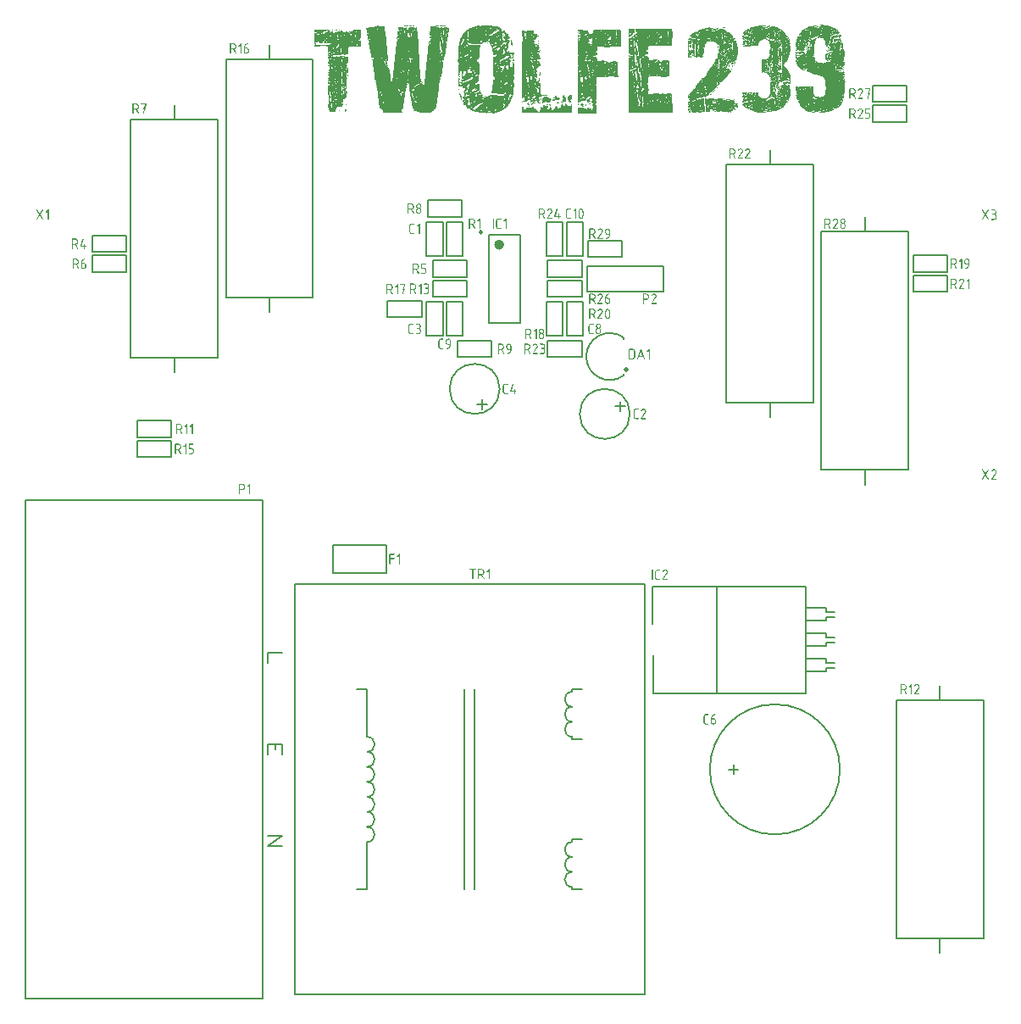
<source format=gto>
G04*
G04 #@! TF.GenerationSoftware,Altium Limited,Altium Designer,20.0.10 (225)*
G04*
G04 Layer_Color=65535*
%FSLAX44Y44*%
%MOMM*%
G71*
G01*
G75*
%ADD10C,0.2000*%
%ADD11C,0.1500*%
%ADD12C,0.5000*%
%ADD13C,0.2500*%
%ADD14C,0.1300*%
G36*
X784856Y973695D02*
X782912Y973602D01*
X782542Y973880D01*
X784486D01*
X784856Y973695D01*
D02*
G37*
G36*
X801243Y973232D02*
X801429D01*
X801984Y973139D01*
X802725Y972954D01*
X803558Y972676D01*
X803743D01*
X804206Y972491D01*
X804947Y972306D01*
X805872Y972028D01*
X806058Y971935D01*
X806428Y971750D01*
X807076Y971565D01*
X807817Y971472D01*
X808094Y971010D01*
X807446Y970639D01*
X807539D01*
X807724Y970547D01*
X808280Y970269D01*
X808372Y970176D01*
X808557Y969806D01*
X809020Y969343D01*
X809668Y968973D01*
X808743Y970361D01*
X810687Y970084D01*
X810779Y969991D01*
X811150Y969714D01*
X811613Y969343D01*
X812168Y968788D01*
X812353Y968695D01*
X812724Y968417D01*
X813186Y968047D01*
X813742Y967492D01*
X813835Y967399D01*
X814112Y967121D01*
X814390Y966658D01*
X814575Y966010D01*
X814483Y965918D01*
X814112Y965732D01*
X813742Y965269D01*
X813464Y964529D01*
X813279Y964436D01*
X812816Y964251D01*
X812076Y964066D01*
X811242Y963881D01*
X812076Y964621D01*
X811705Y964899D01*
X810779Y964529D01*
X809020Y963603D01*
X807539Y963140D01*
X807817Y963881D01*
X807724Y963788D01*
X807446Y963603D01*
X806983Y963325D01*
X806428Y963047D01*
X805872Y963603D01*
Y963510D01*
X805687Y963233D01*
X805502Y962955D01*
X805132Y962585D01*
X806150Y962492D01*
X806521Y962585D01*
X807076Y962122D01*
X807169Y962214D01*
X807354Y962399D01*
X807724Y962677D01*
X808094Y962955D01*
X808280D01*
X808743Y963047D01*
X809483Y963140D01*
X810409Y963233D01*
X812261Y963603D01*
X812539Y963233D01*
X814575Y964066D01*
X814668Y963973D01*
X815038Y963696D01*
X815594Y963418D01*
X816334Y963140D01*
Y963233D01*
X816242Y963603D01*
X816149Y964158D01*
X816057Y964807D01*
X816149D01*
X816242Y964621D01*
X816427Y964158D01*
X816519Y963047D01*
X816334Y962399D01*
X815686Y962492D01*
X815594Y962585D01*
X815223Y962770D01*
X814668Y963047D01*
X814020Y963418D01*
X813835Y962955D01*
X814020Y962862D01*
X814390Y962770D01*
X814853Y962677D01*
X815501Y962585D01*
X815408Y962492D01*
X815316Y962214D01*
X814760Y961566D01*
X815408Y961196D01*
X813835Y960270D01*
X812816Y960177D01*
X813464Y959529D01*
X813372Y959437D01*
X813001Y959066D01*
X812446Y958696D01*
X811798Y958233D01*
X811705Y958048D01*
X811520Y957585D01*
X811150Y957122D01*
X810594Y956659D01*
X810502Y956567D01*
X810316Y956382D01*
X810594Y955733D01*
X809761Y956196D01*
Y956104D01*
Y956011D01*
X809668Y955548D01*
X809391Y954900D01*
X808835Y954159D01*
X808372Y953511D01*
X808928Y953419D01*
X809298Y953974D01*
X809391Y954067D01*
X809668Y954437D01*
X810131Y954900D01*
X810687Y955456D01*
X810779Y955548D01*
X811150Y955826D01*
X811520Y956289D01*
X811890Y956937D01*
X811983Y957030D01*
X812261Y957307D01*
X812724Y957770D01*
X813279Y958233D01*
X814575Y959900D01*
X814668Y959992D01*
X814853Y960085D01*
X815223Y960177D01*
X815686Y960270D01*
X815964Y959344D01*
Y959159D01*
X816057Y958789D01*
X816242Y958141D01*
X816427Y957400D01*
X816519Y957307D01*
X816797Y956937D01*
X817168Y956289D01*
X817445Y955548D01*
X817538Y955456D01*
X817723Y955085D01*
X817816Y954530D01*
X817908Y953882D01*
X818001Y953697D01*
X818093Y953326D01*
X818186Y952678D01*
X818371Y951937D01*
X818279Y951475D01*
Y951289D01*
X818371Y950826D01*
X818464Y950271D01*
X818742Y949530D01*
Y949345D01*
X818927Y948975D01*
X819204Y948419D01*
X819667Y947864D01*
X820038Y945457D01*
Y943883D01*
X819667Y943049D01*
Y942957D01*
Y942864D01*
X819575Y942309D01*
X819390Y941568D01*
X819019Y940735D01*
X819112Y940642D01*
X819297Y940272D01*
X819390Y939717D01*
X819482Y939069D01*
X818927Y938976D01*
X819019Y938883D01*
X819112Y938698D01*
X819204Y938328D01*
X819297Y937865D01*
X819204D01*
X819019Y937680D01*
X818834Y937495D01*
X818556Y937124D01*
Y937032D01*
X818649Y936939D01*
X818834Y936846D01*
X819019Y936754D01*
X819482Y937402D01*
X819667Y934069D01*
X819575Y933976D01*
X819390Y933606D01*
X819019Y933051D01*
X818464Y932495D01*
X818279D01*
X817816Y932217D01*
X817353Y931754D01*
X817168Y931477D01*
X817075Y931014D01*
X817260Y930921D01*
X817538Y930643D01*
X818093Y930181D01*
X818556Y929625D01*
X818464Y929532D01*
X818093Y929347D01*
X817538Y929162D01*
X816890Y929070D01*
X815594Y928699D01*
X814297Y928792D01*
X813186Y929903D01*
Y929255D01*
X813279Y929162D01*
X813186Y929070D01*
X813001Y928792D01*
X812076Y929070D01*
X812539Y928699D01*
X813001Y927681D01*
X813094D01*
X813279Y927773D01*
X813464Y927959D01*
X813742Y928144D01*
X814946Y928236D01*
X816057Y927773D01*
X817075Y927681D01*
X816982D01*
X816612Y927496D01*
X816149Y927403D01*
X815594Y927310D01*
X813742Y927125D01*
X813557Y927033D01*
Y926755D01*
X816057D01*
X816427Y926570D01*
X817168Y926662D01*
X819390Y927310D01*
X818927Y926199D01*
X819204Y925922D01*
X819390Y926107D01*
X819760Y926292D01*
X819853Y926107D01*
Y925181D01*
X819667Y924255D01*
Y924070D01*
X819853Y923792D01*
X819482Y922774D01*
X819297D01*
X818927Y922959D01*
X818371D01*
X817723Y922774D01*
X816890Y922589D01*
X812816Y922496D01*
X811613Y922126D01*
X811798D01*
X812353Y922033D01*
X813094Y921941D01*
X814020Y921848D01*
X814760D01*
X815501Y921941D01*
X816519Y922126D01*
X818279Y922403D01*
X818556Y922311D01*
X819019D01*
X819853Y922126D01*
X819760Y922033D01*
X819482Y921848D01*
X819112Y921663D01*
X818556Y921385D01*
X818649Y921292D01*
X818927Y921015D01*
X819390Y920645D01*
X819853Y920089D01*
Y919071D01*
X820315Y918793D01*
Y918700D01*
X820223Y918608D01*
X819853Y918052D01*
X819297Y918793D01*
Y918700D01*
Y918515D01*
X819482Y917960D01*
X820315Y917497D01*
X820038Y915923D01*
Y907498D01*
Y907405D01*
Y907312D01*
X819945Y906757D01*
X819853Y906016D01*
X819482Y905183D01*
X818556Y905276D01*
X818649Y905183D01*
X818834Y904998D01*
X819112Y904628D01*
X819390Y904257D01*
X818927Y903239D01*
X819204Y902035D01*
X819112Y901850D01*
X818927Y901480D01*
X818649Y900832D01*
X818371Y899998D01*
X818279Y900184D01*
X818001Y900554D01*
X817630Y901017D01*
X817075Y901572D01*
X817445Y901017D01*
Y899443D01*
X817723D01*
X818001Y899350D01*
X818279Y899165D01*
X818371Y898980D01*
Y898517D01*
X818464Y898425D01*
X818371Y898147D01*
Y897128D01*
X818093Y896758D01*
X816982Y896665D01*
Y896573D01*
X817075Y896388D01*
X817168Y896017D01*
Y895647D01*
X817075Y895555D01*
X816797Y895184D01*
X816427Y894629D01*
X816057Y893888D01*
X815964Y893795D01*
X815686Y893425D01*
X815316Y892962D01*
X814668Y892407D01*
X814575Y892314D01*
X814205Y892036D01*
X813742Y891666D01*
X813094Y891203D01*
X813001Y891111D01*
X812631Y890833D01*
X812076Y890555D01*
X811335Y890370D01*
X811242Y890277D01*
X811057Y890185D01*
X810687Y889999D01*
X810224Y889814D01*
X810594Y890555D01*
X810687Y890648D01*
X810779Y890740D01*
X811242Y891296D01*
X810965D01*
X810687Y891203D01*
X810316Y891018D01*
X810224Y890833D01*
X809946Y890555D01*
X809483Y890092D01*
X808835Y889814D01*
X809668Y889351D01*
X809576Y889259D01*
X809483Y889166D01*
X808928Y888796D01*
X808743Y888703D01*
X808372Y888518D01*
X807817Y888333D01*
X807076Y887963D01*
X806891Y887870D01*
X806428Y887777D01*
X805780Y887500D01*
X804947Y887222D01*
X804762Y887129D01*
X804299Y887037D01*
X803558Y886852D01*
X802632Y886666D01*
X797818Y885741D01*
X796614Y885648D01*
X795503Y886111D01*
X795318D01*
X794855Y885926D01*
X794207Y885833D01*
X793281Y885741D01*
X793466Y885833D01*
X793837Y886111D01*
X794392Y886389D01*
X795133Y886759D01*
X795318D01*
X795781Y886944D01*
X796151Y887222D01*
X796336Y887500D01*
X796429Y887870D01*
X794207Y887407D01*
X794022Y887315D01*
X793652Y887222D01*
X793096Y887037D01*
X792448Y886944D01*
X792078Y888796D01*
X791985D01*
X791800Y888703D01*
X791244Y888426D01*
X791337D01*
X791430Y888240D01*
X791985Y887963D01*
X791800Y886574D01*
X791615D01*
X791244Y886481D01*
X790596Y886296D01*
X789763Y886018D01*
X788652Y885926D01*
X787356Y886111D01*
X787171Y886204D01*
X786800Y886389D01*
X786152Y886574D01*
X785412Y886666D01*
X785227D01*
X784764Y886759D01*
X784023Y886852D01*
X783097Y887037D01*
X782912D01*
X782449Y887222D01*
X781893Y887592D01*
X781245Y888055D01*
X781153Y888148D01*
X780875Y888518D01*
X780320Y888888D01*
X779579Y889351D01*
Y891203D01*
X779671D01*
X779764Y891296D01*
X780134Y891481D01*
X779857Y892129D01*
X780320Y893147D01*
X780042Y893333D01*
Y893425D01*
X779857Y893610D01*
X779671Y893888D01*
X779394Y894166D01*
X779209Y892962D01*
X779116Y892777D01*
X779023Y892407D01*
X778838Y891759D01*
X778653Y890925D01*
X778838Y889999D01*
X778746D01*
X778468Y890092D01*
X778098Y890185D01*
X777727Y890370D01*
X777635Y890462D01*
X777264Y890833D01*
X776801Y891296D01*
X776339Y891944D01*
X775228Y893703D01*
X775135Y893795D01*
X774950Y894258D01*
X774672Y894814D01*
X774394Y895555D01*
X773376Y897036D01*
X772635Y897128D01*
X772728Y897221D01*
X773006Y897499D01*
X773376Y897869D01*
X773839Y898147D01*
X774117Y898702D01*
X773006Y899443D01*
Y899350D01*
X772820Y899165D01*
X772635Y898795D01*
X772357Y898517D01*
X772080Y899628D01*
X771987Y899813D01*
X771802Y900276D01*
X771617Y900924D01*
X771432Y901758D01*
X771061Y903609D01*
X771709Y903702D01*
X771802D01*
X771987Y903794D01*
X772265Y903887D01*
X772450Y904072D01*
X772357D01*
X772172Y904165D01*
X771895Y904257D01*
X771617Y904442D01*
X771154Y905183D01*
X771246D01*
X771339Y905368D01*
X771617Y905739D01*
X771432Y906109D01*
X771709Y905739D01*
X771895Y906201D01*
X771709Y906479D01*
Y906572D01*
X771617Y906757D01*
X771432Y907312D01*
X770783Y909627D01*
X770969Y911849D01*
X771154Y912312D01*
X773006D01*
X773931Y912219D01*
X778560D01*
X778375Y911571D01*
X778653Y911479D01*
X778838Y911571D01*
X779209Y911757D01*
X779857Y912034D01*
X780597Y912219D01*
X781245D01*
X780690Y911757D01*
Y911664D01*
X780782Y911479D01*
X781153Y910923D01*
X781245Y910183D01*
X781338D01*
X781616Y910275D01*
X782171Y910553D01*
X781616Y910646D01*
X781523Y912219D01*
X788004Y911942D01*
X788837Y912312D01*
Y912219D01*
Y911849D01*
X788745Y911294D01*
X788652Y910646D01*
X788004Y911016D01*
Y910923D01*
X788096Y910553D01*
X788189Y910090D01*
X788282Y909627D01*
X788374Y908423D01*
X788282Y907961D01*
X788374D01*
X788467Y907868D01*
X788837Y907590D01*
X788745Y905090D01*
X788837Y904905D01*
X788930Y904442D01*
X789300Y903887D01*
X789670Y903146D01*
X789763Y903054D01*
X790041Y902683D01*
X790504Y902128D01*
X791059Y901572D01*
X792448Y901109D01*
X792726Y901758D01*
X793466D01*
X794207Y901572D01*
X795040Y901387D01*
X796429Y901480D01*
X797355Y901758D01*
X797447Y901850D01*
X797818Y902128D01*
X798373Y902498D01*
X799114Y902868D01*
X799206Y902961D01*
X799484Y903331D01*
X799855Y903794D01*
X800225Y904442D01*
Y904535D01*
X800318Y904628D01*
X800410Y905090D01*
X800595Y905831D01*
X800780Y906757D01*
X800873Y909535D01*
Y911942D01*
X800780Y912312D01*
X800688Y915089D01*
Y915182D01*
Y915275D01*
X800595Y915830D01*
X800503Y916571D01*
X800318Y917589D01*
Y917682D01*
Y917774D01*
X800225Y918237D01*
X800040Y918885D01*
X799762Y919719D01*
X799669Y919904D01*
X799392Y920274D01*
X799021Y920737D01*
X798466Y921385D01*
X796799Y922496D01*
X795133D01*
X794855Y923514D01*
X793189Y923237D01*
X792911Y923422D01*
X792726Y923514D01*
X792355Y923607D01*
X791707Y923792D01*
X790874Y923885D01*
X790689D01*
X790226Y924070D01*
X789578Y924163D01*
X788745Y924440D01*
X788930Y926107D01*
X788652Y925459D01*
X788374Y924440D01*
X787263Y924903D01*
X786708Y925922D01*
X786430D01*
X785875Y925736D01*
X783930Y926662D01*
X783745Y926755D01*
X783375Y926848D01*
X782727Y927218D01*
X781986Y927588D01*
X781616Y928792D01*
X781708Y928884D01*
X781801Y928977D01*
X782171Y929532D01*
Y929625D01*
X782079Y929718D01*
X781986Y930273D01*
X781801Y931014D01*
X781708Y931940D01*
X781616Y931847D01*
X781523Y931477D01*
X781338Y930921D01*
X781245Y930366D01*
Y928699D01*
X779301Y928051D01*
X779116Y928977D01*
X780227D01*
X780134Y929070D01*
X780042Y929255D01*
X779764Y929440D01*
X779209Y929995D01*
X779301Y931662D01*
X779394Y931754D01*
X779579Y931847D01*
X779764Y932125D01*
X779857Y932402D01*
X779394Y931940D01*
X779209Y933606D01*
X779764Y933884D01*
Y933699D01*
X779857Y933513D01*
X780042Y933328D01*
Y933421D01*
X780134Y933606D01*
X780227Y934069D01*
X780134D01*
X779949Y934162D01*
X779764Y934347D01*
X779394Y934532D01*
Y934624D01*
X779301Y934717D01*
X779116Y935180D01*
X778931Y935921D01*
X778838Y936846D01*
X778746Y934532D01*
X778838D01*
Y933791D01*
X777912Y933606D01*
X778653Y933328D01*
Y933236D01*
X778746Y933143D01*
X778838Y932588D01*
X778931Y931754D01*
Y930736D01*
X778560Y928329D01*
X778468D01*
X778375Y928421D01*
X777912Y928514D01*
X777172Y928884D01*
X776431Y929255D01*
X776339Y929347D01*
X775968Y929625D01*
X775505Y929995D01*
X774950Y930551D01*
X774857Y930643D01*
X774487Y931014D01*
X774024Y931477D01*
X773561Y932125D01*
X773468Y932217D01*
X773191Y932588D01*
X772820Y933143D01*
X772450Y933791D01*
X772357Y933976D01*
X772265Y934439D01*
X771987Y935087D01*
X771617Y935828D01*
X771061Y938143D01*
Y938328D01*
X771154Y938698D01*
X771339Y939161D01*
X771524Y939809D01*
X771061D01*
X770506Y940550D01*
X770691Y941939D01*
X770506Y943049D01*
X770783Y944253D01*
X770691Y946383D01*
X771246Y946475D01*
X771709Y946938D01*
X772357Y945549D01*
X772543Y945457D01*
X772913Y945272D01*
X773006Y945364D01*
X773191Y945457D01*
X773376Y945827D01*
X773561Y946197D01*
X773654Y946290D01*
X773839Y946568D01*
X774302Y946845D01*
X774950Y947123D01*
X776246Y946845D01*
X776709Y946938D01*
X776339Y947308D01*
X774487D01*
X774394Y948142D01*
X774209D01*
X773746Y948234D01*
X773098Y948419D01*
X772357Y948697D01*
X773191Y947679D01*
X771895Y947401D01*
X771709Y947494D01*
X771432Y947679D01*
X770969Y948142D01*
X770598Y948790D01*
Y948882D01*
X771895Y948142D01*
X771617Y948697D01*
Y948882D01*
Y949253D01*
X771432Y949901D01*
X771246Y950641D01*
X773006Y949623D01*
X772913Y949715D01*
X772820Y950086D01*
X772543Y950549D01*
X772172Y951104D01*
X772080Y951197D01*
X771709Y951475D01*
X771246Y951845D01*
X770691Y952493D01*
Y952678D01*
X770598Y953048D01*
X770506Y953697D01*
Y954530D01*
X771154Y957307D01*
X771246Y957493D01*
X771432Y957955D01*
X771617Y958604D01*
X771895Y959529D01*
X771987Y959715D01*
X772080Y960085D01*
X772357Y960733D01*
X772728Y961474D01*
X773098Y962585D01*
X773191D01*
X773376Y962492D01*
X773931Y962029D01*
X774024D01*
X774394Y962214D01*
X774672Y962399D01*
X775042Y962862D01*
X774487Y963047D01*
X774394Y963140D01*
X774209Y963233D01*
X773931Y963510D01*
X773654Y963881D01*
X773746D01*
X773931Y963973D01*
X774209Y964158D01*
X774487Y964344D01*
X774579Y964436D01*
X774950Y964807D01*
X775320Y965269D01*
X775783Y966010D01*
X775876Y966195D01*
X776153Y966566D01*
X776524Y967029D01*
X776987Y967677D01*
X778375Y968973D01*
X778560Y969065D01*
X778931Y969343D01*
X779486Y969528D01*
X780227Y969714D01*
Y969621D01*
X780134Y969250D01*
X780042Y968788D01*
X779764Y968325D01*
X780505Y967954D01*
Y967677D01*
X780597D01*
X780505Y965362D01*
X780597Y963881D01*
X779857Y963973D01*
X779764Y963696D01*
X780505Y963603D01*
X780597Y961566D01*
Y961474D01*
Y961381D01*
X780690Y960826D01*
X780875Y960085D01*
X781153Y959252D01*
X781708Y959066D01*
X781245Y960363D01*
Y961936D01*
X781986Y961288D01*
X781523Y962955D01*
Y963047D01*
X781431Y963140D01*
X781338Y963603D01*
X781153Y964436D01*
X781060Y965362D01*
X781986Y964621D01*
X782079Y965084D01*
X781060Y966936D01*
Y967029D01*
X781153Y967399D01*
X781338Y967954D01*
X781431Y968603D01*
X780782Y968788D01*
Y968973D01*
X780875Y969343D01*
X780968Y969899D01*
X781153Y970547D01*
X781338Y970639D01*
X781708Y970732D01*
X782264Y971102D01*
X782912Y971658D01*
X783097Y971750D01*
X783560Y971935D01*
X784208Y972121D01*
X785041Y972306D01*
X787449D01*
X787541Y972398D01*
X787726Y972583D01*
X788745Y972769D01*
X788467Y972121D01*
X788837Y971843D01*
X791152Y971287D01*
X793096Y970547D01*
X794577Y970361D01*
X794948Y970547D01*
X794670Y971010D01*
X793559Y971287D01*
Y971380D01*
X793652Y971658D01*
X794022Y972306D01*
X796336Y972028D01*
X797262Y972121D01*
X797447Y972028D01*
X798744Y971750D01*
X798281Y972213D01*
X796614D01*
X795873Y972676D01*
X795688D01*
X795225Y972861D01*
X794670Y973046D01*
X794022Y973417D01*
X795040Y973509D01*
X795411Y973417D01*
X795873D01*
X796059Y973880D01*
X801243Y973232D01*
D02*
G37*
G36*
X753285Y973324D02*
X751063Y973139D01*
X750786Y973417D01*
X752822D01*
X753285Y973324D01*
D02*
G37*
G36*
X742175Y972861D02*
X741712Y972676D01*
Y972954D01*
X742175Y972861D01*
D02*
G37*
G36*
X388601Y972583D02*
X388508D01*
X388416Y972676D01*
X388323Y972861D01*
X389527D01*
X388601Y972583D01*
D02*
G37*
G36*
X461556Y973324D02*
X461927Y973139D01*
X462390Y972954D01*
X462945Y972769D01*
X472666Y971843D01*
X475722Y970732D01*
X476740Y969714D01*
X476833Y969621D01*
X476925Y969250D01*
X477018Y968695D01*
X477203Y967954D01*
X477110Y966936D01*
X477481Y966566D01*
X477573Y966658D01*
X477851Y966843D01*
X478221Y967214D01*
X478406Y967769D01*
Y968603D01*
X479517Y968325D01*
X479610Y968232D01*
X479888Y968047D01*
X480258Y967769D01*
X480628Y967399D01*
X480443Y966010D01*
X480536D01*
X480906Y965918D01*
X481369Y965825D01*
X481925Y965547D01*
X481554Y964621D01*
X482017Y964529D01*
X482202Y964621D01*
X482573D01*
X482943Y964529D01*
X483406Y964344D01*
X483498Y964251D01*
X483684Y963881D01*
X483869Y963325D01*
X483961Y962677D01*
X484147Y961474D01*
X484702Y961566D01*
X485258D01*
X485072Y960085D01*
X482758Y959159D01*
Y959066D01*
Y958974D01*
X482943Y958418D01*
X484795Y958233D01*
Y958141D01*
X484887Y957955D01*
X485165Y957400D01*
X484887Y955085D01*
X484609Y955456D01*
X484517Y955548D01*
X484332Y955826D01*
X484054Y956289D01*
X483869Y956844D01*
Y956937D01*
X483776Y957030D01*
X483684Y957215D01*
X483406Y957400D01*
X483313Y956474D01*
Y954808D01*
X483406Y954437D01*
X483869Y951197D01*
X483498Y951012D01*
X482943Y949715D01*
X481925Y948697D01*
Y947771D01*
X482202Y946845D01*
X482295D01*
X482388Y946660D01*
X482943Y946383D01*
X483313Y946845D01*
X483406Y946938D01*
X483591Y947216D01*
X483961Y947494D01*
X484332Y947864D01*
X484887Y948142D01*
Y945920D01*
X486091Y946012D01*
X487943Y945734D01*
X488035Y945827D01*
X488405Y945920D01*
X488868Y946012D01*
X489424Y946197D01*
X488683Y942679D01*
Y942494D01*
X488776Y942124D01*
X488961Y941661D01*
X489146Y941013D01*
X489424Y937587D01*
X488868Y937680D01*
X488776Y937772D01*
X488498Y937865D01*
X488128Y938235D01*
X487757Y938606D01*
X487850Y938698D01*
X487943Y938976D01*
X488220Y939346D01*
X488498Y939809D01*
X488405Y939902D01*
X488313Y940272D01*
X488035Y940642D01*
X487757Y941198D01*
X488035Y942957D01*
X487202Y944253D01*
X487109Y944346D01*
X486739Y944438D01*
X486276Y944531D01*
X485628D01*
X485350Y944346D01*
X485628Y943605D01*
X485998Y943420D01*
X486183Y941476D01*
X486739Y939994D01*
X486646D01*
X486368Y939809D01*
X485906Y939717D01*
X485350Y939624D01*
X485258D01*
X485072Y939717D01*
X484795Y939902D01*
X484424Y939994D01*
X484147Y939531D01*
X483406Y935921D01*
Y935735D01*
X483313Y935365D01*
X483128Y934902D01*
X482943Y934254D01*
X481832Y933328D01*
X481739Y933236D01*
X481647Y932865D01*
X481462Y932310D01*
X481369Y931662D01*
X482295Y930551D01*
X482388Y929440D01*
X482295Y929070D01*
X482202Y927310D01*
Y927125D01*
X482388Y926848D01*
X483128Y927033D01*
Y928236D01*
X483313Y930088D01*
X483406Y930181D01*
X483498Y930551D01*
X483776Y930921D01*
X483961Y931477D01*
X484609Y937217D01*
Y937402D01*
X484702Y937772D01*
X484887Y938235D01*
X485165Y938791D01*
X485258Y938698D01*
X485535Y938513D01*
X485906Y938143D01*
X486091Y937587D01*
Y937402D01*
X485906Y937032D01*
X485813Y936476D01*
X485720Y935735D01*
X485628Y933791D01*
X485813Y931940D01*
X485906Y931847D01*
X485998Y931662D01*
X486368Y931292D01*
X486739Y931014D01*
X487943Y932032D01*
X488035Y932125D01*
X488128Y932402D01*
X488220Y932773D01*
Y933236D01*
X487665Y933328D01*
Y933421D01*
X487757Y933606D01*
X487850Y933976D01*
X488035Y934439D01*
X487665Y936198D01*
X487757Y936291D01*
X488035Y936384D01*
X488405Y936476D01*
X488868Y936661D01*
X489331Y934347D01*
Y923978D01*
X489239Y923885D01*
X488868Y923792D01*
X488498Y923514D01*
X488035Y923237D01*
X488128D01*
X488498Y923052D01*
X488961Y922867D01*
X489424Y922496D01*
X489516Y920459D01*
Y920274D01*
X489424Y919904D01*
X489331Y919348D01*
X489146Y918608D01*
X488961Y917311D01*
X489053Y916849D01*
X489331Y914904D01*
X488683Y907127D01*
Y906942D01*
X488591Y906572D01*
X488498Y906016D01*
X488405Y905276D01*
X487665Y901850D01*
X485258Y895740D01*
X482850Y891851D01*
X478036Y888333D01*
X472203Y885648D01*
X468407Y885185D01*
X468315D01*
X467944Y885370D01*
X467482Y885648D01*
X467111Y886111D01*
X466000Y887037D01*
X465908Y887129D01*
X465537Y887222D01*
X465075Y887407D01*
X464519Y887592D01*
X464426Y887685D01*
X464056Y887777D01*
X463686Y888148D01*
X463223Y888518D01*
X462760Y888611D01*
Y888426D01*
X463223Y887592D01*
X463315Y887500D01*
X463593Y887315D01*
X463964Y887037D01*
X464519Y886759D01*
X466093Y886204D01*
X466185Y885648D01*
X466093Y885463D01*
X464982D01*
X463223Y885741D01*
X463130Y885648D01*
X462945Y885555D01*
X462575Y885278D01*
X462204Y885000D01*
X460538Y885555D01*
X456835Y885926D01*
X456279D01*
X455631Y886018D01*
X454798Y886111D01*
X453039Y886389D01*
X452854D01*
X452483Y886481D01*
X451928Y886574D01*
X451187Y886666D01*
X446373Y888148D01*
X446280Y888240D01*
X446002Y888518D01*
X445725Y888888D01*
X445447Y889444D01*
X445725Y891203D01*
X445539Y891759D01*
X444521Y891666D01*
X444428Y889999D01*
X444336Y889907D01*
X444151Y889814D01*
X442669Y890462D01*
X442206Y890833D01*
Y890925D01*
Y891111D01*
X442299Y891481D01*
X442392Y891851D01*
X441096Y892314D01*
Y892407D01*
Y892684D01*
X441188Y893055D01*
X441281Y893425D01*
Y893518D01*
X441188Y893610D01*
X441096Y893795D01*
X439429D01*
X439244Y894166D01*
Y894351D01*
X439059Y894721D01*
X438966Y895184D01*
X438873Y895832D01*
X438781Y897036D01*
X438596D01*
X438503Y896943D01*
X438318Y896758D01*
X437762Y896665D01*
X437577Y896758D01*
X437762Y897869D01*
X437855Y897962D01*
X438040Y898147D01*
X438411Y898425D01*
X438966Y898702D01*
X439059D01*
X439336Y898887D01*
X439707Y899165D01*
X440170Y899536D01*
X439985Y899628D01*
X439614Y899721D01*
X439059Y899813D01*
X438411Y899906D01*
X438318Y899998D01*
X438133Y900369D01*
X437948Y900832D01*
X437762Y901387D01*
Y901572D01*
Y901943D01*
X437855Y902498D01*
X438040Y903146D01*
X438133Y903054D01*
X438318Y902776D01*
X438596Y902313D01*
X438873Y901850D01*
Y901758D01*
X439059Y901572D01*
X439429Y900924D01*
Y903609D01*
X439521Y905276D01*
X439707Y905553D01*
X438966Y906942D01*
X439059Y907035D01*
X439244Y907220D01*
X439521Y907590D01*
X439892Y908053D01*
X440633Y909535D01*
Y909627D01*
X440725Y909905D01*
X440818Y910275D01*
X440910Y910646D01*
X440818Y911108D01*
X440447Y911757D01*
X439429Y911571D01*
X438688Y910368D01*
X438596Y910460D01*
X438318Y910646D01*
X438040Y911108D01*
X437855Y911757D01*
Y912405D01*
X434522Y912312D01*
X433504Y912034D01*
Y912960D01*
Y913145D01*
X433596Y913516D01*
X433689Y914071D01*
X433781Y914812D01*
X434152Y916571D01*
X433504Y917960D01*
X433411Y919996D01*
X433504Y920830D01*
X434522Y920552D01*
X434615Y920459D01*
X434800Y920274D01*
X435078Y919811D01*
X435170Y919256D01*
X434522Y918978D01*
X434615Y918052D01*
X434707Y917960D01*
X434800Y917589D01*
X434985Y917126D01*
X435170Y916571D01*
X434707Y915552D01*
X434985Y915089D01*
X435911Y913886D01*
X436374Y913701D01*
X437392Y913886D01*
X437300Y913979D01*
X437207Y914349D01*
X436929Y914812D01*
X436559Y915275D01*
X436837Y917126D01*
X436003Y918515D01*
X437300Y918700D01*
X438781Y918422D01*
X438873Y919071D01*
X438966Y921107D01*
X439429Y922867D01*
X440170Y924255D01*
X440262Y924348D01*
X440540Y924533D01*
X440910Y924718D01*
X441373Y924996D01*
X441558Y925829D01*
X441373Y926199D01*
Y927033D01*
X441281D01*
X441003Y927218D01*
X440725Y927403D01*
X440355Y927773D01*
X440447Y927959D01*
X440540Y928329D01*
X440633Y928884D01*
X440725Y929532D01*
Y931477D01*
X440633D01*
X440540Y931384D01*
X440170Y931199D01*
X439892Y930921D01*
X439707Y930366D01*
X439521Y928236D01*
X439429Y928144D01*
X439336Y927866D01*
X439059Y927496D01*
X438781Y927033D01*
X438318Y921107D01*
X437855Y919533D01*
X437762D01*
X437485Y919719D01*
X437114Y919996D01*
X436837Y920459D01*
X437114Y922033D01*
Y922126D01*
X437022Y922496D01*
X436929Y923052D01*
X436837Y923700D01*
X437114Y925366D01*
Y925459D01*
Y925829D01*
X437022Y926385D01*
X436929Y927033D01*
X436559Y927496D01*
X435818Y927033D01*
X435726Y926940D01*
X435448Y926755D01*
X435078Y926385D01*
X434707Y925922D01*
X434522Y925181D01*
X435355Y924903D01*
X434985Y923329D01*
X435170Y921848D01*
X434892Y921663D01*
X434707D01*
X434430Y921848D01*
X433967Y922126D01*
X433596Y922589D01*
X433967Y924348D01*
X433504Y925922D01*
X433411Y930088D01*
X433504Y932032D01*
Y933791D01*
X433596Y934069D01*
X434707Y934995D01*
X434615Y935087D01*
X434244Y935180D01*
X433874Y935550D01*
X433504Y935921D01*
Y936106D01*
X433411Y936476D01*
X433318Y937032D01*
X433226Y937772D01*
Y939346D01*
X433504Y939717D01*
X433596Y939809D01*
X433781Y940087D01*
X433967Y940457D01*
X434152Y940920D01*
X433504Y942402D01*
X433596Y944346D01*
Y946012D01*
X433689Y946290D01*
X434152Y952123D01*
Y952308D01*
X434244Y952678D01*
X434337Y953234D01*
X434522Y953974D01*
X435818Y959066D01*
X437022Y962029D01*
X439521Y965825D01*
X442854Y968788D01*
X444151Y969621D01*
X445262Y970639D01*
X453594Y972954D01*
X453687D01*
X454057Y973046D01*
X454613Y973232D01*
X455168Y973417D01*
X456001Y972028D01*
X457390Y971195D01*
X458871Y970639D01*
X459982Y969714D01*
Y969806D01*
X459890Y970084D01*
X459705Y970547D01*
X459427Y971010D01*
X458038Y971658D01*
X457946D01*
X457668Y971843D01*
X457298Y972121D01*
X456835Y972583D01*
Y972676D01*
X457020Y972954D01*
X458501Y972769D01*
X459705Y972491D01*
X459797D01*
X459982Y972676D01*
X460260Y973417D01*
X461464D01*
X461556Y973324D01*
D02*
G37*
G36*
X420635Y972583D02*
X416006Y972398D01*
X415172Y972491D01*
X415543Y972861D01*
X421190D01*
X420635Y972583D01*
D02*
G37*
G36*
X387120D02*
X385731Y972398D01*
X385638D01*
X385453Y972491D01*
X385175Y972583D01*
X384898Y972861D01*
X387490D01*
X387120Y972583D01*
D02*
G37*
G36*
X383509Y972769D02*
X383139Y972583D01*
X381102Y972398D01*
X380639D01*
X380083Y972491D01*
X379620Y972676D01*
X381750D01*
Y972861D01*
X383601D01*
X383509Y972769D01*
D02*
G37*
G36*
X791800Y972676D02*
X793096Y972491D01*
Y972398D01*
X793189Y972213D01*
Y971565D01*
X792911Y971287D01*
X792818D01*
X792541Y971380D01*
X792170Y971565D01*
X791707Y971750D01*
X790411Y972028D01*
X789393Y972491D01*
X788837Y972954D01*
X789393D01*
X790689Y973139D01*
X791800Y972676D01*
D02*
G37*
G36*
X424431Y971010D02*
X423597Y971102D01*
X424153Y971565D01*
X424431Y971010D01*
D02*
G37*
G36*
X700606Y970732D02*
X698476Y970639D01*
X698384D01*
X698291Y970732D01*
X698198Y970917D01*
X700143D01*
X700606Y970732D01*
D02*
G37*
G36*
X689588Y970269D02*
X689125Y970176D01*
Y970454D01*
X689588Y970269D01*
D02*
G37*
G36*
X724492Y969714D02*
X723751Y968973D01*
Y969065D01*
X723566Y969158D01*
X723381Y969714D01*
X723844D01*
X724029Y969806D01*
X724492Y969714D01*
D02*
G37*
G36*
X737917Y973324D02*
X738380Y973139D01*
X738842Y972954D01*
X740324Y973139D01*
X741064Y972954D01*
X740694Y972583D01*
X739398Y972306D01*
X739305D01*
X739028Y972213D01*
X738565Y972028D01*
X738102Y971843D01*
X737361Y971658D01*
X737083Y971843D01*
X736713Y971935D01*
X735602Y971472D01*
X732824Y970732D01*
X733843Y970639D01*
X736528Y971380D01*
X737639Y971472D01*
X738009Y971380D01*
X738380Y971102D01*
X739028Y971565D01*
X740509Y971658D01*
X740602Y971565D01*
X740787Y971380D01*
X740972Y971102D01*
X741249Y970732D01*
X740046Y970176D01*
X739953Y970084D01*
X739768Y969714D01*
X740416Y969621D01*
X741990Y969714D01*
X742916Y970454D01*
X745694Y971010D01*
X745786D01*
X746064Y971195D01*
X746434Y971287D01*
X746805Y971565D01*
X746712D01*
X746527Y971658D01*
X746156Y971750D01*
X745694Y971843D01*
X741712Y970639D01*
X741435Y971010D01*
X741527Y972028D01*
X743101Y972306D01*
X744305Y972676D01*
X745971Y972583D01*
X746064D01*
X746342Y972491D01*
X746712Y972398D01*
X747175Y972306D01*
X747267Y972213D01*
X747545Y972121D01*
X747915Y971935D01*
X748471Y971843D01*
X749582Y972028D01*
X752359Y971380D01*
X753471Y970732D01*
X754119Y969714D01*
X755044Y969806D01*
X755230Y969714D01*
Y969250D01*
X755322Y968139D01*
X755230Y967769D01*
X755044D01*
X754767Y967584D01*
X755137Y966936D01*
X755044Y966843D01*
X754859Y966751D01*
X754674Y966473D01*
X754396Y966103D01*
X755044Y966195D01*
Y963418D01*
X754767Y961936D01*
Y961844D01*
X754674Y961566D01*
X754489Y961196D01*
X754211Y960733D01*
X753656Y959715D01*
X753748Y959807D01*
X754119Y959992D01*
X754396Y960455D01*
X754489Y960363D01*
X754582Y960270D01*
X754767Y959715D01*
X754211Y957493D01*
Y957400D01*
X754396Y957215D01*
X755137Y958141D01*
X755322Y959622D01*
X755507Y962770D01*
X755322D01*
Y964436D01*
X755600Y965918D01*
X755693Y966288D01*
X755600Y967306D01*
X756526Y967399D01*
X756433Y967492D01*
X756248Y967769D01*
X756063Y968139D01*
X755878Y968603D01*
Y969158D01*
X756804Y968973D01*
X756896Y968880D01*
X757081Y968695D01*
X757729Y968139D01*
X758655Y967399D01*
X758748Y967306D01*
X758933Y967121D01*
X759211Y966936D01*
X759581Y966658D01*
X760414Y965732D01*
X760970Y964529D01*
X761340Y963510D01*
X761433D01*
X761618Y963418D01*
X762266Y962955D01*
X762358Y962862D01*
X762544Y962677D01*
X762729Y962399D01*
X763007Y962029D01*
X761896Y961474D01*
X761710Y961288D01*
X761433Y960918D01*
X761988Y960733D01*
X762081Y960640D01*
X762266Y960548D01*
X762451Y960270D01*
X762544Y959900D01*
Y959807D01*
X762451Y959622D01*
X762358Y959066D01*
X762266Y958233D01*
X762358Y958326D01*
X762544Y958511D01*
X762821Y959992D01*
Y960085D01*
X762914Y960363D01*
X763099Y960733D01*
X763377Y961103D01*
X763469Y961011D01*
X763655Y960826D01*
X763840Y960548D01*
X764118Y960085D01*
Y959992D01*
X764303Y959715D01*
X764395Y959344D01*
X764673Y958974D01*
X764858Y957585D01*
Y957493D01*
X764951Y957307D01*
X765229Y956659D01*
X765136Y956567D01*
X764858Y956382D01*
X764766Y956289D01*
X764673Y956196D01*
X764488Y955919D01*
X764395Y955641D01*
X765414Y955363D01*
X764858Y954622D01*
Y953974D01*
X764395Y954622D01*
Y954530D01*
X764488Y954252D01*
X764581Y953882D01*
X764766Y953419D01*
X765229Y952123D01*
X765599Y949160D01*
X764951Y944623D01*
X763284Y939624D01*
X762729Y938513D01*
Y938420D01*
X762544Y938143D01*
X762358Y937772D01*
X762081Y937309D01*
X761247Y936661D01*
X761155Y936569D01*
X760970Y936384D01*
X760692Y936106D01*
X760322Y935735D01*
X760229Y935643D01*
X760044Y935458D01*
X759859Y935087D01*
X759674Y934717D01*
X758563Y934162D01*
X758100Y933606D01*
X759488Y932680D01*
X761803Y929903D01*
X762729Y929070D01*
X762821Y928977D01*
X762914Y928792D01*
X763099Y928514D01*
X763377Y928144D01*
X765321Y923329D01*
X765414Y922403D01*
X764766D01*
Y922311D01*
X764951Y922126D01*
X765229Y921941D01*
X765599Y921756D01*
X765877Y920367D01*
X765784Y920274D01*
X765599Y920182D01*
X765321Y920089D01*
X764951Y919996D01*
X763284Y920459D01*
X760785Y920089D01*
X760507D01*
X760322Y919996D01*
X760136Y919811D01*
X760229D01*
X760507Y919719D01*
X760785Y919441D01*
X760970Y919071D01*
X761062D01*
X761271Y919001D01*
X761247Y918978D01*
X761456Y918955D01*
X761803Y918885D01*
X762266Y918793D01*
X762081Y918885D01*
X761456Y918955D01*
X761340Y918978D01*
X761271Y919001D01*
X761340Y919071D01*
X761618Y919348D01*
X763192Y919533D01*
X763284Y919441D01*
X763377Y919256D01*
X763562Y918885D01*
X763747Y918422D01*
X763840D01*
X763932Y918608D01*
X764118Y918978D01*
X765136Y919533D01*
X765877D01*
Y918515D01*
X765414Y917404D01*
X765877Y916108D01*
X765414Y915923D01*
X765692Y915089D01*
X764673Y914627D01*
X764118Y915738D01*
X763932Y916386D01*
X763840D01*
X763747Y916293D01*
X763192Y916108D01*
X763099D01*
X763007Y915923D01*
X762729Y915738D01*
X762544Y915460D01*
X762821Y914812D01*
X762081Y914534D01*
X761988Y914627D01*
X761525Y914997D01*
X761433Y914349D01*
X759951Y914627D01*
X759211D01*
X759303Y914441D01*
X759674Y914256D01*
X761340Y914164D01*
X761433Y914071D01*
X761525Y913886D01*
X761710Y913608D01*
X761896Y913238D01*
X762914Y913516D01*
X763284Y913330D01*
X763655Y913053D01*
X763469Y913516D01*
X763284Y913608D01*
X763192D01*
X763099Y913701D01*
X762544Y913793D01*
X762914Y914256D01*
X763007D01*
X763192Y914164D01*
X763747Y913793D01*
X763840D01*
X764118Y913886D01*
X764488Y913979D01*
X764951Y914071D01*
X765877Y913238D01*
Y912590D01*
X765136Y912868D01*
Y912960D01*
X765043Y913053D01*
X764673Y913330D01*
X764858Y912868D01*
X764766Y911664D01*
X764858Y911571D01*
X764951Y911386D01*
X765136Y911108D01*
X765229Y910738D01*
X764118Y911294D01*
X764025Y911386D01*
X763840Y911479D01*
X763284Y911849D01*
X763840Y910738D01*
X764766Y909997D01*
X765321Y909905D01*
Y909812D01*
Y909627D01*
X765136Y909072D01*
X765784Y909257D01*
X765877Y908423D01*
Y905090D01*
X765229Y902313D01*
Y902220D01*
X765136Y901943D01*
X764951Y901572D01*
X764766Y901202D01*
Y901109D01*
X764673Y900832D01*
X764581Y900369D01*
X764303Y899906D01*
X763932Y898517D01*
X763747Y898332D01*
X763284Y898054D01*
X762914Y898332D01*
X762729Y899813D01*
Y899906D01*
X762636Y900184D01*
X762544Y900554D01*
X762358Y901109D01*
X762451Y899721D01*
Y899628D01*
Y899536D01*
X762544Y899258D01*
X762729Y898980D01*
X762636Y898887D01*
X762451Y898702D01*
X761988Y898517D01*
X761525Y898332D01*
Y898239D01*
X761618Y898054D01*
X761988Y897499D01*
X762081D01*
X762358Y897406D01*
X762729Y897128D01*
X763007Y896665D01*
X762914D01*
X762729Y896480D01*
X762451Y896295D01*
X762081Y896017D01*
X761988D01*
X761803Y895925D01*
X761247Y895647D01*
X760877Y894258D01*
X760136Y893333D01*
X760044Y893240D01*
X759951Y893055D01*
X759396Y892499D01*
X759303Y892407D01*
X759118Y892222D01*
X758840Y891944D01*
X758563Y891573D01*
X757637Y890740D01*
X756526Y890185D01*
X755878Y890092D01*
Y891111D01*
X755970Y891203D01*
X756063Y891388D01*
X756155Y891573D01*
X756248Y891851D01*
X755600Y891573D01*
X755230Y900369D01*
X754859Y901665D01*
X754119Y901850D01*
X754211Y901387D01*
X754674Y900276D01*
X754767Y899073D01*
X754582Y898795D01*
X753841Y899813D01*
Y899721D01*
Y899536D01*
X753933Y899258D01*
X754119Y898887D01*
X754674Y897776D01*
X754767Y896480D01*
Y896388D01*
X754859Y896017D01*
X754952Y895555D01*
X755044Y894999D01*
Y893240D01*
X754952D01*
X754859Y893055D01*
X754674Y892870D01*
X754582Y892592D01*
X755137Y892222D01*
X754767Y891666D01*
X755322Y890833D01*
Y890740D01*
X755230Y890370D01*
X755137Y889907D01*
X755044Y889351D01*
X754952D01*
X754674Y889259D01*
X754304Y889166D01*
X753841Y888888D01*
X753008Y887963D01*
X750323Y887315D01*
X748841Y887129D01*
X748471Y887407D01*
X747545Y887129D01*
X746434Y886574D01*
X744768Y886481D01*
X744675D01*
X744397Y886574D01*
X744027Y886666D01*
X743564Y886852D01*
X741435Y887129D01*
X741527Y888055D01*
X741620Y888148D01*
X741990Y888240D01*
X742546Y888333D01*
X743101Y888426D01*
X743194D01*
X743379Y888240D01*
X743749Y888148D01*
X744212Y887963D01*
X745508Y887500D01*
X745601D01*
X745879Y887407D01*
X746249Y887315D01*
X746712D01*
Y887407D01*
X746619Y887592D01*
X746434Y887777D01*
X746064Y887963D01*
X743286Y888518D01*
X742268Y889259D01*
X742175D01*
X741898Y889351D01*
X741435D01*
X740879Y889444D01*
X740694Y889629D01*
X739953Y889444D01*
X739861D01*
X739768Y889259D01*
X739861Y889166D01*
X740046Y889074D01*
X740416Y888888D01*
X740879Y888703D01*
X741249Y888333D01*
X740879Y887592D01*
X740787D01*
X740416Y887500D01*
X739953D01*
X739398Y887407D01*
X738380Y888055D01*
X738287D01*
X738009Y887963D01*
X737546Y887870D01*
X736991Y887777D01*
X732824Y888703D01*
X732917Y888611D01*
X733102Y888518D01*
X733380Y888333D01*
X733750Y888240D01*
X736250Y887407D01*
X736620Y887129D01*
X737454Y887500D01*
X739953Y886759D01*
X740972Y886296D01*
X740694Y886018D01*
X739583Y886111D01*
X739213D01*
X738842Y886018D01*
X738472Y885833D01*
X735972Y886018D01*
X735602Y885926D01*
X735324Y886296D01*
X734584Y886018D01*
X730232Y886852D01*
X729029Y887315D01*
X726251Y887963D01*
X726529Y888518D01*
X725696Y888426D01*
X725603D01*
X725510Y888611D01*
X725048Y888981D01*
X725140Y889074D01*
X725418Y889166D01*
X725640Y889357D01*
X724677Y889444D01*
X724955Y890277D01*
X724307D01*
X724214Y890740D01*
X724492Y890833D01*
X724214Y891111D01*
X724122Y890833D01*
X723844D01*
X723566Y890925D01*
X723196Y891111D01*
Y889907D01*
X722733Y889722D01*
X720511Y890925D01*
X720418Y891018D01*
X720326Y891203D01*
X719770Y891759D01*
X717919Y893333D01*
X717641Y894166D01*
Y894258D01*
X717734Y894351D01*
X717826Y894444D01*
X718011D01*
X718752Y894258D01*
X718567Y894906D01*
X718659Y894999D01*
X718752Y895184D01*
X719030Y895555D01*
X719400Y895925D01*
X719492Y896017D01*
X719770Y896110D01*
X720141Y896203D01*
X720511Y896388D01*
X721344Y896573D01*
Y896388D01*
X721159Y896017D01*
X721067D01*
X720881Y895832D01*
X720696Y895647D01*
X720418Y895369D01*
X721622Y895925D01*
X722085Y895369D01*
Y895925D01*
X723288Y896388D01*
Y896480D01*
X723381Y896573D01*
X723659Y897036D01*
X723566Y897128D01*
X723288Y897314D01*
X722270Y897406D01*
X720696Y896851D01*
X720603Y896943D01*
X720418Y897036D01*
X720048Y897128D01*
X719678Y897314D01*
X719585Y897221D01*
X719400Y897036D01*
X719122Y896758D01*
X718752Y896480D01*
X717919Y896388D01*
X717641Y896943D01*
Y897776D01*
X717734D01*
X717919Y897684D01*
X718382Y897406D01*
Y897221D01*
X718567Y897036D01*
X718752Y897499D01*
X718659Y897591D01*
X718474Y897684D01*
X717919Y898054D01*
X717826Y900369D01*
X717919Y900184D01*
X718104Y899998D01*
X718289Y899813D01*
Y899906D01*
X718474Y900091D01*
X718845Y900369D01*
X719307Y900461D01*
X719400Y900554D01*
X719492Y900647D01*
X719863Y901202D01*
X719215Y900924D01*
X719400Y901665D01*
X719492Y901758D01*
X719678Y901943D01*
X719956Y902128D01*
X720326Y902406D01*
X721344Y903054D01*
Y903979D01*
X720881Y903702D01*
X718104Y901665D01*
X718567Y901572D01*
X718104Y900832D01*
Y900924D01*
X717919Y901017D01*
X717641Y901572D01*
Y903146D01*
X717734D01*
X717919Y903239D01*
X718382Y903517D01*
X718104Y903794D01*
X718342Y904588D01*
X718382Y904628D01*
Y904720D01*
X718342Y904588D01*
X718196Y904442D01*
X718104Y904165D01*
X717919Y903794D01*
X717641Y905276D01*
Y906387D01*
X720233D01*
X720603Y906294D01*
X721067Y906201D01*
X721622Y906109D01*
X721529D01*
X721437Y906016D01*
X721159Y905924D01*
X720974Y905646D01*
X721437Y905739D01*
X722733Y906201D01*
X723566Y906109D01*
X723751Y906201D01*
X724122Y906387D01*
X725140D01*
X725048Y905646D01*
Y905461D01*
X724955Y905368D01*
X724770Y905276D01*
X724307Y905646D01*
Y905553D01*
Y905368D01*
X724214Y904998D01*
X724122Y904628D01*
X724029D01*
X723844Y904442D01*
X723196Y903979D01*
X723474D01*
X724122Y904165D01*
X724770Y904257D01*
X724677Y904072D01*
X724585Y903887D01*
X724307Y903702D01*
X723844Y903239D01*
X724029D01*
X724307Y903054D01*
X724214Y901387D01*
X721344Y900832D01*
X721159Y901295D01*
X720511Y900924D01*
X718937Y899258D01*
X718845Y898702D01*
X719492Y898887D01*
X719585Y898980D01*
X719770Y899165D01*
X720048Y899443D01*
X720418Y899721D01*
X723011Y900647D01*
X723196Y900924D01*
X724029Y900739D01*
X724492Y901295D01*
X724955Y903979D01*
X725048Y904072D01*
X725140Y904257D01*
X725696Y904813D01*
X725788D01*
X725881Y904905D01*
X726066Y905183D01*
X725881Y905553D01*
X725696Y905276D01*
X725603Y905368D01*
X725418Y905553D01*
X725510Y905646D01*
X725603Y905831D01*
X725696Y906016D01*
X725788D01*
X726066Y906109D01*
X726529Y906294D01*
X726992Y906387D01*
X728473Y906201D01*
X728566Y906109D01*
X728751Y905924D01*
X728473Y905090D01*
X728566Y904072D01*
X728381Y903702D01*
X727640Y901758D01*
X727918Y901387D01*
Y901295D01*
X727732Y901017D01*
X727640Y900647D01*
X727547Y900184D01*
X727362Y898980D01*
X727825Y898795D01*
X728103Y899443D01*
X728288Y900924D01*
X729029Y905183D01*
Y905276D01*
X729121Y905553D01*
X729399Y905924D01*
X729769Y906201D01*
X733195D01*
Y906109D01*
X733287Y905831D01*
X733473Y905368D01*
X733565Y904813D01*
X733843Y903517D01*
X735139Y901572D01*
X736158Y900739D01*
X737361Y900276D01*
X738657Y899906D01*
X740231Y899998D01*
X740324D01*
X740602Y900091D01*
X741064Y900184D01*
X741527Y900369D01*
X741620D01*
X741898Y900554D01*
X742268Y900647D01*
X742731Y900924D01*
X743657Y901665D01*
X744860Y903794D01*
X745231Y905090D01*
X745601Y916386D01*
X745694Y916478D01*
X745786Y916663D01*
X746064Y916941D01*
X746434Y917219D01*
X746990D01*
Y917311D01*
X746897Y917404D01*
X746712Y917589D01*
X746434Y917682D01*
X746342D01*
X746064Y917774D01*
X745786Y918052D01*
X745601Y918422D01*
X745508Y919256D01*
X746156Y919348D01*
X746249D01*
X746342Y919441D01*
X746619Y919533D01*
X746990Y919626D01*
X747267Y919441D01*
X747360D01*
X747453Y919533D01*
X747638Y919811D01*
X747175Y919996D01*
X745786Y919904D01*
X745601Y920089D01*
X745416Y920274D01*
X745231Y920552D01*
X744305Y922867D01*
Y922959D01*
X744212Y923144D01*
X744120Y923422D01*
X743842Y923792D01*
X743101Y924811D01*
X740879Y925829D01*
X739305Y926014D01*
X739213D01*
X739028Y926107D01*
X738657Y926199D01*
X738194Y926292D01*
X737083Y925829D01*
Y929162D01*
X737176Y930829D01*
X737083Y939069D01*
X736991Y939624D01*
X737639Y939161D01*
X739305Y939069D01*
X740879Y939161D01*
X741898Y939809D01*
X742823Y940087D01*
X742916D01*
X743194Y939902D01*
Y939809D01*
X743286Y939624D01*
X743472Y939346D01*
X743657Y939069D01*
Y939161D01*
X743564Y939439D01*
X743472Y939902D01*
X743379Y940365D01*
X743842Y941568D01*
X743934Y941661D01*
X744027Y941939D01*
X744212Y942309D01*
X744397Y942772D01*
X744675Y943420D01*
X745138Y943049D01*
Y942957D01*
X745231Y942679D01*
X745416Y942309D01*
X745508Y941753D01*
X745786Y940457D01*
X745879Y940550D01*
X746064Y940828D01*
X745601Y944161D01*
X745231Y943790D01*
Y943883D01*
X745045Y944161D01*
X744953Y944623D01*
X744860Y945179D01*
Y946845D01*
X745231Y949901D01*
X746156Y949530D01*
Y949623D01*
X746064Y949901D01*
X745971Y950364D01*
X745786Y950826D01*
Y951382D01*
X745323Y950826D01*
Y950919D01*
X745416Y951197D01*
X745508Y951567D01*
X745694Y952030D01*
Y952123D01*
X745508Y952308D01*
X745323Y952586D01*
X745045Y952771D01*
X745138Y954345D01*
Y954437D01*
X745045Y954715D01*
X744860Y955178D01*
X744675Y955641D01*
X744212Y956844D01*
X743564Y957770D01*
X742638Y958604D01*
X739861Y959159D01*
X736898Y958789D01*
X735787Y958141D01*
X735695D01*
X735417Y957955D01*
X734769Y957493D01*
X734213Y956382D01*
X733658Y953697D01*
Y953604D01*
X733565Y953234D01*
X733473Y952771D01*
X733195Y952308D01*
X718104Y952123D01*
Y952215D01*
X718011Y952586D01*
X717919Y953141D01*
X717826Y953697D01*
X717641Y954715D01*
X717826Y954993D01*
Y955641D01*
X717919Y955548D01*
X718011Y954993D01*
X718104D01*
X718196Y954900D01*
X718752Y954808D01*
X719215Y955178D01*
X718567Y955363D01*
X718474Y955456D01*
X718382Y955641D01*
X718104Y955919D01*
X717826Y956289D01*
Y958604D01*
X718474Y958141D01*
Y958048D01*
X718659Y957770D01*
X718752Y957400D01*
X719030Y957030D01*
X720789Y955641D01*
X721252Y956196D01*
X721159Y956289D01*
X720789D01*
X719770Y957030D01*
X719678Y957122D01*
X719585Y957307D01*
X719400Y957678D01*
X719215Y958141D01*
X719956Y958048D01*
X719863Y958511D01*
X718474Y958696D01*
X717919Y959252D01*
X717826Y958789D01*
X717641Y959992D01*
X717826Y960363D01*
Y960455D01*
X717919Y960640D01*
X718104Y960918D01*
X718382Y961196D01*
X718474D01*
X718567Y961288D01*
X718845Y961474D01*
X718474Y962029D01*
X718289Y961566D01*
X717641Y961474D01*
Y962585D01*
X717734D01*
X717919Y962677D01*
X718567Y962862D01*
X718937Y962585D01*
X719863Y961844D01*
X719956Y961936D01*
X720233Y962029D01*
X720603Y962122D01*
X721159Y962307D01*
X722363Y961936D01*
X723566Y961844D01*
X723844Y961936D01*
X725233Y961566D01*
X725325Y961474D01*
X725510Y961288D01*
X725788Y961011D01*
X726066Y960640D01*
X726159D01*
X726344Y960733D01*
X726992Y961103D01*
X727918D01*
X727640Y961659D01*
Y961751D01*
X727547Y961844D01*
X727362Y962307D01*
X727177Y961659D01*
X726899Y961566D01*
X726066Y961844D01*
X725603Y962955D01*
X725510Y961844D01*
X725418D01*
X725140Y961936D01*
X724770Y962122D01*
X724214Y962307D01*
X723566Y962029D01*
X723288Y962585D01*
X722177Y963047D01*
X722085Y963788D01*
X721992Y963603D01*
X721622Y963325D01*
X721529D01*
X721252Y963510D01*
X720881Y963603D01*
X720418Y963881D01*
Y963788D01*
X720603Y963603D01*
X720696Y963418D01*
X720974Y963233D01*
X721067D01*
X721159Y963047D01*
X721344Y962585D01*
X720789Y962492D01*
X720696Y962585D01*
X719678Y963047D01*
X719585Y963140D01*
X719400Y963233D01*
X719030Y963510D01*
X718752Y963881D01*
X718937Y964714D01*
X718567Y964899D01*
X717641Y964714D01*
X717826Y965269D01*
X718474Y966288D01*
X719307Y967121D01*
X720418Y967677D01*
X720511Y967769D01*
X720603Y967954D01*
X720881Y968232D01*
X721252Y968603D01*
X722270Y969158D01*
Y969250D01*
X722363Y969343D01*
X722733Y969528D01*
X722825D01*
X722918Y969343D01*
X723196Y968973D01*
Y968139D01*
X723659Y968325D01*
X723844D01*
X724029Y968417D01*
X724214Y968603D01*
X724307Y968695D01*
X724399Y968880D01*
X724585Y969158D01*
X724770Y969528D01*
X725510Y969806D01*
X725603D01*
X725696Y969621D01*
X725418Y968695D01*
X726621Y969065D01*
X726899Y969621D01*
X726159Y969528D01*
X726066Y969621D01*
X725881Y969714D01*
X725510Y969991D01*
X725140Y970176D01*
Y970269D01*
X725325Y970361D01*
X725696Y970732D01*
X725788D01*
X725973Y970824D01*
X726251Y971010D01*
X726529Y971195D01*
X734769Y973046D01*
X737546Y973417D01*
X737639D01*
X737917Y973324D01*
D02*
G37*
G36*
X318793Y968510D02*
X318608Y968695D01*
X318238Y969065D01*
X319071D01*
X318793Y968510D01*
D02*
G37*
G36*
X315368Y968417D02*
X314349Y968232D01*
Y968880D01*
X315275D01*
X315368Y968417D01*
D02*
G37*
G36*
X307961Y968232D02*
X307313Y969065D01*
X308054D01*
X307961Y968232D01*
D02*
G37*
G36*
X685422Y970824D02*
X685792Y970639D01*
X686348Y970454D01*
X687922Y970547D01*
X688477Y970454D01*
X687737Y969991D01*
X685052Y969158D01*
X684033Y969436D01*
X683663Y969158D01*
X682459Y968695D01*
X680978Y968510D01*
X680885D01*
X680700Y968417D01*
X680145Y968047D01*
X680608D01*
X684959Y968973D01*
X685792Y968603D01*
X686070Y968788D01*
X686163Y968880D01*
X686533Y968973D01*
X686903Y969065D01*
X687459Y969158D01*
X688292Y969250D01*
X688477Y968603D01*
Y968510D01*
X688385Y968325D01*
X688107Y968047D01*
X687737Y967862D01*
X687181Y967677D01*
Y967584D01*
X687274Y967492D01*
X687459Y967121D01*
X689218Y967214D01*
X690329Y967769D01*
X690422D01*
X690792Y967862D01*
X691162Y968047D01*
X691718Y968139D01*
X693106Y968603D01*
X693199D01*
X693477Y968788D01*
X694217Y969158D01*
Y969250D01*
X694125Y969343D01*
X693940Y969436D01*
X692921Y969250D01*
X691625Y968788D01*
X691533D01*
X691255Y968695D01*
X690884Y968510D01*
X690514Y968232D01*
X689311D01*
Y968139D01*
X688940Y968325D01*
X688848Y969528D01*
X689403D01*
X690792Y969806D01*
X690884Y969899D01*
X691255Y969991D01*
X691718Y970084D01*
X692273Y970176D01*
X693940Y970084D01*
X694032D01*
X694310Y969899D01*
X694680Y969714D01*
X695051Y969436D01*
X695143D01*
X695328Y969343D01*
X695976Y969250D01*
Y969343D01*
X696069Y969436D01*
X696254Y969528D01*
X697828Y969436D01*
X699217Y969065D01*
X699309D01*
X699587Y968880D01*
X699958Y968695D01*
X700420Y968510D01*
X701346Y967677D01*
X701439Y967584D01*
X701624Y967492D01*
X701994Y967306D01*
X702457Y967214D01*
X702735Y965732D01*
Y965640D01*
X702642Y965455D01*
X702550Y965084D01*
X702457Y964714D01*
X701809Y963788D01*
X701994Y963510D01*
X702457Y963603D01*
X702179Y960085D01*
X702087Y959900D01*
X702179Y959715D01*
X702272Y958141D01*
X702365D01*
X702457Y958233D01*
X702735Y958418D01*
X702920Y958604D01*
X702735Y960177D01*
X703105Y965177D01*
X703198D01*
X703383Y964992D01*
X703939Y964807D01*
X703661Y965177D01*
Y965269D01*
X703568Y965640D01*
X703476Y966103D01*
X703290Y966658D01*
X704587Y966195D01*
X705605Y965362D01*
X705698Y965269D01*
X705883Y965084D01*
X706161Y964714D01*
X706346Y964344D01*
X706438Y964251D01*
X706716Y964158D01*
X707086Y963881D01*
X707457Y963603D01*
X708197Y962585D01*
Y962492D01*
X708290Y962214D01*
X708383Y961751D01*
X708475Y961196D01*
X709308Y960733D01*
X709401Y960640D01*
X709586Y960455D01*
X709957Y960270D01*
X710327Y959992D01*
Y959900D01*
X710234Y959622D01*
X710049Y959344D01*
X709679Y959159D01*
Y959066D01*
X709494Y958881D01*
X709216Y958326D01*
X710142Y958141D01*
X710327Y958511D01*
X710419D01*
X710605Y958418D01*
X711160Y958141D01*
X711253Y958048D01*
X711345Y957770D01*
X711438Y957400D01*
X711623Y956844D01*
X711530Y955733D01*
X711623D01*
X711716Y955919D01*
X712178Y954808D01*
X713012Y950364D01*
X713104Y945179D01*
X712271Y940550D01*
X711345Y940642D01*
X711438Y940550D01*
X711623Y940365D01*
X712271D01*
X712086Y939439D01*
X711993Y939346D01*
X711901Y939069D01*
X711623Y938791D01*
X711253Y938420D01*
X711160Y938328D01*
X710975Y938143D01*
X710697Y937865D01*
X710327Y937587D01*
X709308Y936939D01*
X708660Y936661D01*
X708383Y936754D01*
X708197Y937124D01*
X708105Y937217D01*
X707920Y937402D01*
X707642Y937680D01*
X707272Y938050D01*
Y938143D01*
X707179Y938420D01*
X706901Y938698D01*
X706531Y938883D01*
X706161Y938235D01*
X706624Y938050D01*
X706716Y937958D01*
X706809Y937865D01*
X706994Y937587D01*
X707086Y937309D01*
X706994Y937217D01*
X706809Y937032D01*
X706161Y937217D01*
X706068Y936754D01*
X706346Y936661D01*
X706809Y936754D01*
Y936476D01*
X706624Y936384D01*
X706346Y936013D01*
Y935180D01*
X706253D01*
X706161Y935273D01*
X705975Y935458D01*
X705790Y935643D01*
X704679Y936291D01*
X704864Y937032D01*
X704957D01*
X705050Y936939D01*
X705512Y936661D01*
X706068Y936569D01*
X705790Y937309D01*
X704679Y937495D01*
X704124Y937772D01*
X704401Y937217D01*
X704587Y936939D01*
X704216Y936754D01*
Y936291D01*
X704401Y936198D01*
X704494Y936013D01*
X704587Y935550D01*
X704216Y935180D01*
X703661Y936291D01*
X702920Y935365D01*
X703476Y935180D01*
X703198Y934347D01*
X703105Y934254D01*
X702828Y934162D01*
X702179Y933606D01*
X702087Y932958D01*
X702179Y932865D01*
Y932680D01*
Y932402D01*
X701994Y931014D01*
X700883Y930273D01*
X700976D01*
X701346Y930181D01*
X701717Y930088D01*
X702272Y929995D01*
X702365D01*
X702550Y929903D01*
X702920Y929810D01*
X703290Y929625D01*
X703476Y929070D01*
X704031Y929532D01*
X704494D01*
X705050Y929440D01*
X705605Y929347D01*
Y928607D01*
X705512D01*
X705420Y928699D01*
X704864Y928977D01*
X704772D01*
X704587Y928884D01*
X704309Y928699D01*
X704031Y928421D01*
X704124Y928329D01*
X704309Y928051D01*
X704494Y927681D01*
X704679Y927218D01*
X705327D01*
X704957Y927866D01*
X705142Y928421D01*
X705235D01*
X705327Y928329D01*
X705790Y928051D01*
X706624Y928514D01*
Y928421D01*
X706438Y928144D01*
X706253Y927773D01*
X705975Y927403D01*
X703105Y923237D01*
X700606Y920552D01*
X699772Y919533D01*
X699680Y919441D01*
X699495Y919348D01*
X698847Y918793D01*
X698198Y917589D01*
X698106D01*
X697828Y917497D01*
X697550Y917311D01*
X697365Y916941D01*
X696254Y916200D01*
X694588Y916108D01*
X694402Y915552D01*
X694958Y915738D01*
X695791Y915552D01*
X695514Y914997D01*
X694680Y915089D01*
X694958Y914719D01*
X694680Y914627D01*
Y914534D01*
X694495Y914256D01*
X694310Y913886D01*
X694125Y913516D01*
X694032Y913423D01*
X693755Y913330D01*
X693014Y912775D01*
X692921D01*
X692644Y912590D01*
X692273Y912497D01*
X691718Y912312D01*
X691625Y911757D01*
X691718Y911479D01*
Y911294D01*
X691255D01*
X690607Y910738D01*
X690514Y910646D01*
X690329Y910460D01*
X689959Y910183D01*
X689588Y909905D01*
X689496Y909812D01*
X689403Y909627D01*
X689125Y909257D01*
X688755Y908979D01*
X686070Y906201D01*
X685977Y906109D01*
X685792Y906016D01*
X685515Y905831D01*
X685052Y905646D01*
X684959Y905553D01*
X684866Y905368D01*
X684589Y904998D01*
X684404Y904535D01*
X682459Y903054D01*
X682367Y902406D01*
X681719Y903054D01*
X681626D01*
X681441Y903146D01*
X681071Y903239D01*
X680608Y903331D01*
X681534Y902591D01*
X681719Y901850D01*
X681534D01*
X681071Y901665D01*
X680978Y901572D01*
X680793Y901387D01*
X680423Y901202D01*
X679867Y901109D01*
Y901202D01*
X679774Y901572D01*
X679682Y902035D01*
X679589Y902591D01*
X679682Y903702D01*
X679497Y904072D01*
X679682Y905553D01*
X679312Y910460D01*
X679219Y910553D01*
X679034Y910646D01*
X678756Y910831D01*
X678386Y911016D01*
X678478Y910923D01*
X678571Y910738D01*
X678756Y910275D01*
X678849Y909812D01*
X678756Y908146D01*
X678386Y907868D01*
X678478D01*
X678571Y907775D01*
X678849Y907498D01*
X679126Y905924D01*
Y904165D01*
X678849Y903146D01*
Y902776D01*
X679034D01*
Y902683D01*
X678941Y902406D01*
X678663Y901758D01*
X678386Y901295D01*
X677645Y901665D01*
X677182Y902868D01*
X676997Y904628D01*
X677089Y904720D01*
X677275Y904813D01*
X677552Y905090D01*
X677738Y905461D01*
X677645D01*
X677552Y905646D01*
X677367Y905831D01*
X677182Y906109D01*
X677738D01*
Y906201D01*
X677645Y906387D01*
X677182Y906942D01*
X676441Y906387D01*
X676256Y909812D01*
X676349Y910183D01*
X675978Y911664D01*
X676627Y911757D01*
X676349Y912590D01*
Y912682D01*
X676441Y912960D01*
X676627Y913330D01*
X676719Y913886D01*
Y914534D01*
X675886Y914164D01*
X675793Y913608D01*
X675978Y913516D01*
Y913238D01*
X675516Y911479D01*
X675978Y907312D01*
X675793Y906942D01*
X676349Y905646D01*
X676256Y905553D01*
X676071Y905368D01*
X675793Y905090D01*
X675516Y904720D01*
X675608Y904628D01*
X675793Y904442D01*
X676071Y904257D01*
X676441Y903979D01*
X676349Y902776D01*
X676441Y902406D01*
X676534D01*
X676719Y902313D01*
X676997Y902128D01*
X677275Y901850D01*
X677182Y901758D01*
X676997Y901665D01*
X676349Y901109D01*
Y900276D01*
X676164Y900369D01*
X676071Y900554D01*
X675886Y900739D01*
X675423Y900832D01*
X675238Y900647D01*
X674960Y900739D01*
X674867D01*
X674590Y900647D01*
X674220Y900554D01*
X673849Y900461D01*
X672553Y899998D01*
X670516Y899721D01*
Y899628D01*
Y899536D01*
X670609Y899258D01*
X670794Y899073D01*
Y898980D01*
X670701Y898887D01*
X670516Y898610D01*
X670238Y898332D01*
X667646Y897314D01*
X666628Y896573D01*
X666257Y896017D01*
X666813Y895832D01*
X667553Y895925D01*
X667368Y896480D01*
X671072Y898054D01*
X671720Y899073D01*
X673016Y899443D01*
X673109Y898980D01*
X673201Y899073D01*
X673294Y899165D01*
X673849Y899443D01*
X674312Y899350D01*
X674034Y898332D01*
X674127Y898147D01*
X674405Y897869D01*
X674775Y898425D01*
X674960Y899906D01*
X675053D01*
X675331Y899721D01*
X675701Y899443D01*
X675978Y899073D01*
Y897869D01*
X676349Y897962D01*
X676627Y898887D01*
X676534Y898980D01*
X676349Y899073D01*
X676256Y899721D01*
X676349Y899813D01*
X676997Y899721D01*
X677089Y899536D01*
X677460Y899258D01*
Y899906D01*
X678571Y900276D01*
X678663D01*
X678941Y900184D01*
X679219Y899906D01*
X679497Y899536D01*
X679589Y897962D01*
X679497Y896851D01*
X679589Y896480D01*
X680515Y888518D01*
X680237Y887037D01*
X680052Y886852D01*
X679867Y886759D01*
X679589Y886574D01*
X679312Y888055D01*
X679219D01*
X678849Y887870D01*
Y887777D01*
X678756Y887500D01*
X678293Y886759D01*
X677923Y886481D01*
X676904Y886759D01*
Y886111D01*
X676164Y886389D01*
X675793D01*
X675423Y886204D01*
X675053Y886018D01*
X674312Y885648D01*
Y886111D01*
X674127Y886296D01*
X673849Y885648D01*
X673016D01*
X673479Y886296D01*
X672183Y886759D01*
X672090Y886574D01*
X671998Y886296D01*
X672368Y885648D01*
X671442D01*
Y885741D01*
X671349Y886018D01*
X671072Y886296D01*
X670609Y886481D01*
Y886389D01*
X670701Y886204D01*
X670794Y885648D01*
X669127D01*
X669035Y886574D01*
X668942D01*
X668757Y886481D01*
X668479Y886389D01*
X668109Y886296D01*
X667924Y885648D01*
X667831D01*
X667739Y885741D01*
X667183Y886018D01*
Y886111D01*
X667091Y886481D01*
X666998Y886852D01*
X666720Y887407D01*
Y887500D01*
X666628Y887777D01*
X666442Y888148D01*
X666257Y888703D01*
X665702Y888426D01*
X665887Y889259D01*
X665517Y890648D01*
Y890740D01*
X665331Y891018D01*
X665146Y891296D01*
X664869Y891666D01*
Y891759D01*
Y891944D01*
X664683Y892222D01*
X664498Y892592D01*
Y892684D01*
X664683Y892962D01*
X664869Y893240D01*
X665239Y893518D01*
X664961Y893981D01*
X663850Y893610D01*
Y893518D01*
X663943Y893333D01*
X664128Y893055D01*
X664221Y892684D01*
X664406Y892036D01*
X663572Y891851D01*
X663665Y891666D01*
X663943Y891296D01*
X664035D01*
X664221Y891111D01*
X664498Y890925D01*
X664683Y890648D01*
X664128D01*
X663850Y890833D01*
X663480Y891018D01*
X663110Y891388D01*
X663017Y892314D01*
X663110Y892407D01*
X663387Y892592D01*
X663480D01*
X663572Y892777D01*
X663665Y892962D01*
X663850Y893240D01*
X663387Y893147D01*
X663295Y894073D01*
Y894166D01*
X663202Y894351D01*
X663110Y894721D01*
X663017Y895184D01*
Y898054D01*
X663850Y896388D01*
Y896203D01*
X664035Y895925D01*
X664313D01*
X664776Y896110D01*
X664221Y896851D01*
X664683Y896943D01*
Y897036D01*
X664776Y897128D01*
X664961Y897314D01*
X665239Y897499D01*
X665054Y896943D01*
X665239Y895832D01*
X665331Y895740D01*
X665424Y895555D01*
X665887Y894999D01*
X665702Y896665D01*
X665794Y897869D01*
X665702Y898239D01*
Y898332D01*
X665517Y898610D01*
X665331Y898980D01*
X665054Y899350D01*
X664961D01*
X664869Y899258D01*
X664406Y898887D01*
X664313Y898980D01*
X664035Y899258D01*
X664128Y899350D01*
X664221Y899443D01*
X664683Y899998D01*
X664591D01*
X664406Y900091D01*
X664128Y900276D01*
X663758Y900461D01*
X663665Y900554D01*
X663572Y900647D01*
X663110Y901202D01*
X663758D01*
X663017Y902313D01*
Y903517D01*
X663480Y903702D01*
X663850Y904535D01*
X664869Y905276D01*
X664961Y905368D01*
X665146Y905553D01*
X665424Y905831D01*
X665794Y906201D01*
X665887D01*
X666165Y906109D01*
X666535Y906016D01*
X666905Y905739D01*
X667091Y905553D01*
X666905Y904998D01*
X667368Y905090D01*
X667276Y906201D01*
X666442Y906479D01*
Y906572D01*
X666535Y906664D01*
X666813Y906942D01*
X667831Y907775D01*
X667924Y907683D01*
X668109Y907498D01*
X668387Y907312D01*
X668757Y907035D01*
Y907127D01*
X668664Y907498D01*
Y907868D01*
X668572Y908423D01*
X669498Y908516D01*
X669405Y908609D01*
X669220Y908794D01*
X668942Y909072D01*
X668572Y909349D01*
X668294Y909812D01*
X668664D01*
X669127Y909442D01*
X669961Y910368D01*
X670053Y910460D01*
X670238Y910646D01*
X670424Y911016D01*
X670609Y911479D01*
Y911571D01*
X670516Y911757D01*
X670238Y912219D01*
X671442Y912775D01*
Y912868D01*
X671535Y913145D01*
X671720Y913423D01*
X672183Y913608D01*
X672553Y914997D01*
X672645Y915089D01*
X672923Y915182D01*
X673294Y915367D01*
X673664Y915645D01*
X673756Y915738D01*
X673942Y915923D01*
X674220Y916200D01*
X674590Y916478D01*
X674960Y917589D01*
X675053D01*
X675238Y917682D01*
X675793Y918052D01*
Y918145D01*
X675886Y918422D01*
X676071Y918700D01*
X676441Y918978D01*
Y919071D01*
X676534Y919348D01*
X676719Y919811D01*
X676904Y920274D01*
X677645Y920089D01*
X677738Y921015D01*
X677830Y920922D01*
X677923Y920737D01*
X678108Y920367D01*
X678293Y919904D01*
X679034Y911757D01*
X680145Y911201D01*
X680237Y911294D01*
X680423Y911386D01*
X680793Y911571D01*
X681256Y911757D01*
Y911849D01*
X681163Y911942D01*
X680700Y912312D01*
X679589Y912219D01*
X679312Y912590D01*
X679034Y913886D01*
Y913979D01*
X679126Y914349D01*
X679219Y914719D01*
Y915275D01*
X679034Y916756D01*
Y916849D01*
X679126Y917219D01*
X679312Y917682D01*
X679497Y918145D01*
X679404Y918237D01*
X679312Y918422D01*
X679034Y918793D01*
X678756Y919256D01*
X678849Y920830D01*
X678941Y920922D01*
X679126Y921107D01*
X679497Y921385D01*
X680052Y921478D01*
X680145Y921570D01*
X680237Y921848D01*
X680423Y922218D01*
X680608Y922681D01*
X680700D01*
X680978Y922774D01*
X681348Y922867D01*
X681904D01*
X681719Y923700D01*
X682645D01*
X682182Y924533D01*
X681441Y925181D01*
Y925736D01*
X682182Y925274D01*
X682274D01*
X682459Y925459D01*
X682737Y925644D01*
X682922Y926014D01*
X682830D01*
X682737Y925829D01*
X682182Y925644D01*
Y925736D01*
X682274Y925829D01*
X682552Y926199D01*
X682922Y927403D01*
X683663Y928329D01*
X684311Y927959D01*
X684496Y928514D01*
X683941Y928421D01*
Y928514D01*
X684033Y928699D01*
X684404Y929162D01*
X684496Y929255D01*
X684681Y929440D01*
X684959Y929718D01*
X685329Y929995D01*
Y930088D01*
X685515Y930366D01*
X685607Y930736D01*
X685885Y931199D01*
X686533Y932217D01*
X687181Y932773D01*
X687366Y932310D01*
X688107Y932032D01*
X688292Y932680D01*
X688199D01*
X688014Y932773D01*
X687737Y932958D01*
X687459Y933328D01*
X687551Y933421D01*
X687644Y933699D01*
X687922Y934069D01*
X688199Y934439D01*
X688940Y935087D01*
Y934624D01*
Y934532D01*
X688848Y934254D01*
X688755Y933791D01*
X688477Y933328D01*
X688385Y932495D01*
X688477Y932310D01*
X688755Y932032D01*
Y932125D01*
X688848Y932495D01*
X689033Y932865D01*
X689125Y933421D01*
X689311Y936106D01*
X689866Y936198D01*
X689959D01*
X690236Y936291D01*
X690422Y936569D01*
X690607Y936939D01*
X690514Y937680D01*
X691255Y939624D01*
X691625Y939994D01*
X691718Y939161D01*
X691625Y937587D01*
X691255Y936106D01*
X691162Y934624D01*
Y934532D01*
X690977Y934254D01*
X690884Y933884D01*
X690699Y933328D01*
X690792Y933236D01*
X691070Y932865D01*
X691625Y934902D01*
X692181Y935273D01*
X691810Y935735D01*
X691718Y937032D01*
X692458Y940365D01*
X692921Y941568D01*
X692736Y943049D01*
X693014Y944623D01*
X693569D01*
X693106Y945272D01*
X693199Y945364D01*
X693384Y945457D01*
X693755Y945642D01*
X694125Y945827D01*
X694865Y946197D01*
X694773Y946290D01*
X694495Y946568D01*
X694402D01*
X694125Y946660D01*
X693847Y946845D01*
X693477Y947031D01*
Y949530D01*
X693755D01*
X694032Y949438D01*
X694402Y949253D01*
X694217Y952030D01*
X694402Y952771D01*
X694217Y952956D01*
Y953048D01*
Y953141D01*
X694125Y953697D01*
X694032Y954437D01*
X693940Y954993D01*
X693199Y956104D01*
X693106Y954437D01*
X693569Y954993D01*
X693662Y954437D01*
Y954159D01*
X693847D01*
X693662Y953326D01*
X693384Y953419D01*
X691718Y955363D01*
X691625Y955456D01*
X691440Y955641D01*
X691162Y955826D01*
X690699Y956104D01*
X689681Y956752D01*
X688292Y957215D01*
X686718Y957307D01*
X685052Y957215D01*
X684959D01*
X684681Y957122D01*
X684311Y956937D01*
X683848Y956752D01*
X683755D01*
X683478Y956844D01*
X683107Y957030D01*
X682737Y957307D01*
Y957400D01*
X682645Y957678D01*
Y958141D01*
X682552Y958604D01*
X681904Y958048D01*
X681719Y956382D01*
Y956289D01*
X681626Y956011D01*
X681534Y955548D01*
X681256Y954993D01*
X680515Y954159D01*
X679774Y951289D01*
X679312Y950919D01*
Y951012D01*
Y951104D01*
X679219Y951382D01*
X679034Y951567D01*
X678756Y950178D01*
X678849Y950086D01*
X678941Y949808D01*
X679219Y949438D01*
X679497Y949067D01*
Y948975D01*
X679404Y948697D01*
X679312Y948234D01*
X679126Y947679D01*
Y947586D01*
Y947401D01*
X679312Y946753D01*
X678756Y946290D01*
X679126Y946105D01*
Y946012D01*
X679034Y945827D01*
X678941Y945457D01*
X678663Y945179D01*
Y945086D01*
X678571Y944809D01*
X678478Y944346D01*
X678293Y943790D01*
Y943698D01*
X678201Y943420D01*
X677923Y943142D01*
X677460Y942957D01*
X678386Y942216D01*
X677182Y941939D01*
X676904Y941105D01*
X676997Y941198D01*
X677275Y941476D01*
Y941383D01*
X677367Y941198D01*
X677460Y940642D01*
X676812D01*
X676719Y940735D01*
X676534Y940828D01*
X676164Y940920D01*
X675701Y941013D01*
X675608Y941105D01*
X675423Y941198D01*
X674775Y941383D01*
X673479Y941291D01*
X673571Y941383D01*
X673664Y941568D01*
X674497D01*
Y941661D01*
X674405Y941753D01*
X674127Y942031D01*
X673386Y941939D01*
X673109Y942216D01*
X672831Y942031D01*
X672645Y941013D01*
X672183Y941291D01*
X671072Y941105D01*
X670701Y941291D01*
X670794Y941383D01*
X670887Y941476D01*
X671072Y941753D01*
X671164Y942031D01*
X671072D01*
X670979Y942124D01*
X670424Y942402D01*
X670053Y942216D01*
X669961Y942124D01*
X669775Y941939D01*
X669405Y941661D01*
X669035Y941383D01*
X669220Y942309D01*
Y942402D01*
X669035Y942679D01*
X668294Y942402D01*
X668572Y943049D01*
X668664Y943142D01*
X668757Y943327D01*
X669035Y943698D01*
X669220Y944161D01*
X668387D01*
X667831Y947123D01*
X666720Y947679D01*
X665702Y947031D01*
X665980Y946845D01*
X666072D01*
X666257Y946938D01*
X666905Y947031D01*
X666998Y946938D01*
X667091Y946753D01*
X667368Y946383D01*
X667553Y945920D01*
Y945549D01*
X667461D01*
X667276Y945734D01*
X667091Y945920D01*
X666813Y946197D01*
X666628Y945549D01*
X666813Y943883D01*
X666720Y942216D01*
Y942124D01*
Y941846D01*
X666813Y941383D01*
X666905Y940920D01*
X666813D01*
X666628Y941013D01*
X666442Y941105D01*
X666257Y941383D01*
X664498Y940550D01*
X664406Y940642D01*
X664313Y940920D01*
Y941013D01*
X664406Y941291D01*
X664498Y941661D01*
Y942031D01*
X664406Y941939D01*
X664221Y941846D01*
X663572Y941291D01*
X663665D01*
X663758Y941105D01*
X663850Y940920D01*
Y940642D01*
X663110Y940828D01*
X663017Y946105D01*
X664961Y946568D01*
X665054Y945920D01*
Y945827D01*
X665239Y945549D01*
X665424Y945272D01*
X665702Y944901D01*
Y944994D01*
X665794Y945179D01*
Y945457D01*
Y945827D01*
X665702Y946383D01*
X665609Y946475D01*
X665331Y946568D01*
X664961Y946845D01*
X664498Y947031D01*
X664406D01*
X664128Y946845D01*
X663665Y946753D01*
X663110Y946660D01*
X663017Y958048D01*
X663850Y957770D01*
X665331Y957585D01*
Y957678D01*
X665517Y957955D01*
X665609Y958326D01*
X665887Y958696D01*
Y959715D01*
X665424Y959622D01*
Y959529D01*
X665331Y959252D01*
X665146Y958789D01*
X664869Y958326D01*
X663943Y958233D01*
X663758Y958511D01*
X663017Y958233D01*
Y959159D01*
X663110Y959252D01*
X663295Y959529D01*
X663850Y960177D01*
X663758Y959159D01*
X663850D01*
X663943Y959252D01*
X664035Y959437D01*
X664406Y960733D01*
X664498Y960918D01*
X664869Y960733D01*
X664498Y959900D01*
X664591D01*
X664776Y959992D01*
X665054Y960177D01*
X665424Y960363D01*
X665517D01*
X665887Y960270D01*
X666350Y960085D01*
X666813Y959900D01*
X667646Y958974D01*
X667739D01*
X667831Y958789D01*
X668294Y958511D01*
X668202Y958789D01*
X667646Y959622D01*
X668294D01*
X668572Y959529D01*
X669035D01*
X669498Y959437D01*
X669590Y959344D01*
X669775Y959252D01*
X670053Y958974D01*
X670146Y958511D01*
Y956752D01*
X670516Y956382D01*
X670701Y957215D01*
X670609Y958696D01*
X670701Y959992D01*
X669683Y960455D01*
X668664Y964714D01*
X668572D01*
X668294Y964529D01*
X667646Y964066D01*
X668109Y963418D01*
X668572Y963603D01*
X669035Y962399D01*
X669220Y960733D01*
X667831Y961196D01*
X667924Y961103D01*
X668016Y961011D01*
X668572Y960548D01*
X668664D01*
X668942Y960455D01*
X669313Y960270D01*
X669775Y959992D01*
X669498D01*
X669220Y959900D01*
X668850D01*
X668664Y959992D01*
X666905Y960455D01*
X666165Y961474D01*
X666257Y962399D01*
X665794D01*
X665054Y962122D01*
X664961Y962585D01*
X665239Y962770D01*
X665331Y962862D01*
X665424Y963047D01*
X665609Y963418D01*
X665887Y963788D01*
X666442Y964251D01*
X666720Y963603D01*
Y963418D01*
X666905Y962955D01*
X666720Y964714D01*
X667183Y964899D01*
X667276Y964992D01*
X667461Y965084D01*
X667739Y965362D01*
X667924Y965732D01*
X669220Y966288D01*
X669313Y966380D01*
X669498Y966473D01*
X669775Y966658D01*
X670146Y966843D01*
X670238Y966751D01*
X670331Y966566D01*
X670424Y966195D01*
X670609Y965732D01*
X671257Y966103D01*
X671535Y965825D01*
X671627Y965918D01*
X671720Y966010D01*
X672183Y966380D01*
X672090Y967214D01*
X672645Y967306D01*
X673109D01*
Y967214D01*
Y967029D01*
X672923Y966380D01*
X673479Y966288D01*
X673571Y966380D01*
X673849Y966473D01*
X674034Y966751D01*
X674127Y967121D01*
X673386Y966936D01*
X673109Y967584D01*
X672368Y967677D01*
Y967769D01*
X672460Y967862D01*
X672645Y968232D01*
X673479Y968139D01*
X673664Y968232D01*
X673756Y968325D01*
X674034Y968417D01*
X674497Y968603D01*
X674960Y968788D01*
X682089Y970547D01*
X684959Y970917D01*
X685052D01*
X685422Y970824D01*
D02*
G37*
G36*
X312313Y968047D02*
X311387Y967769D01*
X311016Y969065D01*
X312498D01*
X312313Y968047D01*
D02*
G37*
G36*
X324163Y968325D02*
X324348Y968232D01*
X324626Y967954D01*
X324904Y967584D01*
X324811D01*
X324534Y967769D01*
X324256Y967954D01*
X324071Y968417D01*
X324163Y968325D01*
D02*
G37*
G36*
X331755Y968973D02*
X336384Y968880D01*
Y960548D01*
X336292Y960455D01*
X336199Y960270D01*
X335921Y959900D01*
X335551Y959529D01*
X334440Y958881D01*
X334347Y958789D01*
X334162Y958604D01*
X333884Y958233D01*
X333607Y957863D01*
X333699D01*
X333977Y957955D01*
X334440Y958048D01*
X334903Y958141D01*
X335921Y958881D01*
X336384Y958048D01*
Y952400D01*
X336292D01*
X336014Y952308D01*
X335551Y952215D01*
X334995D01*
X324348Y951937D01*
Y951845D01*
X324163Y951567D01*
X324071Y951104D01*
X323978Y950549D01*
X323793Y945179D01*
Y945086D01*
X323700Y944809D01*
X323423Y944438D01*
X323052Y944068D01*
X319812Y943512D01*
X319534Y945920D01*
X319349Y945827D01*
X319071Y945549D01*
Y945457D01*
X318979Y945086D01*
X318793Y944623D01*
X318516Y944161D01*
X318053Y944068D01*
X316849Y944253D01*
X315646Y943790D01*
X315553Y943698D01*
X315275Y943605D01*
X314905Y943327D01*
X314442Y943142D01*
X314349D01*
X313979Y943235D01*
X313516Y943420D01*
X313053Y943698D01*
X311942Y944346D01*
X311850Y944438D01*
X311757Y944531D01*
X311201Y944716D01*
X311387Y944161D01*
Y943142D01*
X310368D01*
X310091Y943235D01*
X309628Y943420D01*
X309072Y943605D01*
X308979Y943512D01*
X308794Y943235D01*
X308609Y942864D01*
X308331Y942402D01*
X309628Y941939D01*
X311201Y941753D01*
X311479Y942216D01*
X314257Y941846D01*
X314349D01*
X314627Y941939D01*
X314997Y942124D01*
X315368Y942309D01*
X317219D01*
X317312Y942402D01*
X317497Y942494D01*
X317868Y942679D01*
X318238Y942864D01*
X322682Y941846D01*
X322774D01*
X322960Y941753D01*
X323423Y941476D01*
X323330Y941291D01*
X323052Y940920D01*
X323145Y940828D01*
X323330Y940735D01*
X323978Y940272D01*
X324071Y939809D01*
X323793Y937032D01*
X323145Y935735D01*
X322126Y934254D01*
Y934162D01*
X322219Y934069D01*
X322497Y933513D01*
Y933421D01*
X322589Y933328D01*
X322682Y932773D01*
X322589Y932402D01*
X322404Y932125D01*
X321849Y930829D01*
X320923Y929903D01*
X322497Y926848D01*
X322682D01*
X323052Y927033D01*
Y927125D01*
X322960Y927403D01*
X322774Y927773D01*
X322404Y928051D01*
X322312Y928514D01*
X322497Y929718D01*
X322589Y929810D01*
X322682Y930088D01*
X322867Y930458D01*
X323052Y930921D01*
X323145Y931014D01*
X323237Y931106D01*
X323608Y931292D01*
Y930273D01*
X323978Y926940D01*
X323608Y925459D01*
X322404Y925922D01*
X322312Y924625D01*
X321941Y923329D01*
Y923237D01*
X322034Y922959D01*
X322126Y922589D01*
Y922033D01*
X321849Y921663D01*
X322034Y920737D01*
X322867Y920922D01*
X323052Y920367D01*
X323145Y919626D01*
X322404Y919811D01*
X322312Y919719D01*
X322219Y919533D01*
X322034Y919163D01*
X321849Y918700D01*
X321663Y909720D01*
Y909627D01*
X321571Y909442D01*
X321478Y909257D01*
X321200Y908979D01*
X321108Y909072D01*
X321015Y909164D01*
X320738Y909349D01*
X320460Y909442D01*
X320552Y908979D01*
Y908238D01*
X321386D01*
Y908331D01*
X321941Y906942D01*
X322682Y907035D01*
X322774Y906942D01*
X322867Y906664D01*
X322960Y906201D01*
X323052Y905646D01*
X321663Y905368D01*
X322312Y904072D01*
X322034Y902406D01*
X321571Y901017D01*
X320460Y900276D01*
X319627Y899258D01*
X319534D01*
X319349Y899350D01*
X318793Y899721D01*
X318516Y898239D01*
X318701Y896943D01*
X318608Y896203D01*
X318145Y896758D01*
X318053Y896665D01*
X317775Y896573D01*
X317497Y896295D01*
X317127Y895925D01*
X316201Y895277D01*
X316386Y895092D01*
X316756Y894814D01*
X317127Y895092D01*
X317219Y895184D01*
X317497Y895277D01*
X317960Y895369D01*
X318516Y895462D01*
X318701Y894351D01*
X318053Y891666D01*
X317960D01*
X317868Y891759D01*
X317405Y892036D01*
X317312Y893795D01*
Y893888D01*
X317127Y893981D01*
X316571Y893795D01*
Y893147D01*
X316756Y892222D01*
X316294Y892036D01*
X314812Y891666D01*
X314720D01*
X314442Y891851D01*
X314072Y892036D01*
X313701Y892407D01*
X313609Y892499D01*
X313424Y892777D01*
X313238Y893147D01*
X312868Y893518D01*
X311572Y893981D01*
X311479D01*
X311387Y893795D01*
X311109Y893610D01*
X310924Y893333D01*
X312498D01*
X312590Y892684D01*
Y892592D01*
Y892314D01*
X312498Y891944D01*
X312313Y891573D01*
X311572Y890462D01*
X311016Y887315D01*
X310924Y887222D01*
X310646Y887037D01*
X310183Y886852D01*
X309628Y886759D01*
X308517D01*
X308331Y889166D01*
X307961Y889351D01*
Y889259D01*
X307868Y889074D01*
Y888796D01*
X307776Y888426D01*
X307961Y887222D01*
X307776Y886759D01*
X305832D01*
X305554Y886944D01*
X305184Y887129D01*
X304813Y887592D01*
X303702Y891944D01*
X303424Y893518D01*
Y893610D01*
X303517Y893981D01*
X303610Y894444D01*
X303795Y894999D01*
X303424Y913238D01*
X303517Y913145D01*
X303795Y913053D01*
X304165Y912775D01*
X304628Y912497D01*
X305276Y912219D01*
Y912960D01*
X304628D01*
X304906Y913886D01*
X305184Y914904D01*
X305091Y914997D01*
X304813Y915089D01*
X303888Y914719D01*
X303702Y915089D01*
X303332Y916571D01*
X303424Y917034D01*
X304350Y917219D01*
X304628Y917034D01*
X304813Y916571D01*
X305461D01*
X305646Y916849D01*
X305554Y916941D01*
X305276Y917034D01*
X304906Y917311D01*
X304443Y917497D01*
X304350Y917589D01*
X304165Y917774D01*
X303795Y918052D01*
X303424Y918330D01*
Y918422D01*
X303610Y918700D01*
X303888Y919071D01*
X304350Y919348D01*
X303980Y919811D01*
X303702Y920182D01*
X303980Y921107D01*
X304073Y921200D01*
X304258Y921385D01*
X304536Y921756D01*
X304721Y922218D01*
X304628Y922311D01*
X304443Y922496D01*
X303980Y922774D01*
X303517Y922959D01*
Y923052D01*
Y923237D01*
X303424Y923792D01*
X304258Y923978D01*
X304350D01*
X304536Y924070D01*
X304721Y924163D01*
X304906Y924255D01*
X304813D01*
X304536Y924440D01*
X304165Y924625D01*
X303795Y924996D01*
X303517Y926477D01*
X305184Y926662D01*
Y926755D01*
X305091Y927033D01*
X304906Y927403D01*
X304628Y927866D01*
X303888Y927959D01*
X304165Y928884D01*
X305276Y929440D01*
X305369Y930643D01*
X305276Y930921D01*
X305184Y932125D01*
X304628D01*
X303332Y932680D01*
X303239Y932865D01*
X303332Y933606D01*
X305276D01*
X305184Y934162D01*
X305091Y934254D01*
X304906Y934439D01*
X304536Y934624D01*
X303980Y934717D01*
X303424Y936106D01*
Y936198D01*
X303517Y936569D01*
X303610Y937032D01*
X303795Y937587D01*
Y937772D01*
X303888Y938050D01*
X304073Y938513D01*
X304350Y938976D01*
X305646Y938420D01*
X305739Y938513D01*
X305832Y938791D01*
X306387Y939439D01*
X306758Y939902D01*
X306109Y940180D01*
X306017D01*
X305739Y940087D01*
X305461Y939809D01*
X305276Y939346D01*
X304258Y939902D01*
X304165Y939994D01*
X303980Y940180D01*
X303702Y940550D01*
X303424Y941013D01*
Y941105D01*
X303610Y941383D01*
X303888Y941661D01*
X304350Y941939D01*
X303517Y943049D01*
X303424Y944253D01*
X303517Y944623D01*
X303610Y944716D01*
X303702Y945086D01*
X303795Y945549D01*
X303888Y946105D01*
X303795Y946197D01*
X303702Y946568D01*
X303517Y946938D01*
X303332Y947494D01*
Y952215D01*
X301017Y952586D01*
X290000Y951660D01*
Y951752D01*
X290093Y951937D01*
Y952215D01*
Y952586D01*
X290370Y954159D01*
Y954252D01*
X290185Y954622D01*
X290093Y955085D01*
X290000Y955641D01*
Y965640D01*
X290093D01*
X290278Y965547D01*
X290926Y965269D01*
X291296Y963788D01*
X291574Y964714D01*
X291667Y964807D01*
X291759Y965084D01*
X291944Y965547D01*
X292222Y966010D01*
X292129Y966103D01*
X291852Y966195D01*
X291481Y966473D01*
X291018Y966658D01*
X290000Y966751D01*
Y968880D01*
X290463Y968695D01*
X300647Y968973D01*
X301110Y969065D01*
X303888D01*
Y968973D01*
X303795Y968788D01*
X303517Y968232D01*
X302128Y967954D01*
X298425Y966103D01*
X298703Y964621D01*
X298981Y964066D01*
X299443Y964436D01*
X299536Y964529D01*
X299721Y964714D01*
X299999Y964992D01*
X300369Y965362D01*
X300462Y965455D01*
X300555Y965732D01*
X300925Y966103D01*
X301295Y966473D01*
X302313Y967214D01*
X303795Y967584D01*
X305461Y967677D01*
X305554D01*
X305832Y967584D01*
X306202Y967306D01*
X306387Y966936D01*
X305739Y967029D01*
X305461Y966936D01*
Y966288D01*
X305554Y966195D01*
X305832Y966103D01*
X306202Y965918D01*
X306758Y965732D01*
X307591Y967584D01*
X308146Y967029D01*
X308794Y965825D01*
X309165Y965547D01*
X309905Y966010D01*
X309998Y966103D01*
X310183Y966195D01*
X310553Y966473D01*
X311016Y966658D01*
X312127Y966566D01*
X312313D01*
X312498Y966751D01*
X312775Y967492D01*
X312961D01*
X313146Y967399D01*
X313424Y967214D01*
Y967121D01*
X313516Y966843D01*
X313701Y966380D01*
X313886Y965825D01*
X314534Y967121D01*
X314997D01*
X315553Y967029D01*
X316108D01*
X316294Y967677D01*
X317127Y967584D01*
X319441Y966195D01*
X319534D01*
X319812Y966103D01*
X320182Y966010D01*
X320645Y965825D01*
Y965918D01*
X320830Y966195D01*
X320923Y966566D01*
X321200Y966936D01*
X322682Y967214D01*
X322774Y967121D01*
X322867Y966936D01*
X323237Y966658D01*
X323608Y966473D01*
X324811Y967121D01*
X326478Y967029D01*
X326941D01*
X327403Y967121D01*
X327867Y967306D01*
Y967492D01*
X328052Y967769D01*
X328329Y968139D01*
X328792Y968417D01*
X328885D01*
X329163Y968510D01*
X329533Y968695D01*
X329996Y969065D01*
X331477D01*
X331755Y968973D01*
D02*
G37*
G36*
X671905Y967214D02*
X671164Y966380D01*
Y966473D01*
X671072Y966658D01*
X670794Y967214D01*
X671257D01*
X671442Y967306D01*
X671905Y967214D01*
D02*
G37*
G36*
X609782Y969621D02*
X610059Y968510D01*
X609967Y966658D01*
X610059Y966380D01*
X610152Y966288D01*
X610245Y966010D01*
X610337Y965547D01*
X610522Y964992D01*
X609134D01*
X609226Y966658D01*
Y966843D01*
X609134Y967214D01*
X608948Y967769D01*
X608671Y968510D01*
X608208Y968973D01*
X608023Y967769D01*
X608485Y963973D01*
X608115Y963788D01*
X603949Y961566D01*
Y969714D01*
X609782Y969621D01*
D02*
G37*
G36*
X595616Y968417D02*
X595894Y967214D01*
X596265Y964621D01*
Y955641D01*
X595894Y952956D01*
X595431Y951937D01*
X595339D01*
X595154Y951752D01*
X594783Y951660D01*
X594320Y951475D01*
X585340D01*
X584321Y951382D01*
Y954252D01*
X584877D01*
X585617Y953419D01*
X586173Y953604D01*
X585895Y954159D01*
Y954252D01*
X585803Y954437D01*
X585617Y954715D01*
X585340Y954993D01*
X585247D01*
X584969Y954900D01*
X584692Y954808D01*
X584321Y954530D01*
X583858Y953419D01*
X583673Y952215D01*
Y952123D01*
X583581Y951845D01*
X583303Y951567D01*
X582933Y951382D01*
X577007Y951475D01*
X575711Y951752D01*
X572841Y951660D01*
X572748Y951567D01*
X572563Y951475D01*
X572378Y951197D01*
X572193Y950919D01*
X572471Y948327D01*
X572378Y948234D01*
X572193Y948142D01*
X571915Y947864D01*
X571545Y947586D01*
X570804Y947031D01*
X570434Y945920D01*
X570989Y945642D01*
X571267Y946012D01*
X572193Y946197D01*
X572286D01*
X572378Y946012D01*
X572286Y944623D01*
X571915Y943327D01*
X571823D01*
X571637Y943235D01*
X571267Y943142D01*
X570804D01*
X570527Y943049D01*
X570156Y942957D01*
X569786Y942772D01*
X568675Y942309D01*
Y942216D01*
X568490Y942031D01*
X568397Y941753D01*
X568212Y941383D01*
X570804Y941846D01*
X570897D01*
X571082Y941753D01*
X571730Y941291D01*
X571823Y941198D01*
X571915Y941013D01*
X572100Y940642D01*
X572286Y940272D01*
X572656Y937587D01*
X572748Y937124D01*
X573211Y937495D01*
X574322Y937865D01*
X578581Y938050D01*
X581266Y937587D01*
X583396Y936846D01*
X583488Y936754D01*
X583581Y936569D01*
X583766Y936291D01*
X583951Y935921D01*
X583488Y933328D01*
Y933236D01*
Y933051D01*
Y932773D01*
X583396Y932402D01*
Y932125D01*
X583581D01*
X583766Y931940D01*
X584044Y931847D01*
X584414Y931754D01*
X584599Y933051D01*
X584321Y935273D01*
Y935365D01*
X584414Y935458D01*
X584599Y935550D01*
X585525Y936198D01*
X586543Y936661D01*
X587747Y936939D01*
X587840D01*
X588025Y937124D01*
X588673Y937495D01*
X590061Y937587D01*
X591358Y937402D01*
X591450Y937309D01*
X591543Y937124D01*
X592098Y936661D01*
X592191D01*
X592469Y936569D01*
X592839Y936476D01*
X593302Y936198D01*
X593209Y924440D01*
X593395Y922126D01*
X593302Y921756D01*
X585803Y921848D01*
X585710D01*
X585525Y921941D01*
X585155Y922126D01*
X584877Y922496D01*
X585062Y923792D01*
X585617Y924718D01*
X586173Y928236D01*
Y928329D01*
X586080D01*
X585895Y928421D01*
X585803D01*
X585617Y928329D01*
X585340Y928236D01*
X585062Y927959D01*
X584877Y924163D01*
X584321Y924070D01*
X584229Y923978D01*
X584136Y923885D01*
X583673Y923329D01*
X583766Y922033D01*
X582470Y921663D01*
X572193Y921570D01*
Y921478D01*
X572008Y921200D01*
X571915Y920830D01*
X571823Y920367D01*
X571452Y914719D01*
X570712Y914071D01*
X570527Y913238D01*
X570897Y913145D01*
X570989Y913053D01*
X571175Y912960D01*
X571360Y912590D01*
X571452Y912127D01*
Y898702D01*
X570897Y898332D01*
X571267Y898147D01*
X571452Y896851D01*
X571267Y893055D01*
X571730D01*
Y885463D01*
X571637Y885370D01*
X571452Y885278D01*
X571175Y885093D01*
X570712Y885000D01*
X554232D01*
X552751Y885093D01*
Y931569D01*
Y931662D01*
Y931940D01*
X552843Y932310D01*
X553028Y932680D01*
X553121D01*
X553306Y932495D01*
X553862Y932217D01*
X553954Y932310D01*
X554047Y932588D01*
X554139Y932958D01*
X554232Y933328D01*
X552843Y933236D01*
X552751Y940642D01*
X552843Y942124D01*
X553676Y942772D01*
Y942864D01*
X553584Y943049D01*
X553491Y943235D01*
X553214Y943327D01*
Y943420D01*
X553028Y943512D01*
X552751Y944068D01*
Y959066D01*
Y959159D01*
X552843Y959437D01*
X553028Y959715D01*
X553306Y959992D01*
X554510Y960363D01*
X554602D01*
X554787Y960455D01*
X555158Y960548D01*
X555528Y960826D01*
X555621Y961566D01*
Y961659D01*
X555435Y961844D01*
X554047Y961751D01*
X553399Y960826D01*
X552751Y960455D01*
Y968510D01*
X563120Y968232D01*
X563212D01*
X563398Y968047D01*
X563583Y967769D01*
X563675Y967306D01*
X563861Y966103D01*
Y966010D01*
X563953Y965732D01*
X564046Y965362D01*
X564231Y964899D01*
X565712D01*
X568119Y965547D01*
X568490Y965732D01*
X568119Y966195D01*
X568027Y967584D01*
X568119Y967677D01*
X568212Y967862D01*
X568490Y968139D01*
X568860Y968417D01*
X570249Y968510D01*
X594228D01*
X595616Y968417D01*
D02*
G37*
G36*
X815223Y965732D02*
X815131Y965362D01*
X814853Y964992D01*
X814483Y964621D01*
Y964714D01*
X814575Y964992D01*
X814853Y965362D01*
X815223Y965825D01*
Y965732D01*
D02*
G37*
G36*
Y964436D02*
X815316Y964344D01*
X815501Y964066D01*
X815316Y964158D01*
X815223Y964344D01*
X815038Y964529D01*
X815131D01*
X815223Y964436D01*
D02*
G37*
G36*
X717919Y964158D02*
X718011Y963788D01*
Y963510D01*
X717919Y963696D01*
X717826Y964066D01*
Y964344D01*
X717919Y964158D01*
D02*
G37*
G36*
X722270Y962770D02*
X722177D01*
X722085Y962585D01*
X721807Y962492D01*
X721437Y962399D01*
Y962862D01*
X722270Y962770D01*
D02*
G37*
G36*
X413876Y972676D02*
X413413Y972398D01*
X412117Y972028D01*
X412673Y971102D01*
X414154Y971195D01*
X414246D01*
X414524Y971102D01*
X415172Y970639D01*
X415543D01*
X415913Y970732D01*
X416376Y970917D01*
X416468D01*
X416746Y971010D01*
X417209D01*
X417765Y971102D01*
Y971010D01*
X417950Y970732D01*
X418320Y970084D01*
X419153Y970732D01*
X419246Y971380D01*
X420172Y971195D01*
X420264Y971102D01*
X420357Y970824D01*
X420449Y970454D01*
X420635Y970084D01*
X420912Y969436D01*
X421190Y969714D01*
X421283Y971102D01*
Y971195D01*
X421375Y971380D01*
X421560Y971472D01*
X422116Y971102D01*
X423227Y970639D01*
X424431D01*
X424153Y967214D01*
X423968Y965825D01*
Y965269D01*
X422301Y965455D01*
X422394Y965362D01*
X422764Y965177D01*
X423782Y964807D01*
X422486Y957307D01*
X422116Y957863D01*
X421746Y959900D01*
X421283Y959529D01*
X421097Y958141D01*
X421190Y956659D01*
X421283Y956567D01*
X421375Y956382D01*
X421653Y956104D01*
X422023Y955826D01*
X422209Y954437D01*
X420635Y944809D01*
X419431Y941105D01*
X419153Y938235D01*
X418690Y938606D01*
X418320Y941476D01*
X417765Y941753D01*
X417394Y941383D01*
X417302Y939902D01*
Y939809D01*
X417394Y939531D01*
X417579Y939161D01*
X417765Y938698D01*
X418320Y936106D01*
X418413Y932958D01*
X416561Y921941D01*
Y921848D01*
X416468Y921663D01*
X416006Y921015D01*
X415357D01*
Y920830D01*
X415450Y920737D01*
X415635Y920552D01*
X415728Y920459D01*
X415820Y920274D01*
X415913Y919996D01*
Y919626D01*
X415450Y918422D01*
Y918330D01*
X415357Y918145D01*
X415080Y917867D01*
X414709Y917682D01*
X414802D01*
X414894Y917497D01*
X415172Y917311D01*
X415357Y917034D01*
Y916941D01*
X415265Y916663D01*
X415080Y916293D01*
X414894Y915923D01*
X414154Y914997D01*
X414246Y914904D01*
X414432Y914719D01*
X414987Y914164D01*
Y914071D01*
X414802Y913793D01*
X414617Y913423D01*
X414246Y913145D01*
X414432Y911757D01*
Y911664D01*
X414339Y911386D01*
X414154Y910923D01*
X413969Y910460D01*
X411562Y892129D01*
X410728Y889722D01*
X410636Y889629D01*
X410358Y889444D01*
X409710Y889722D01*
X408969Y889814D01*
X408877D01*
X408784Y889629D01*
X408877Y889537D01*
X409062Y889351D01*
X409617Y888796D01*
Y888703D01*
X409525Y888426D01*
X409247Y888055D01*
X408784Y887870D01*
X408043Y888518D01*
X407951D01*
X407858Y888426D01*
X407580Y888240D01*
X407395Y887963D01*
X407488Y887870D01*
X407580Y887592D01*
X407673Y887222D01*
X407766Y886759D01*
X405358Y885926D01*
X405266D01*
X405081Y885833D01*
X404433Y885648D01*
X404062Y885926D01*
X403136Y886018D01*
X402766D01*
Y885926D01*
X401285Y885648D01*
X398137D01*
X397859Y886111D01*
X397211Y885926D01*
X395915Y886018D01*
X395822D01*
X395545Y885926D01*
X395174Y885833D01*
X394619Y885648D01*
Y887315D01*
X393971Y887407D01*
X393693Y886944D01*
X392952Y886759D01*
X391286Y887129D01*
X391193D01*
X391008Y887315D01*
X390638Y887500D01*
X390267Y887777D01*
X389897D01*
X389619Y887870D01*
X389249Y888055D01*
X389804Y889166D01*
X389712Y889259D01*
X389619Y889444D01*
X389249Y889629D01*
X388786Y889722D01*
X388694D01*
X388416Y889907D01*
X387768Y890277D01*
X384805Y909812D01*
Y909905D01*
X384712Y910183D01*
X384620Y910553D01*
X384435Y911016D01*
X383972Y911201D01*
X384342Y911942D01*
X384435Y912868D01*
Y913238D01*
X384342D01*
X384249Y913330D01*
X384157Y913516D01*
X383879Y913793D01*
X383601Y914164D01*
X384342Y914627D01*
Y914719D01*
X384249Y914904D01*
X384064Y915275D01*
X383787Y915645D01*
X383694D01*
X383509Y915738D01*
X383139Y915830D01*
X382676Y915923D01*
X382583Y915830D01*
X382490Y915645D01*
X381935Y915089D01*
X381750Y914534D01*
X382676D01*
Y914441D01*
X382583Y914164D01*
X382398Y913793D01*
X382120Y913330D01*
Y913238D01*
X382028Y913145D01*
X381935Y912590D01*
X382120Y911479D01*
X382028Y911201D01*
X381935Y911108D01*
X381842Y910923D01*
X381657Y910646D01*
X381565Y910183D01*
X378880Y891851D01*
X378602Y890648D01*
X377398Y888518D01*
X376935Y887315D01*
X376843D01*
X376750Y887222D01*
X376287Y886759D01*
X377676Y886481D01*
X377213Y885926D01*
X375547D01*
X374250Y886111D01*
X374158D01*
X373880Y885926D01*
X373510Y885833D01*
X373047Y885648D01*
X371473D01*
X371381Y885741D01*
X371103Y885833D01*
X370732Y885926D01*
X370270Y886018D01*
X370177D01*
X369899Y885833D01*
X369529Y885741D01*
X368973Y885648D01*
X358697Y885926D01*
Y886759D01*
X358511Y888055D01*
X357215Y887963D01*
X357123D01*
X357030Y888148D01*
X356660Y888518D01*
X357123Y888703D01*
X357215D01*
X357400Y888888D01*
X357678Y889074D01*
X357863Y889351D01*
X357771Y889444D01*
X357493Y889537D01*
X357123Y889629D01*
X356660Y889722D01*
X355734Y889629D01*
X355364Y889814D01*
X352308Y910831D01*
X352216Y910923D01*
X352123Y911108D01*
X352031Y911479D01*
X351938Y911942D01*
Y912034D01*
X352031Y912219D01*
X352308Y912682D01*
X352216Y912775D01*
X352031Y912868D01*
X351382Y913793D01*
X351290Y914534D01*
X351938Y914627D01*
Y914719D01*
X351845Y914904D01*
X351753Y915182D01*
X351475Y915552D01*
X351105Y916756D01*
X351382Y917497D01*
X351290Y917589D01*
X351012Y917682D01*
X350549Y918793D01*
X350179Y919996D01*
Y920089D01*
X350271Y920274D01*
X350549Y920552D01*
X350920Y920737D01*
X349994Y921385D01*
X348698Y931384D01*
X348235Y932495D01*
Y934069D01*
X348142D01*
X348235Y937124D01*
X348512Y938513D01*
X348975Y939624D01*
Y941291D01*
X348698Y941846D01*
X348142Y941568D01*
X347587Y939069D01*
Y938976D01*
X347494Y938698D01*
X347402Y938328D01*
X347216Y937958D01*
X344161Y955733D01*
X344254Y955826D01*
X344439Y955919D01*
X344717Y956196D01*
X345087Y956567D01*
X345365Y959252D01*
X345179Y959529D01*
X344624Y959622D01*
X344346D01*
Y959529D01*
X344254Y958048D01*
Y957955D01*
X344161Y957770D01*
X343976Y957585D01*
X343698Y957307D01*
X342680Y964807D01*
X343883Y964899D01*
Y965732D01*
X342495Y965455D01*
X342032Y967399D01*
X341847Y970547D01*
Y970639D01*
X341939Y970917D01*
X342032Y971195D01*
X342217Y971565D01*
X342865Y971472D01*
X342309Y971102D01*
X342402Y971010D01*
X342495Y970917D01*
X342772Y970732D01*
X343143Y970639D01*
X343976Y971380D01*
X344902Y971565D01*
Y971010D01*
Y970917D01*
X344994Y970547D01*
X345087Y970084D01*
X345179Y969621D01*
X345550Y970269D01*
X345642Y971565D01*
X347124Y971472D01*
Y971380D01*
X347216Y971195D01*
X347402Y970917D01*
X347679Y970639D01*
Y970732D01*
X347772Y970917D01*
X347957Y971102D01*
X348142Y971380D01*
X351845Y972491D01*
X353234Y972676D01*
X354808Y972583D01*
X355641Y971935D01*
X355734D01*
X356012Y972028D01*
X356289Y972213D01*
X356660Y972398D01*
X357678Y972583D01*
X359067Y972398D01*
X359160D01*
X359437Y972306D01*
X359900Y972213D01*
X360363Y971935D01*
X359900Y967584D01*
X359993D01*
X360178Y967399D01*
X360548Y967306D01*
X361011Y967214D01*
X363233Y938698D01*
Y937680D01*
X362122Y937495D01*
X362307Y936661D01*
X362400D01*
X362585Y936569D01*
X363048Y936106D01*
X362492Y935087D01*
Y934995D01*
Y934717D01*
X362585Y934439D01*
X362770Y934069D01*
X362863Y933976D01*
X362955Y933791D01*
X363418Y933236D01*
Y932680D01*
X362585Y932865D01*
X362122D01*
X362030Y932310D01*
X362307Y932217D01*
X363233Y931477D01*
X363326D01*
X363511Y931292D01*
X363789Y931106D01*
X364252Y930921D01*
X364992Y928421D01*
X366659Y913886D01*
X366844Y913793D01*
X367214Y913608D01*
X367862Y916663D01*
X371936Y956104D01*
X372306Y957307D01*
X373510Y957678D01*
X372399Y957863D01*
X372306Y961011D01*
X372491Y962399D01*
X372862Y962770D01*
X373325Y962307D01*
X373788Y962399D01*
X373510Y963047D01*
X373417Y963140D01*
X373325Y963325D01*
X373047Y963603D01*
X372862Y964066D01*
X373047Y967121D01*
X373417D01*
X373695Y967214D01*
X374065Y967399D01*
X373510Y970084D01*
Y970176D01*
X373602Y970454D01*
X373695Y970824D01*
X373880Y971380D01*
X374250Y971565D01*
X375269Y971472D01*
X374343Y970732D01*
X374436D01*
X374713Y970639D01*
X375084Y970547D01*
X375547Y970454D01*
X375639Y970547D01*
X375824Y970732D01*
X376380Y971195D01*
X377213Y971380D01*
X377306Y971287D01*
X377398Y971010D01*
X376843D01*
Y970917D01*
Y970824D01*
X376935Y970547D01*
X377121Y970269D01*
X377676Y967677D01*
Y966936D01*
X377769D01*
X377861Y967029D01*
X378139Y967306D01*
X378232Y970454D01*
Y971380D01*
X378880Y971195D01*
X379805Y970547D01*
X380454Y970269D01*
X380731Y970639D01*
X380824Y970732D01*
X381194Y970824D01*
X381565Y970917D01*
X382120Y971010D01*
X382213Y969714D01*
X382305Y969621D01*
X382398Y969436D01*
X382676Y969065D01*
X382861Y968695D01*
X382676Y965640D01*
X383046Y962770D01*
X383509Y961566D01*
X383601Y961474D01*
X383787Y961381D01*
X384064Y961103D01*
X384435Y960918D01*
X385083Y960733D01*
Y961474D01*
X384064Y966843D01*
X383972Y969991D01*
X384620Y971010D01*
X384898D01*
X385175Y970917D01*
X385546Y970732D01*
X385638Y970639D01*
X385731Y970454D01*
X386286Y969806D01*
X386657Y971010D01*
X386749D01*
X387027Y971102D01*
X387397Y971195D01*
X387860D01*
Y971102D01*
X387953Y970824D01*
X388045Y970361D01*
X388138Y969806D01*
Y969714D01*
X388323Y969528D01*
X389342Y970732D01*
X389249D01*
X389156Y970917D01*
X388879Y971102D01*
X388694Y971380D01*
X389990Y971195D01*
X390730Y970454D01*
X391101D01*
X391471Y970547D01*
X391934Y970732D01*
X391101Y971472D01*
X392397Y971565D01*
Y971472D01*
X392489Y971195D01*
X392582Y970732D01*
X392675Y970269D01*
X392119Y967677D01*
Y967121D01*
X393045Y967214D01*
X395822Y921663D01*
X396285Y918885D01*
X396841Y917867D01*
X397026Y917034D01*
X396841Y916663D01*
X395915Y916015D01*
X395822Y915923D01*
X395730Y915830D01*
X395359Y915275D01*
X395452D01*
X395730Y915367D01*
X396100Y915460D01*
X396563Y915645D01*
X397674Y916200D01*
X398415Y916386D01*
Y916293D01*
Y916200D01*
X398229Y915738D01*
X398137Y915645D01*
X397952Y915460D01*
X397767Y915089D01*
X397674Y914719D01*
X398692Y914164D01*
X399341Y913330D01*
X399803Y914534D01*
X399896Y914627D01*
X399989Y914812D01*
X400174Y915182D01*
X400266Y915645D01*
X404340Y956659D01*
Y956752D01*
X404433Y956937D01*
X404710Y957215D01*
X405081Y957493D01*
X406007D01*
X405914Y958048D01*
Y958141D01*
Y958326D01*
X406099Y958974D01*
X406469Y960177D01*
Y961196D01*
X406007D01*
X404988Y959066D01*
X404803Y959900D01*
X404896Y961381D01*
X405173Y962585D01*
X405914Y962399D01*
X406284Y962955D01*
X406192Y963047D01*
X405914Y963233D01*
X405081D01*
X404988Y965640D01*
X405173Y966936D01*
X406007Y967769D01*
X405821Y971935D01*
X405914Y972306D01*
X410358Y972583D01*
X410451D01*
X410821Y972676D01*
X411284Y972769D01*
X411747Y972861D01*
X414061D01*
X413876Y972676D01*
D02*
G37*
G36*
X509144Y964529D02*
X509607Y964344D01*
X510348D01*
X511088Y964436D01*
X512014Y964529D01*
X512292Y964158D01*
X512384Y963973D01*
X512570Y963603D01*
X513032Y963233D01*
X513403Y963140D01*
X513866Y963047D01*
X514143Y962122D01*
X514051D01*
X513773Y962029D01*
X513310Y961936D01*
X512755Y961751D01*
X511644Y960085D01*
X511551Y959992D01*
X511181Y959622D01*
X510625Y959159D01*
X509792Y958789D01*
X509607Y958696D01*
X509329Y958418D01*
X509977Y957215D01*
Y957122D01*
X509792Y956752D01*
X509422Y956382D01*
X509051Y956196D01*
X508681Y956011D01*
X508774Y955919D01*
X509144Y955548D01*
X509700Y955178D01*
X510440Y954808D01*
X510625Y954715D01*
X510996Y954437D01*
X511736Y954159D01*
X512662Y953974D01*
X512847D01*
X513403Y953697D01*
X513866Y953234D01*
X514051Y952956D01*
X514143Y952493D01*
X514699Y950271D01*
X514606Y950086D01*
X514514Y949715D01*
X514143Y949067D01*
X513680Y948419D01*
X513495Y948512D01*
X513125Y948790D01*
X512570Y949160D01*
X512014Y949808D01*
X511644Y950549D01*
X511551D01*
X511273Y950456D01*
X510903Y950271D01*
X510533Y949993D01*
X514051Y947401D01*
X515440Y947308D01*
Y945920D01*
X514606D01*
X513680Y946012D01*
X512477Y946197D01*
X512570Y946105D01*
X512847Y945827D01*
X513218Y945364D01*
X513588Y944809D01*
X513773Y944716D01*
X514143Y944438D01*
X514606Y943975D01*
X515162Y943420D01*
X515717Y938791D01*
X515532Y938883D01*
X515069Y938976D01*
X514421Y939254D01*
X513680Y939624D01*
X513495Y939531D01*
X513218Y939254D01*
X512847Y938791D01*
X512755Y938513D01*
X512662Y938143D01*
X512755Y938050D01*
X513218Y937772D01*
X513773Y937495D01*
X514514Y937124D01*
X514699Y937032D01*
X514977Y936661D01*
X515347Y936013D01*
X515625Y935273D01*
Y932773D01*
X515440D01*
X515069Y932588D01*
X514421Y932402D01*
X513680Y932125D01*
X513773Y932032D01*
X514051Y931940D01*
X514329Y931662D01*
X514514Y931199D01*
X512940D01*
X512847Y931106D01*
X512570Y930736D01*
X512199Y930181D01*
X512014Y929532D01*
X511829Y928514D01*
X512014Y928144D01*
X512755Y927773D01*
X512662Y927681D01*
X512477Y927310D01*
X512014Y926755D01*
X511366Y926292D01*
X511459Y926107D01*
X511736Y925736D01*
X511922Y925088D01*
X512107Y924348D01*
X512755Y920922D01*
X511181Y921015D01*
X510440Y922959D01*
X509607Y923329D01*
X509792Y921941D01*
X510718Y920089D01*
X511829Y919996D01*
X511366Y917126D01*
X512477D01*
X513866Y918608D01*
X513958Y918700D01*
X514143Y919163D01*
X514421Y919719D01*
X514514Y920459D01*
Y920645D01*
X514699Y921015D01*
X514884Y921478D01*
X515347Y922126D01*
X515440Y921107D01*
Y917682D01*
X515347Y917219D01*
X514143Y916849D01*
X514514Y915830D01*
X515717Y915645D01*
X515902Y904257D01*
X516088D01*
X516643Y904072D01*
X517384Y903979D01*
X518310Y903794D01*
X521550Y903887D01*
X522476Y903794D01*
Y903702D01*
X522291Y903331D01*
X522013Y903054D01*
X521643Y902961D01*
X521272Y902868D01*
X518587D01*
X515347Y902313D01*
X515254Y902220D01*
X514884Y901850D01*
X514514Y901387D01*
X514051Y900739D01*
X514143Y900647D01*
X514421Y900276D01*
X514606Y899813D01*
X514791Y899165D01*
X514143Y896110D01*
X515625Y895740D01*
X515440Y894999D01*
X514884D01*
X514236Y895092D01*
X513588Y895184D01*
X512014Y899073D01*
X511829Y900091D01*
X510440Y899906D01*
X509607Y899536D01*
X509700Y899443D01*
X509792Y899258D01*
X510070Y898980D01*
X510440Y898610D01*
X511366Y898239D01*
X511181Y897221D01*
X509514D01*
Y896110D01*
Y895925D01*
X509607Y895832D01*
X509792Y895740D01*
X511181Y895832D01*
Y895184D01*
X510533D01*
X509607Y895092D01*
X509514Y895740D01*
X509144D01*
X508866Y895555D01*
X508496Y895369D01*
X508403Y895277D01*
X508033Y894999D01*
X507755Y894444D01*
X507477Y893795D01*
Y893147D01*
X507385Y893240D01*
X507107Y893425D01*
X506737Y893703D01*
X506459Y894166D01*
X506181Y894999D01*
X506274D01*
X506644Y895184D01*
X507107Y895277D01*
X507570Y895555D01*
X507663D01*
X507755Y895740D01*
X508218Y896110D01*
X507755Y898702D01*
X507940Y899628D01*
X508033Y899721D01*
X508403Y900091D01*
X508959Y900461D01*
X509607Y900924D01*
X509700D01*
X509792Y901017D01*
X510162Y901202D01*
X510625Y901665D01*
X510903Y902220D01*
X510811Y902313D01*
X510718Y902406D01*
X510440Y902498D01*
X510070Y902683D01*
X508681Y902220D01*
X508588Y902128D01*
X508218Y901850D01*
X507755Y901387D01*
X507292Y900832D01*
X507200Y900647D01*
X507015Y900184D01*
X506829Y899536D01*
X506644Y898702D01*
X506459Y896295D01*
X505441D01*
X505533Y898054D01*
Y898610D01*
X503682Y898147D01*
X501460Y897221D01*
X501367D01*
X501274Y897128D01*
X500719Y897036D01*
X499978Y896758D01*
X498960Y896573D01*
X497571Y896017D01*
Y897036D01*
X497664D01*
X497756Y897128D01*
X498219Y897314D01*
X498775Y897591D01*
X499423Y898054D01*
X499701Y899813D01*
X500626D01*
X501460Y899906D01*
X502571Y900091D01*
X502756Y900739D01*
X502571D01*
X502108Y900647D01*
X501460Y900554D01*
X500719Y900369D01*
X500626Y900461D01*
X500163Y900739D01*
X499608Y901017D01*
X498775Y901295D01*
X497664Y900276D01*
X497571Y900832D01*
X497386Y956196D01*
X497478Y956382D01*
X497571Y956752D01*
X497849Y957400D01*
X498034Y958141D01*
X497386Y967214D01*
X497571Y967677D01*
X500163D01*
Y966936D01*
X499608Y966380D01*
X500071Y962862D01*
X500534Y962122D01*
X500626Y962214D01*
X500904Y962307D01*
X501274Y962585D01*
X501645Y962862D01*
Y964158D01*
X500812Y967306D01*
X500904D01*
X501089Y967399D01*
X501367D01*
X501737Y967492D01*
X502663Y967584D01*
X503867Y967677D01*
X509051D01*
X509144Y964529D01*
D02*
G37*
G36*
X664961Y961751D02*
X665239Y961474D01*
X665517Y960918D01*
X665424D01*
X665146Y961103D01*
X664776Y961474D01*
X664498Y961936D01*
X664591D01*
X664961Y961751D01*
D02*
G37*
G36*
X816149Y961936D02*
X816427Y961474D01*
X816705Y960826D01*
X816890Y959900D01*
X816797Y960085D01*
X816519Y960455D01*
X816242Y961196D01*
X816057Y962029D01*
X816149Y961936D01*
D02*
G37*
G36*
X637649Y969899D02*
X638205Y969806D01*
X638945D01*
X646259Y969714D01*
X646537Y969621D01*
X646630Y969528D01*
X646815Y969250D01*
X647093Y968880D01*
X647278Y968510D01*
X647833Y964992D01*
X647185Y954159D01*
Y954067D01*
X647093Y953697D01*
X646815Y953234D01*
X646445Y952863D01*
X635705Y952493D01*
Y955178D01*
X636446Y955363D01*
X636723Y954715D01*
X637279Y954622D01*
X637371Y954715D01*
X637186Y955456D01*
X637094Y955548D01*
X636816Y955641D01*
X636446Y955919D01*
X635890Y956104D01*
X635335Y954715D01*
X634964Y953048D01*
X634872Y952956D01*
X634594Y952771D01*
X634224Y952586D01*
X633576Y952493D01*
X628298Y952586D01*
X627928Y952771D01*
X627835D01*
X627465Y952863D01*
X626169D01*
X624317Y952771D01*
X624225Y952678D01*
X623947Y952586D01*
X623669Y952215D01*
X623484Y951752D01*
X623762Y949993D01*
Y949901D01*
X623577Y949623D01*
X623391Y949253D01*
X623114Y948882D01*
X622003Y948049D01*
X621725Y947031D01*
X621818Y946938D01*
X622095Y946753D01*
X622188Y946845D01*
X622466Y946938D01*
X622929Y947123D01*
X623484Y947308D01*
X623577Y945642D01*
X623114Y944161D01*
X623021D01*
X622651Y944253D01*
X621262D01*
X621169Y944161D01*
X620984Y943975D01*
X620614Y943698D01*
X620151Y943420D01*
X620058D01*
X619781Y943235D01*
X619410Y942957D01*
X619225Y942494D01*
X619688Y942402D01*
X622466Y942957D01*
X623391Y941939D01*
X623854Y940457D01*
Y938513D01*
X632094Y939069D01*
X632372Y938976D01*
X632464D01*
X632835Y938883D01*
X633390Y938698D01*
X633946Y938513D01*
X634038Y938420D01*
X634316Y938235D01*
X634594Y937958D01*
X634964Y937587D01*
X635057Y936476D01*
X634872Y936013D01*
X634594Y934254D01*
Y934162D01*
X634687Y933791D01*
X634872Y933328D01*
X635057Y932865D01*
X635149D01*
X635427Y933051D01*
X635705Y933236D01*
X635890Y933699D01*
X635705Y936661D01*
X636075Y936939D01*
X637371Y937680D01*
X638945Y938050D01*
X640241Y938606D01*
X641723Y938698D01*
X642093Y938606D01*
X643389Y937958D01*
X643482D01*
X643760Y937772D01*
X644130Y937587D01*
X644593Y937217D01*
X644686Y925644D01*
Y925459D01*
Y925088D01*
X644593Y924533D01*
Y923792D01*
Y922774D01*
X644037Y922403D01*
X643945D01*
X643667Y922218D01*
X643204Y922033D01*
X642649Y921848D01*
X641075Y921478D01*
X639131D01*
X637371Y921756D01*
X636075Y922403D01*
X636353Y924163D01*
Y924255D01*
X636446Y924625D01*
X636538Y925088D01*
X636816Y925644D01*
X637464Y929532D01*
X636446D01*
Y929440D01*
Y929255D01*
Y928884D01*
X636353Y928329D01*
Y927588D01*
X636260Y925736D01*
X636168Y925644D01*
X635983Y925459D01*
X635612Y925181D01*
X635242Y924811D01*
Y924718D01*
X635057Y924348D01*
X634964Y923885D01*
X634872Y923329D01*
X635057Y921941D01*
X634779Y921848D01*
X624502D01*
X624039Y921663D01*
X623484Y921478D01*
X623577Y915738D01*
X622188Y915460D01*
X621910Y914534D01*
X622188Y914256D01*
X623762Y914164D01*
Y910275D01*
X623854Y909905D01*
X623577Y906201D01*
X623299Y904720D01*
X623762Y904628D01*
X624873Y904813D01*
X631909Y905183D01*
X632187Y905090D01*
X633853D01*
X634038Y904998D01*
X634131D01*
X634501Y904813D01*
X634779Y904535D01*
X635057Y904072D01*
X635242Y900276D01*
Y900184D01*
Y899906D01*
X635335Y899536D01*
X635427Y899073D01*
X635705Y904535D01*
Y904720D01*
X637371Y904998D01*
X638853D01*
X639223Y904813D01*
X644315Y904998D01*
X644593Y905090D01*
X645889Y905276D01*
Y904813D01*
X647185D01*
X647833Y886111D01*
X604227D01*
X603949Y887870D01*
Y932680D01*
Y932773D01*
X604041Y933143D01*
X604134Y933513D01*
X604319Y934069D01*
X604412Y933976D01*
X604597Y933791D01*
X604875Y933421D01*
X605338Y933143D01*
X605708Y934624D01*
X604041Y934439D01*
Y940920D01*
X604134D01*
X604412Y940828D01*
X604782Y940735D01*
X605153Y940457D01*
X605338Y938698D01*
Y938050D01*
X605430Y938143D01*
X605523Y938235D01*
X605893Y938698D01*
X605801Y940457D01*
Y940550D01*
X605708Y940920D01*
X605523Y941291D01*
X605338Y941846D01*
X605245D01*
X604967Y941661D01*
X604597Y941476D01*
X604227Y941291D01*
Y941383D01*
X604134Y941753D01*
X604041Y942309D01*
X603949Y943049D01*
X604412Y943235D01*
X605616Y942957D01*
X605708Y942864D01*
X605893Y942679D01*
X606078Y942309D01*
X606356Y941846D01*
X607189Y941383D01*
X607374Y941846D01*
X607745Y943420D01*
X607652Y943512D01*
X607560Y943790D01*
X607282Y944161D01*
X607097Y944716D01*
X606912Y948234D01*
X606819D01*
X606726Y948142D01*
X606634Y947864D01*
X606356Y947494D01*
X606171Y947031D01*
X606634Y944161D01*
X606449Y943698D01*
X605245Y943420D01*
Y943883D01*
Y943975D01*
X605153Y944253D01*
X604967Y944438D01*
X604505Y944623D01*
X604412Y944716D01*
X604319Y944809D01*
X603949Y945364D01*
Y947308D01*
X604227Y949067D01*
X603949Y950826D01*
Y960085D01*
X604041Y960455D01*
X604134Y960548D01*
X604319Y960640D01*
X604690Y960733D01*
X605153Y960918D01*
X605708Y959066D01*
Y958974D01*
X605801Y958604D01*
X605986Y958141D01*
X606264Y957678D01*
X606356Y957770D01*
X606634Y957863D01*
X606912Y958141D01*
X607282Y958511D01*
X606726Y959437D01*
X606449Y960548D01*
X606634Y961011D01*
Y961103D01*
X606726Y961474D01*
X607004Y961844D01*
X607560Y962122D01*
X607652D01*
X607930Y961936D01*
X608208Y961659D01*
X608485Y961103D01*
Y959715D01*
X608763Y959529D01*
X608856Y959622D01*
X609134Y959807D01*
X609319Y960085D01*
X609504Y960640D01*
X609134Y962029D01*
X609319Y963788D01*
X609411Y963881D01*
X609689Y963973D01*
X610059Y964066D01*
X610522Y964251D01*
Y963788D01*
X611448Y960918D01*
X612096Y960363D01*
X612004Y960270D01*
X611633Y959992D01*
X612189Y959715D01*
Y962307D01*
X612096Y962492D01*
X611819Y964066D01*
X611448Y964992D01*
X612004Y965177D01*
X612374Y966103D01*
X612281Y966195D01*
X612004Y966380D01*
X611911Y966473D01*
X611726Y966658D01*
X611356Y966936D01*
X611078Y967399D01*
X610708Y969065D01*
X610800Y969158D01*
X611078Y969343D01*
X611541Y969528D01*
X612096Y969714D01*
X613763Y969991D01*
X637279D01*
X637649Y969899D01*
D02*
G37*
G36*
X513310Y960455D02*
X513495Y960177D01*
X513588Y959807D01*
X513654Y959476D01*
X513680Y959437D01*
Y959344D01*
X513654Y959476D01*
X513495Y959715D01*
X513403Y960085D01*
X513218Y960548D01*
X513310Y960455D01*
D02*
G37*
G36*
X816705Y959066D02*
X816982Y958881D01*
X817168Y958604D01*
X817075D01*
X816890Y958789D01*
X816705Y958974D01*
X816427Y959252D01*
X816519D01*
X816705Y959066D01*
D02*
G37*
G36*
X514051Y956752D02*
X513866D01*
X513588Y956844D01*
X513310Y957030D01*
X513125Y957493D01*
X514143D01*
X514051Y956752D01*
D02*
G37*
G36*
X682848Y956511D02*
X682922Y956474D01*
Y956382D01*
X682848Y956511D01*
X682737Y956567D01*
X682552Y957030D01*
X682848Y956511D01*
D02*
G37*
G36*
X511829Y956289D02*
X512292Y955826D01*
X512199D01*
X511922Y955919D01*
X511644Y956104D01*
X511551Y956474D01*
X511644D01*
X511829Y956289D01*
D02*
G37*
G36*
X514514Y954437D02*
X513403D01*
Y954993D01*
X514514D01*
Y954437D01*
D02*
G37*
G36*
X486183Y959529D02*
X486461Y959252D01*
X486739Y958881D01*
X487017Y958233D01*
X488035Y954808D01*
X488128Y953048D01*
X487943Y952863D01*
X487850D01*
X487480Y952956D01*
X487017Y953141D01*
X486554Y953511D01*
X486091Y955270D01*
X485998Y957400D01*
X486091Y959622D01*
X486183Y959529D01*
D02*
G37*
G36*
X693106Y952493D02*
X693292Y952308D01*
X693569Y951937D01*
X693847Y951475D01*
X693662Y949993D01*
X693199Y951012D01*
X693014Y952586D01*
X693106Y952493D01*
D02*
G37*
G36*
X819390Y948882D02*
X819204Y948697D01*
X819390Y949067D01*
Y948882D01*
D02*
G37*
G36*
X488961Y948790D02*
X488405Y948697D01*
Y949715D01*
X489053D01*
X488961Y948790D01*
D02*
G37*
G36*
X515717Y948234D02*
X515532Y948049D01*
X515347Y947771D01*
X514977Y947401D01*
Y948327D01*
X515717D01*
Y948234D01*
D02*
G37*
G36*
X772820Y946660D02*
X773098Y946383D01*
X773191Y945827D01*
X773098Y945920D01*
X772913Y946105D01*
X772635Y946383D01*
X772357Y946845D01*
X772450D01*
X772820Y946660D01*
D02*
G37*
G36*
X679404Y945086D02*
X679497Y944901D01*
X679219Y944346D01*
Y945179D01*
X679312D01*
X679404Y945086D01*
D02*
G37*
G36*
X667924Y943883D02*
X668109Y942772D01*
X667831Y942402D01*
X667739Y942494D01*
X667553Y942772D01*
X667368Y943235D01*
X667276Y943790D01*
X667368Y945272D01*
X667924Y943883D01*
D02*
G37*
G36*
X691995Y940828D02*
X691718Y940642D01*
X691810Y941291D01*
X691995Y940828D01*
D02*
G37*
G36*
X710882Y937217D02*
X710975Y937032D01*
X711068Y936754D01*
X711160Y936291D01*
X710605D01*
X710697Y936106D01*
Y936013D01*
X710605Y935643D01*
X710419Y935273D01*
X710142Y934810D01*
X710049D01*
X709864Y934902D01*
X709216Y935273D01*
X708197Y935087D01*
X707920Y935273D01*
X707549Y935550D01*
X707827Y936198D01*
X708475Y936106D01*
X708568D01*
X708938Y936013D01*
X709308Y935921D01*
X709864Y935828D01*
Y935921D01*
X709771Y936013D01*
X709679Y936569D01*
X710882Y937309D01*
Y937217D01*
D02*
G37*
G36*
X707920Y934624D02*
X707457Y934439D01*
Y934717D01*
X707920Y934624D01*
D02*
G37*
G36*
X705605Y934810D02*
X705790Y934624D01*
X705883Y934347D01*
X705698Y934532D01*
X705420Y934902D01*
X705512D01*
X705605Y934810D01*
D02*
G37*
G36*
X707272Y935273D02*
Y935180D01*
X707086Y934810D01*
X706809Y934439D01*
X706346Y934069D01*
X706624Y935735D01*
X706716Y935828D01*
X706901Y936106D01*
X707272Y936384D01*
X707735Y936754D01*
X707272Y935273D01*
D02*
G37*
G36*
X709679Y933421D02*
X709216Y934162D01*
X709771D01*
X709679Y933421D01*
D02*
G37*
G36*
X704309Y934254D02*
X704401Y934162D01*
X704587Y933884D01*
X704679Y933606D01*
X704216Y933421D01*
Y934347D01*
X704309Y934254D01*
D02*
G37*
G36*
X703753Y933699D02*
X704031Y933236D01*
X703846Y933328D01*
X703753Y933513D01*
X703568Y933791D01*
X703661D01*
X703753Y933699D01*
D02*
G37*
G36*
X706346Y933513D02*
X706253Y933328D01*
X705883Y932865D01*
X705790Y933606D01*
X706346D01*
Y933513D01*
D02*
G37*
G36*
X708012D02*
X707920Y933328D01*
X707735Y933051D01*
X707457Y932773D01*
X707364Y933421D01*
X707549D01*
Y933606D01*
X708012D01*
Y933513D01*
D02*
G37*
G36*
X703476Y933328D02*
X703290Y932865D01*
X702735Y932773D01*
X702550Y932865D01*
Y933421D01*
X703476Y933328D01*
D02*
G37*
G36*
X709216Y932865D02*
X709401Y932495D01*
X709308Y932588D01*
X709031Y932958D01*
X709123D01*
X709216Y932865D01*
D02*
G37*
G36*
X708012Y932125D02*
X707920Y931940D01*
X707827Y931754D01*
X707549Y931477D01*
X707457Y932217D01*
X708012D01*
Y932125D01*
D02*
G37*
G36*
X703013Y931847D02*
X703290Y931662D01*
X703476Y931477D01*
X703290Y931569D01*
X702642Y932032D01*
X702735D01*
X703013Y931847D01*
D02*
G37*
G36*
X704864Y932865D02*
X704587Y931384D01*
X704124Y931569D01*
X704216Y932958D01*
X704864Y932865D01*
D02*
G37*
G36*
X707086Y931477D02*
X707272Y931292D01*
X707086D01*
X706809Y931384D01*
X706624Y931569D01*
X706809D01*
X707086Y931477D01*
D02*
G37*
G36*
X819390Y932310D02*
X819297Y931940D01*
X819019Y931477D01*
X818742Y931014D01*
X818649Y931106D01*
X818464Y931199D01*
X818186Y931569D01*
X817908Y931940D01*
X818742Y932402D01*
X819482D01*
X819390Y932310D01*
D02*
G37*
G36*
X706901Y930736D02*
X706438Y930551D01*
Y930921D01*
X706901Y930736D01*
D02*
G37*
G36*
X702920Y930829D02*
X703105Y930643D01*
X703290Y930366D01*
X703198D01*
X703013Y930458D01*
X702828Y930643D01*
X702642Y931014D01*
X702735D01*
X702920Y930829D01*
D02*
G37*
G36*
X304721Y930736D02*
X304628Y930551D01*
X304165Y929995D01*
Y930829D01*
X304721D01*
Y930736D01*
D02*
G37*
G36*
X706994Y928977D02*
X706901Y929070D01*
X706716Y929255D01*
X706531Y929532D01*
X706438Y929995D01*
X707086D01*
X706994Y928977D01*
D02*
G37*
G36*
X819019Y928699D02*
X818371Y928236D01*
X817816Y928607D01*
X818464Y928792D01*
X819019Y928699D01*
D02*
G37*
G36*
X515717Y924996D02*
X515625Y925088D01*
X515347Y925459D01*
X514977Y925922D01*
X514699Y926570D01*
X515717D01*
Y924996D01*
D02*
G37*
G36*
X681071Y924533D02*
X680885D01*
X680515Y924718D01*
X680700D01*
X681071Y924533D01*
D02*
G37*
G36*
X679867Y923144D02*
X679960Y923052D01*
X680145Y922774D01*
X679960Y922867D01*
X679867Y923052D01*
X679682Y923237D01*
X679774D01*
X679867Y923144D01*
D02*
G37*
G36*
X515717Y922867D02*
X515347Y922774D01*
X515254Y922867D01*
X515069Y923052D01*
X514791Y923329D01*
X514514Y923700D01*
X514977Y924718D01*
X515717D01*
Y922867D01*
D02*
G37*
G36*
X323978Y923607D02*
Y923514D01*
X323885Y923144D01*
X323793Y922681D01*
X323423Y922218D01*
X323330Y922311D01*
X323145Y922496D01*
X322867Y922867D01*
X322682Y923329D01*
X323330Y924625D01*
X324071D01*
X323978Y923607D01*
D02*
G37*
G36*
X764118Y915182D02*
Y915089D01*
X764025Y914997D01*
X763840Y914534D01*
X763747D01*
X763562Y914627D01*
X763007Y914719D01*
X763192Y915738D01*
X764118Y915182D01*
D02*
G37*
G36*
X322682Y916108D02*
X322774Y915738D01*
X322867Y915089D01*
X322943Y914483D01*
X322960Y914441D01*
Y914349D01*
X322943Y914483D01*
X322774Y914904D01*
X322682Y915460D01*
X322589Y916293D01*
X322682Y916108D01*
D02*
G37*
G36*
X693384Y912219D02*
X693292Y912127D01*
X693199Y911849D01*
X692921Y911664D01*
X693384Y912312D01*
Y912219D01*
D02*
G37*
G36*
X691810Y910368D02*
Y910460D01*
X691903Y910646D01*
X692088Y911294D01*
X692644D01*
X691810Y910368D01*
D02*
G37*
G36*
X691255Y909720D02*
X691347Y909257D01*
X690792Y908979D01*
X691162Y909905D01*
X691255Y909720D01*
D02*
G37*
G36*
X690236Y909257D02*
X690514Y908794D01*
X690422D01*
X690329Y908979D01*
X690144Y909072D01*
X690051Y909349D01*
X690144D01*
X690236Y909257D01*
D02*
G37*
G36*
X434430Y908516D02*
X433781Y908423D01*
Y909535D01*
X434522D01*
X434430Y908516D01*
D02*
G37*
G36*
X322978Y908590D02*
X323052Y908516D01*
Y908423D01*
X322978Y908590D01*
X322867Y908701D01*
X322682Y909257D01*
X322978Y908590D01*
D02*
G37*
G36*
X667739Y908331D02*
X667553Y908423D01*
X667461Y908609D01*
X667368Y908794D01*
X667739Y908331D01*
D02*
G37*
G36*
X666905Y907868D02*
X666998Y907775D01*
X667183Y907498D01*
X666998Y907590D01*
X666905Y907683D01*
X666720Y907961D01*
X666813D01*
X666905Y907868D01*
D02*
G37*
G36*
X690329Y908331D02*
X689773Y907312D01*
X689681Y907220D01*
X689311Y907035D01*
X688848Y906664D01*
X688292Y906387D01*
X688107Y906572D01*
X688014Y906757D01*
X687829Y907035D01*
X688662Y906942D01*
X688848Y907127D01*
X689588Y908609D01*
X690329Y908331D01*
D02*
G37*
G36*
X687088Y906387D02*
X687274Y906201D01*
X687366Y905924D01*
X687181Y906109D01*
X686903Y906479D01*
X686996D01*
X687088Y906387D01*
D02*
G37*
G36*
X687459Y905368D02*
X687274Y905183D01*
X687088Y904905D01*
X686811Y904628D01*
X685792Y903794D01*
Y903887D01*
X685607Y904072D01*
X685515Y904350D01*
X685329Y904720D01*
X685977D01*
X686903Y905461D01*
X687459D01*
Y905368D01*
D02*
G37*
G36*
X685885Y903146D02*
X685977Y902776D01*
X685607Y902683D01*
X685792Y903239D01*
X685885Y903146D01*
D02*
G37*
G36*
X685052Y903702D02*
X685329Y903609D01*
X685515Y903239D01*
X684589Y902591D01*
X684311Y903054D01*
X684959D01*
Y903146D01*
Y903331D01*
X684774Y903794D01*
X684866D01*
X685052Y903702D01*
D02*
G37*
G36*
X536549Y903239D02*
X537011Y902961D01*
X537474Y902498D01*
X537289D01*
X536919Y902683D01*
X536456Y902868D01*
X535993Y903331D01*
X536178D01*
X536549Y903239D01*
D02*
G37*
G36*
X683848Y902220D02*
X684126Y902128D01*
X684311Y901850D01*
X684218D01*
X684126Y901943D01*
X683848Y902128D01*
X683663Y902313D01*
X683755D01*
X683848Y902220D01*
D02*
G37*
G36*
X791615Y902128D02*
X791800Y901943D01*
X792078Y901665D01*
X792263Y901295D01*
X792170Y901387D01*
X792078Y901480D01*
X791800Y901850D01*
X791522Y902220D01*
X791615Y902128D01*
D02*
G37*
G36*
X682367Y901295D02*
X682552Y901109D01*
X682367D01*
X682274Y901202D01*
X682089Y901387D01*
X682274D01*
X682367Y901295D01*
D02*
G37*
G36*
X516828Y901109D02*
X516088D01*
Y901943D01*
X516828D01*
Y901109D01*
D02*
G37*
G36*
X683570Y901480D02*
X683941Y901295D01*
X684311Y900924D01*
X683663Y900832D01*
Y900924D01*
X683478Y901017D01*
X683107Y901572D01*
X683200D01*
X683570Y901480D01*
D02*
G37*
G36*
X701346Y899813D02*
X701254Y899906D01*
X701161Y900091D01*
Y900276D01*
X701346Y899813D01*
D02*
G37*
G36*
X709031Y899906D02*
X708938Y899443D01*
X708846Y899998D01*
X709031Y899906D01*
D02*
G37*
G36*
X707549Y899721D02*
X707920Y899443D01*
X707827D01*
X707735Y899536D01*
X707364Y899813D01*
X707457D01*
X707549Y899721D01*
D02*
G37*
G36*
X699402Y899998D02*
X699587Y899536D01*
X699402Y899443D01*
X699309D01*
X699032Y899628D01*
X698661Y899813D01*
X698198Y900184D01*
X699402Y899998D01*
D02*
G37*
G36*
X530901Y903054D02*
X531549Y902961D01*
X532290Y902683D01*
X532104Y901017D01*
X532197Y900924D01*
X532382Y900832D01*
X532567D01*
X533864Y901017D01*
X534049D01*
X534419Y900924D01*
X534882Y900832D01*
X535438Y900554D01*
X535530Y899813D01*
X534604Y899536D01*
X534327Y898887D01*
X534234D01*
X534049Y898980D01*
X533771Y899165D01*
X533493Y899350D01*
X533401D01*
X533215Y899165D01*
X532753Y898702D01*
X530531Y898517D01*
X530438Y898425D01*
X530068Y898332D01*
X529605Y898054D01*
X529142Y897684D01*
X529049D01*
X528864Y897591D01*
X528494Y897499D01*
X528124Y897406D01*
X527846Y899350D01*
X528031Y899628D01*
X528216D01*
X528586Y899536D01*
X529142D01*
X529883Y899443D01*
Y900554D01*
X529142D01*
X528309Y900461D01*
Y900554D01*
X528401Y900739D01*
X528586Y901017D01*
X528772Y901295D01*
X530438D01*
X530531Y901387D01*
Y901480D01*
X530253Y903146D01*
X530438D01*
X530901Y903054D01*
D02*
G37*
G36*
X700791Y899258D02*
X700328Y899073D01*
Y899443D01*
X700791Y899258D01*
D02*
G37*
G36*
X516180Y900184D02*
X516458Y899906D01*
X516736Y899443D01*
X516828Y898887D01*
X516088D01*
Y900276D01*
X516180Y900184D01*
D02*
G37*
G36*
X710234Y898795D02*
X709771Y898702D01*
Y898980D01*
X709957D01*
X710234Y898795D01*
D02*
G37*
G36*
X434800Y905553D02*
X435170Y905368D01*
X435726Y905183D01*
X436281Y904813D01*
X436374Y904720D01*
X436466Y904350D01*
X436651Y903794D01*
X436837Y903146D01*
Y898702D01*
X436744Y898795D01*
X436466Y898980D01*
X436189Y899350D01*
X435911Y899906D01*
X435170Y901480D01*
X434707Y905646D01*
X434800Y905553D01*
D02*
G37*
G36*
X497664Y899998D02*
X497756Y899628D01*
X497849Y899165D01*
X498034Y898610D01*
X497941Y898702D01*
X497849Y899073D01*
X497664Y899536D01*
X497571Y900091D01*
X497664Y899998D01*
D02*
G37*
G36*
X663480Y898702D02*
X663758Y898425D01*
X663572Y898517D01*
X663387Y898795D01*
X663480Y898702D01*
D02*
G37*
G36*
X709864Y898332D02*
X710234Y897869D01*
X710142D01*
X710049Y898054D01*
X709679Y898425D01*
X709771D01*
X709864Y898332D01*
D02*
G37*
G36*
X665331Y897869D02*
X665239Y897962D01*
X665146Y898054D01*
X664961Y898332D01*
X664776Y898702D01*
X665331D01*
Y897869D01*
D02*
G37*
G36*
X664221Y897962D02*
X664498Y897499D01*
X664313Y897684D01*
X664035Y898054D01*
X664128D01*
X664221Y897962D01*
D02*
G37*
G36*
X710882Y897314D02*
X710790Y897406D01*
Y897591D01*
X710697Y897776D01*
X711160D01*
X710882Y897314D01*
D02*
G37*
G36*
X539974Y903424D02*
Y903331D01*
X539882Y903054D01*
X539789Y902591D01*
X539604Y902035D01*
X540900Y901295D01*
X541641Y898425D01*
X541548Y896758D01*
X541363D01*
X540993Y896665D01*
X540344Y896573D01*
X539604Y896480D01*
X537567Y896295D01*
X537382D01*
X537011Y896388D01*
X536456Y896480D01*
X535715Y896665D01*
X535438Y897221D01*
X535808D01*
X536178Y897128D01*
X536826D01*
X537197Y897221D01*
X537752Y897406D01*
X538400Y897591D01*
X537752Y898702D01*
X538400Y899998D01*
X537752Y900924D01*
X538215Y902313D01*
X538400Y903887D01*
X540067D01*
X539974Y903424D01*
D02*
G37*
G36*
X530345Y896665D02*
X530253D01*
X530068Y896851D01*
X529605Y897221D01*
X530716D01*
X530345Y896665D01*
D02*
G37*
G36*
X722177Y896758D02*
X722085Y896665D01*
X721807Y896480D01*
X721437Y896388D01*
Y896851D01*
X722270D01*
X722177Y896758D01*
D02*
G37*
G36*
X711530D02*
X711808Y896388D01*
X711716Y896480D01*
X711530Y896665D01*
X711345Y896851D01*
X711438D01*
X711530Y896758D01*
D02*
G37*
G36*
X547196Y899998D02*
Y899906D01*
X547010Y899721D01*
X546733Y899443D01*
X546362Y899073D01*
X546270D01*
X545992Y898887D01*
X545622Y898702D01*
X545344Y898425D01*
X546548Y897869D01*
X546918Y896573D01*
X545159Y896295D01*
X545066D01*
X544788Y896388D01*
X544325Y896573D01*
X543863Y896758D01*
X543122Y900554D01*
X542659Y901109D01*
X542937Y901572D01*
X544048Y902313D01*
Y902406D01*
X544140Y902591D01*
X544325Y902961D01*
X544511Y903424D01*
X546085Y903794D01*
X547196D01*
Y899998D01*
D02*
G37*
G36*
X710605Y896665D02*
X710790Y896480D01*
X710882Y896203D01*
X710790Y896388D01*
X710605Y896573D01*
X710419Y896851D01*
X710512D01*
X710605Y896665D01*
D02*
G37*
G36*
X522106Y901850D02*
X522754Y901572D01*
X523494Y901109D01*
X525531Y900369D01*
X525716Y900276D01*
X526087Y900091D01*
X526550Y899721D01*
X526920Y899165D01*
X526827Y899073D01*
X526642Y898702D01*
X526272Y898239D01*
X525994Y897591D01*
X525901Y897499D01*
X525624Y897128D01*
X525253Y896665D01*
X524698Y896110D01*
X522383Y896203D01*
X521920Y896110D01*
X521457Y897128D01*
X521550D01*
X521735Y897221D01*
X522198Y897591D01*
X522106Y897684D01*
X522013Y898054D01*
X521735Y898610D01*
X521457Y899165D01*
X520809Y899536D01*
X520624Y898425D01*
X521087Y897221D01*
X520439Y896758D01*
X520254D01*
X519791Y896665D01*
X519235Y896295D01*
X518958Y896110D01*
X518773Y895740D01*
X518680Y895647D01*
X518402Y895462D01*
X518032Y895277D01*
X517384Y895092D01*
Y895740D01*
X517847Y899998D01*
Y900184D01*
X518032Y900554D01*
X518402Y901017D01*
X518680Y901295D01*
X519050Y901480D01*
X521457Y902035D01*
X521643D01*
X522106Y901850D01*
D02*
G37*
G36*
X534141Y895369D02*
X534049D01*
X533771Y895277D01*
X533308Y895184D01*
X532753Y895092D01*
X531919D01*
Y895184D01*
X532012Y895369D01*
X532197Y895647D01*
X532382Y895832D01*
X533493Y896573D01*
X534141Y895369D01*
D02*
G37*
G36*
X718382Y895647D02*
X718011Y894999D01*
Y895092D01*
X717919Y895277D01*
X717826Y895555D01*
Y895925D01*
X718382Y895647D01*
D02*
G37*
G36*
X712827Y894536D02*
X713012Y894444D01*
X713197Y894166D01*
X713104D01*
X713012Y894258D01*
X712827Y894444D01*
X712641Y894629D01*
X712734D01*
X712827Y894536D01*
D02*
G37*
G36*
X523031Y894258D02*
X523217Y894073D01*
X523309Y893795D01*
X521920Y893703D01*
X521828D01*
X521735Y893888D01*
X521550Y893981D01*
X521457Y894258D01*
X522846D01*
Y894351D01*
X522939D01*
X523031Y894258D01*
D02*
G37*
G36*
X504237Y895462D02*
X504330Y895092D01*
X504515Y894536D01*
X504607Y893795D01*
X504237Y893425D01*
X503033Y894073D01*
X501922Y894166D01*
Y894999D01*
X501830Y895184D01*
X501922D01*
X504145Y895647D01*
X504237Y895462D01*
D02*
G37*
G36*
X321571Y893147D02*
X321200Y894166D01*
X321849D01*
X321571Y893147D01*
D02*
G37*
G36*
X525994Y892777D02*
X525809Y892870D01*
X525439Y893240D01*
X524790Y893795D01*
X524235Y894536D01*
X525994D01*
Y892777D01*
D02*
G37*
G36*
X504052Y893147D02*
X504330Y892962D01*
X504515Y892684D01*
X504607Y892222D01*
X504145Y892129D01*
X504052D01*
X503867Y892222D01*
X503682Y892407D01*
X503496Y892499D01*
X503959Y893240D01*
X504052Y893147D01*
D02*
G37*
G36*
X681626Y900184D02*
X682737Y899536D01*
X683663Y899443D01*
X683941Y899813D01*
X687181Y899906D01*
X688477Y900184D01*
X688570Y900091D01*
X688848Y899998D01*
X689311Y899813D01*
X689773Y899721D01*
X691162Y899536D01*
X694217Y899906D01*
X695051Y899813D01*
X694958Y899628D01*
X694680Y899350D01*
X693847Y899073D01*
X693569Y899350D01*
X693477Y898795D01*
X693569Y898702D01*
X694958Y898980D01*
Y898332D01*
X695051D01*
X695328Y898425D01*
X695976Y898702D01*
X695328Y898980D01*
Y899073D01*
X695421Y899350D01*
X695606Y899721D01*
X695884Y900184D01*
X697180Y899906D01*
X697736Y900184D01*
X697828Y899536D01*
X697736Y899443D01*
X697828Y899350D01*
X697921Y899258D01*
X698013Y898980D01*
Y898702D01*
X699309Y898517D01*
X700698Y898795D01*
X700791D01*
X701068Y898887D01*
X701531Y898980D01*
X702087Y899073D01*
X702179D01*
X702365Y899165D01*
X702642Y899350D01*
X702920Y899536D01*
X703661Y899813D01*
Y899628D01*
X703476Y899258D01*
X703290Y898332D01*
X703661Y898054D01*
X704401Y897962D01*
Y898054D01*
Y898147D01*
X704309Y898239D01*
X704124Y898425D01*
X704401Y898980D01*
X705420Y899073D01*
X705512D01*
X705790Y898887D01*
Y898239D01*
X705975D01*
X706161Y898332D01*
X706346Y898517D01*
X706438Y898610D01*
X706624Y898702D01*
X706901Y898887D01*
X707364Y898980D01*
X706901Y897869D01*
X707457Y897776D01*
X707549Y898517D01*
X707642Y898610D01*
X707827Y898702D01*
X708105Y898795D01*
X708475Y898887D01*
X708568D01*
X708660Y898702D01*
X709031Y898517D01*
X708846Y898980D01*
X709216Y899073D01*
X709401Y898980D01*
X709308Y898239D01*
X709401Y896665D01*
X709494Y896573D01*
X709586Y896388D01*
X710142Y895832D01*
X710697Y895092D01*
X711068Y894999D01*
X712086Y895092D01*
X712734Y895369D01*
X712271Y893795D01*
X712734Y893703D01*
X712827Y893610D01*
X712919Y893518D01*
X713104Y893240D01*
X713197Y892962D01*
X712641D01*
X712549Y892870D01*
X712178Y892592D01*
X712641Y892684D01*
X712734Y892592D01*
X712919Y892407D01*
X713104Y892036D01*
X713197Y891573D01*
X713104Y891481D01*
X712919Y891296D01*
X712549Y891018D01*
X712086Y890925D01*
X710790Y891388D01*
X710697Y891481D01*
X710512Y891573D01*
X710142Y891666D01*
X709771Y891759D01*
X709401Y891296D01*
X709864D01*
X709957Y891388D01*
X710049D01*
X710234Y891296D01*
X710512Y891203D01*
X710697Y890925D01*
X709957D01*
X709864Y890462D01*
X709308Y890925D01*
X709216Y891018D01*
X709031Y891203D01*
X708475Y891759D01*
Y890740D01*
X708938Y890648D01*
X709864Y889907D01*
X709957Y890462D01*
X710605Y890092D01*
X710419Y889444D01*
X710697Y888981D01*
X709864Y888518D01*
X709771Y888611D01*
X709679Y888796D01*
X709401Y889074D01*
X709031Y889259D01*
X708383Y890185D01*
X708660Y889259D01*
X708475Y888888D01*
X708383Y887592D01*
X707920Y888333D01*
X708012Y888981D01*
Y889259D01*
X707827D01*
X707735Y889166D01*
X707272Y888888D01*
X706901Y887500D01*
Y887592D01*
X706716Y887777D01*
X706624Y888148D01*
X706438Y888518D01*
X706346Y887500D01*
X706624Y886296D01*
X706531Y886204D01*
X706346Y886018D01*
X705975Y885833D01*
X705512Y885648D01*
X705142Y886296D01*
X705975D01*
X704864Y886759D01*
X703753Y887407D01*
X702920Y887777D01*
X704494Y886018D01*
X704124Y885648D01*
X704031D01*
X703939Y885741D01*
X703476Y886018D01*
X703383Y886111D01*
X703105Y886204D01*
X702735Y886389D01*
X702272Y886481D01*
X700791Y886759D01*
X700235Y887037D01*
X700050Y886574D01*
X699124Y886389D01*
X698754Y886481D01*
X698384Y887592D01*
X698291Y886574D01*
X695421Y886389D01*
X693940Y886481D01*
X693847D01*
X693477Y886389D01*
X693014D01*
X692458Y886296D01*
X692366Y886389D01*
X692273Y886574D01*
X691995Y886944D01*
X691718Y887315D01*
Y887407D01*
X691533Y887592D01*
X691440Y887963D01*
X691255Y888426D01*
X691162Y888518D01*
X690977Y888703D01*
X690699Y888888D01*
X690329Y889166D01*
X689773Y889351D01*
X689403Y888888D01*
X688662Y888055D01*
X688570D01*
X688385Y887963D01*
X688107Y887870D01*
X687737Y887777D01*
X687829Y888796D01*
X687274Y890370D01*
Y892129D01*
Y892222D01*
X687459Y892407D01*
X687644Y892684D01*
X687922Y893055D01*
X688477Y893147D01*
Y893240D01*
Y893333D01*
X688385Y893425D01*
X688199Y893610D01*
X688107D01*
X687922Y893518D01*
X687644Y893425D01*
X687274Y893333D01*
X687644Y894906D01*
X687274Y894721D01*
X686533Y893795D01*
X686348Y893703D01*
X686163Y893518D01*
X685977Y893240D01*
X686070D01*
X686163Y893055D01*
X686348Y892870D01*
X686440Y892592D01*
X686811Y891573D01*
X686348Y890740D01*
Y890648D01*
X686255Y890370D01*
X686070Y889907D01*
X685885Y889444D01*
X685607Y890462D01*
X685515Y892036D01*
X685237Y891666D01*
X685052Y888518D01*
X685607Y887407D01*
X685792Y886852D01*
X685607Y886574D01*
X685515D01*
X685422Y886666D01*
X685237Y886852D01*
Y886944D01*
X685052Y887129D01*
X684866Y887407D01*
X684589Y887592D01*
X684496D01*
X684404Y887407D01*
X684589Y886759D01*
X683848Y886574D01*
X683663Y887037D01*
X683570D01*
X683478Y886852D01*
X683200Y886759D01*
X682737Y886574D01*
X682645D01*
X682459Y886666D01*
X681904Y886852D01*
X681534Y886574D01*
X680700Y886944D01*
Y887037D01*
X680793Y887222D01*
X680885Y887500D01*
X681163Y887777D01*
X680978Y888333D01*
X680608Y889722D01*
X679867Y898517D01*
X680052Y898887D01*
X680145Y900369D01*
X681626Y900184D01*
D02*
G37*
G36*
X711993Y890185D02*
X711808Y890277D01*
X711901D01*
X711993Y890185D01*
D02*
G37*
G36*
X537474Y894999D02*
X537752Y894721D01*
X538215Y894258D01*
X538678Y893610D01*
X538770Y893518D01*
X538956Y893147D01*
X539419Y892684D01*
X539974Y892129D01*
X540437Y892314D01*
X540622Y893610D01*
X540437Y893888D01*
Y894721D01*
X542474Y894351D01*
Y894166D01*
X542659Y893795D01*
X542844Y893147D01*
X543122Y892407D01*
X543307Y891666D01*
X543400Y891759D01*
X543585Y891944D01*
X544048Y892499D01*
X544140Y892592D01*
X544418Y892684D01*
X544788Y892777D01*
X545344Y892870D01*
X546085Y892222D01*
X546548Y894073D01*
Y894166D01*
X546640Y894351D01*
X546825Y894629D01*
X547196Y894999D01*
Y885926D01*
X497664D01*
X497386Y886111D01*
Y891018D01*
X497571Y892407D01*
X498312Y891944D01*
X498404Y891851D01*
X498682Y891481D01*
X498960Y890833D01*
X499238Y890092D01*
X499423Y888333D01*
X500071D01*
X500163Y888426D01*
X500534Y888703D01*
X500904Y889259D01*
X501182Y889907D01*
X501274Y891481D01*
X502108Y891296D01*
X505070Y890925D01*
X505256D01*
X505811Y890740D01*
X506644Y890555D01*
X507570Y890277D01*
X507663D01*
X507940Y890462D01*
X507755Y890555D01*
X507570Y891666D01*
X507663Y891759D01*
X508033Y891851D01*
X508218D01*
X508774Y891666D01*
X509236Y891296D01*
X509422Y890925D01*
X509514Y890555D01*
X509700Y890462D01*
X510070Y890277D01*
X510718Y889999D01*
X511366Y889537D01*
X512477Y887870D01*
X512570Y887777D01*
X512940Y887407D01*
X513495Y887037D01*
X514329Y886759D01*
X514421Y886852D01*
X514791Y887222D01*
X515069Y887777D01*
X515440Y888426D01*
X515532Y888611D01*
X515625Y888981D01*
X515902Y889629D01*
X516088Y890370D01*
Y891481D01*
X516828D01*
Y890555D01*
X518865D01*
X519235Y891203D01*
X519050Y891296D01*
X518773Y891666D01*
X518402Y892222D01*
X518125Y892870D01*
X518217Y893055D01*
X518402Y893333D01*
X518865Y893703D01*
X519235Y893795D01*
X519698Y893888D01*
X519976Y894536D01*
X520069Y894444D01*
X520161Y894073D01*
X520346Y893518D01*
X520439Y892962D01*
X522846Y892499D01*
X523031D01*
X523309Y892314D01*
X523680Y892036D01*
X524050Y891666D01*
X523309Y891481D01*
X523217Y891388D01*
X522846Y891018D01*
X522569Y890462D01*
X522383Y889814D01*
X522476Y889074D01*
X523772Y888888D01*
X523865D01*
X524050Y889074D01*
X524142Y889259D01*
X524328Y889629D01*
X524605Y890185D01*
X524883Y890925D01*
X524976Y891018D01*
X525161Y891388D01*
X525439Y891851D01*
X525809Y892407D01*
X526087Y890925D01*
X527105D01*
X527290Y888981D01*
X528031Y888518D01*
X529883Y890925D01*
X531364Y892314D01*
X531549D01*
X531919Y892129D01*
X532382Y891759D01*
X532475Y891481D01*
X532567Y891203D01*
X532660Y891111D01*
X532753Y890740D01*
X533123Y890370D01*
X533679Y889999D01*
X533864Y890462D01*
X534049D01*
X534512Y890555D01*
X535252Y890740D01*
X535993Y891018D01*
Y891111D01*
X536086Y891203D01*
X536178Y891666D01*
X536271Y892407D01*
X536363Y893240D01*
Y893425D01*
X536456Y893795D01*
X536734Y894444D01*
X537289Y895092D01*
X537474Y894999D01*
D02*
G37*
G36*
X723474Y890277D02*
X723751Y890092D01*
X724029Y889814D01*
X724307Y889351D01*
X724214D01*
X723844Y889444D01*
X723566Y889814D01*
X723474Y889999D01*
X723381Y890370D01*
X723474Y890277D01*
D02*
G37*
G36*
X312961Y889722D02*
X313053Y889629D01*
Y889351D01*
X312590Y889074D01*
X312498Y889722D01*
X312775D01*
Y889814D01*
X312868D01*
X312961Y889722D01*
D02*
G37*
G36*
X711530Y889444D02*
X711716Y889259D01*
X711808Y888981D01*
X711160Y889166D01*
X711345Y889629D01*
X711438D01*
X711530Y889444D01*
D02*
G37*
G36*
X713197Y889722D02*
X712827Y888888D01*
X712734Y888981D01*
X712641Y889259D01*
X713012Y890092D01*
X713197Y889722D01*
D02*
G37*
G36*
X712919Y888333D02*
X713104Y888055D01*
X712734Y887963D01*
Y888426D01*
X712827D01*
X712919Y888333D01*
D02*
G37*
G36*
X314812D02*
X315183Y888148D01*
X315646Y887870D01*
X314349Y887685D01*
Y888426D01*
X314442D01*
X314812Y888333D01*
D02*
G37*
G36*
X686996Y888703D02*
X687274Y888518D01*
Y888426D01*
Y888055D01*
X687181Y887592D01*
X686996Y887037D01*
Y887129D01*
X686903Y887407D01*
Y887777D01*
X686811Y888333D01*
X686903Y888796D01*
X686996Y888703D01*
D02*
G37*
G36*
X321571Y888148D02*
X321108Y887129D01*
X320552Y886759D01*
Y887407D01*
X320645Y888796D01*
X321571D01*
Y888148D01*
D02*
G37*
G36*
X690607Y888426D02*
X690699Y888148D01*
X690977Y887685D01*
X691162Y887129D01*
Y887037D01*
X691070Y886852D01*
X690884Y886666D01*
X690514Y886481D01*
Y886944D01*
X690236D01*
X689588Y886759D01*
X689681Y887315D01*
X689773Y887407D01*
X689866Y887685D01*
X690144Y888055D01*
X690514Y888518D01*
X690607Y888426D01*
D02*
G37*
G36*
X691718Y886666D02*
X691995Y886296D01*
X691810Y886389D01*
X691718Y886481D01*
X691533Y886759D01*
X691625D01*
X691718Y886666D01*
D02*
G37*
G36*
X742175Y886296D02*
X741712Y886111D01*
Y886481D01*
X742175Y886296D01*
D02*
G37*
G36*
X753471Y885648D02*
X750878D01*
Y885741D01*
X750786Y885926D01*
X753193D01*
X753471Y885648D01*
D02*
G37*
G36*
X663480Y889351D02*
X663665D01*
X663758Y889444D01*
X663943Y889629D01*
X664035Y889722D01*
X664313Y889814D01*
X664776Y889999D01*
X665331Y890185D01*
Y889722D01*
X664776Y889166D01*
X665239Y888426D01*
X665331Y888240D01*
X665424Y887870D01*
X665517Y887315D01*
X665702Y886574D01*
X665517Y885833D01*
X664683Y885648D01*
X664591D01*
X664498Y885741D01*
X664406Y885926D01*
X663758Y887129D01*
X663665Y887315D01*
X663480Y887685D01*
X663295Y888240D01*
X663110Y888981D01*
X663017Y890370D01*
X663572D01*
X663758Y890462D01*
X663480Y889351D01*
D02*
G37*
G36*
X782634Y885185D02*
X783005Y885000D01*
X781523D01*
X781801Y885278D01*
X782264D01*
X782634Y885185D01*
D02*
G37*
G36*
X223046Y955231D02*
X223157Y955175D01*
X223249Y955120D01*
X223342Y955027D01*
X223397Y954898D01*
X223416Y954713D01*
Y954694D01*
Y954657D01*
X223397Y954583D01*
X223379Y954509D01*
X223342Y954435D01*
X223305Y954361D01*
X223231Y954305D01*
X223138Y954268D01*
X223120D01*
X223083Y954250D01*
X223027Y954231D01*
X222934Y954212D01*
X222842Y954157D01*
X222731Y954120D01*
X222453Y953990D01*
X222120Y953787D01*
X221786Y953546D01*
X221434Y953250D01*
X221268Y953064D01*
X221101Y952861D01*
Y952842D01*
X221064Y952824D01*
X220990Y952713D01*
X220879Y952527D01*
X220749Y952305D01*
X220601Y952028D01*
X220472Y951731D01*
X220379Y951398D01*
X220305Y951046D01*
X221953D01*
X222027Y951028D01*
X222231Y951009D01*
X222490Y950954D01*
X222786Y950861D01*
X223101Y950713D01*
X223416Y950528D01*
X223712Y950268D01*
X223749Y950231D01*
X223823Y950139D01*
X223953Y949972D01*
X224101Y949750D01*
X224230Y949472D01*
X224360Y949157D01*
X224434Y948806D01*
X224471Y948398D01*
Y947361D01*
Y947343D01*
Y947306D01*
Y947250D01*
X224453Y947176D01*
X224434Y946973D01*
X224379Y946713D01*
X224286Y946417D01*
X224138Y946102D01*
X223953Y945788D01*
X223694Y945491D01*
X223657Y945454D01*
X223564Y945380D01*
X223397Y945250D01*
X223175Y945121D01*
X222897Y944973D01*
X222583Y944843D01*
X222231Y944769D01*
X221842Y944732D01*
X221731D01*
X221657Y944751D01*
X221453Y944769D01*
X221194Y944825D01*
X220898Y944917D01*
X220583Y945047D01*
X220268Y945232D01*
X219972Y945491D01*
X219935Y945528D01*
X219861Y945621D01*
X219731Y945788D01*
X219601Y946010D01*
X219453Y946269D01*
X219324Y946602D01*
X219250Y946954D01*
X219212Y947343D01*
Y950509D01*
Y950528D01*
Y950583D01*
Y950676D01*
X219231Y950806D01*
X219250Y950972D01*
X219268Y951139D01*
X219305Y951342D01*
X219361Y951565D01*
X219509Y952046D01*
X219601Y952305D01*
X219713Y952583D01*
X219842Y952842D01*
X220009Y953120D01*
X220194Y953379D01*
X220398Y953639D01*
X220416Y953657D01*
X220435Y953676D01*
X220490Y953731D01*
X220564Y953805D01*
X220749Y953990D01*
X220990Y954212D01*
X221286Y954453D01*
X221620Y954694D01*
X221990Y954935D01*
X222397Y955120D01*
X222416D01*
X222453Y955138D01*
X222509Y955157D01*
X222583Y955194D01*
X222731Y955231D01*
X222879Y955249D01*
X222971D01*
X223046Y955231D01*
D02*
G37*
G36*
X216731D02*
X216842Y955175D01*
X216935Y955120D01*
X217028Y955027D01*
X217083Y954898D01*
X217102Y954713D01*
Y945250D01*
Y945232D01*
Y945176D01*
X217083Y945084D01*
X217028Y944991D01*
X216972Y944899D01*
X216879Y944806D01*
X216750Y944751D01*
X216565Y944732D01*
X216491D01*
X216398Y944769D01*
X216305Y944806D01*
X216213Y944862D01*
X216120Y944954D01*
X216065Y945084D01*
X216046Y945250D01*
Y953453D01*
X214824Y952231D01*
X214806Y952213D01*
X214732Y952157D01*
X214602Y952102D01*
X214454Y952083D01*
X214380D01*
X214287Y952120D01*
X214195Y952157D01*
X214102Y952213D01*
X214009Y952305D01*
X213954Y952435D01*
X213935Y952602D01*
Y952620D01*
Y952639D01*
X213954Y952731D01*
X213991Y952861D01*
X214083Y952972D01*
X216139Y955027D01*
X216157Y955046D01*
X216176Y955064D01*
X216268Y955138D01*
X216398Y955212D01*
X216491Y955249D01*
X216657D01*
X216731Y955231D01*
D02*
G37*
G36*
X208899Y955249D02*
X209010D01*
X209139Y955212D01*
X209454Y955157D01*
X209806Y955046D01*
X210176Y954879D01*
X210362Y954768D01*
X210547Y954657D01*
X210732Y954509D01*
X210917Y954342D01*
X210936Y954324D01*
X210954Y954305D01*
X211010Y954250D01*
X211065Y954175D01*
X211139Y954083D01*
X211213Y953972D01*
X211380Y953713D01*
X211547Y953398D01*
X211695Y953009D01*
X211806Y952583D01*
X211824Y952342D01*
X211843Y952102D01*
Y952083D01*
Y952009D01*
X211824Y951898D01*
X211806Y951750D01*
X211787Y951565D01*
X211750Y951379D01*
X211676Y951157D01*
X211602Y950917D01*
X211510Y950676D01*
X211380Y950417D01*
X211232Y950176D01*
X211047Y949935D01*
X210825Y949713D01*
X210565Y949509D01*
X210269Y949324D01*
X209936Y949157D01*
X211787Y945491D01*
X211806Y945473D01*
X211824Y945417D01*
X211843Y945343D01*
Y945250D01*
Y945213D01*
X211824Y945121D01*
X211769Y945010D01*
X211676Y944880D01*
X211639Y944862D01*
X211565Y944806D01*
X211454Y944751D01*
X211306Y944732D01*
X211250D01*
X211195Y944751D01*
X211121Y944769D01*
X211047Y944806D01*
X210973Y944843D01*
X210899Y944917D01*
X210843Y945010D01*
X208880Y948935D01*
X206584D01*
Y945250D01*
Y945232D01*
Y945176D01*
X206566Y945084D01*
X206510Y944991D01*
X206455Y944899D01*
X206362Y944806D01*
X206232Y944751D01*
X206047Y944732D01*
X205973D01*
X205881Y944769D01*
X205788Y944806D01*
X205695Y944862D01*
X205603Y944954D01*
X205547Y945084D01*
X205529Y945250D01*
Y954731D01*
Y954750D01*
Y954824D01*
X205566Y954898D01*
X205603Y955009D01*
X205658Y955101D01*
X205751Y955194D01*
X205881Y955249D01*
X206047Y955268D01*
X208806D01*
X208899Y955249D01*
D02*
G37*
G36*
X963751Y789197D02*
X963844Y789141D01*
X963936Y789086D01*
X964029Y788993D01*
X964085Y788864D01*
X964103Y788679D01*
Y788660D01*
Y788586D01*
X964066Y788493D01*
X964029Y788382D01*
X961066Y783957D01*
X964029Y779513D01*
X964048Y779494D01*
X964066Y779420D01*
X964085Y779328D01*
X964103Y779217D01*
Y779198D01*
Y779142D01*
X964085Y779050D01*
X964048Y778957D01*
X963973Y778865D01*
X963881Y778772D01*
X963751Y778717D01*
X963585Y778698D01*
X963529D01*
X963418Y778735D01*
X963270Y778791D01*
X963196Y778846D01*
X963140Y778920D01*
X960418Y782994D01*
X957696Y778920D01*
X957678Y778883D01*
X957585Y778809D01*
X957456Y778735D01*
X957363Y778717D01*
X957271Y778698D01*
X957196D01*
X957104Y778735D01*
X957011Y778772D01*
X956900Y778828D01*
X956826Y778920D01*
X956752Y779050D01*
X956733Y779217D01*
Y779253D01*
X956752Y779309D01*
X956770Y779420D01*
X956826Y779513D01*
X959789Y783957D01*
X956826Y788382D01*
X956808Y788401D01*
X956789Y788475D01*
X956752Y788567D01*
X956733Y788679D01*
Y788697D01*
Y788771D01*
X956770Y788845D01*
X956808Y788956D01*
X956863Y789049D01*
X956956Y789141D01*
X957085Y789197D01*
X957271Y789215D01*
X957326D01*
X957437Y789178D01*
X957567Y789123D01*
X957641Y789049D01*
X957696Y788975D01*
X960418Y784901D01*
X963140Y788975D01*
Y788993D01*
X963177Y789012D01*
X963251Y789104D01*
X963400Y789178D01*
X963474Y789197D01*
X963585Y789215D01*
X963659D01*
X963751Y789197D01*
D02*
G37*
G36*
X969028Y789215D02*
X969232Y789197D01*
X969491Y789141D01*
X969788Y789049D01*
X970102Y788901D01*
X970417Y788716D01*
X970714Y788456D01*
X970751Y788419D01*
X970843Y788327D01*
X970954Y788160D01*
X971102Y787938D01*
X971251Y787660D01*
X971362Y787345D01*
X971454Y786975D01*
X971491Y786586D01*
Y786568D01*
Y786531D01*
Y786457D01*
X971473Y786364D01*
X971454Y786253D01*
X971436Y786123D01*
X971362Y785827D01*
X971232Y785494D01*
X971158Y785327D01*
X971047Y785142D01*
X970917Y784975D01*
X970788Y784790D01*
X970621Y784623D01*
X970436Y784475D01*
X970454D01*
X970473Y784438D01*
X970528Y784401D01*
X970602Y784327D01*
X970769Y784160D01*
X970973Y783920D01*
X971158Y783605D01*
X971325Y783253D01*
X971399Y783049D01*
X971454Y782827D01*
X971473Y782605D01*
X971491Y782364D01*
Y781327D01*
Y781309D01*
Y781272D01*
Y781216D01*
X971473Y781142D01*
X971454Y780938D01*
X971399Y780679D01*
X971306Y780383D01*
X971158Y780087D01*
X970973Y779753D01*
X970714Y779457D01*
X970676Y779420D01*
X970584Y779346D01*
X970417Y779217D01*
X970195Y779087D01*
X969917Y778939D01*
X969603Y778809D01*
X969232Y778735D01*
X968843Y778698D01*
X966677D01*
X966584Y778735D01*
X966492Y778772D01*
X966381Y778828D01*
X966307Y778920D01*
X966233Y779050D01*
X966214Y779217D01*
Y779235D01*
Y779309D01*
X966251Y779383D01*
X966288Y779494D01*
X966344Y779587D01*
X966436Y779679D01*
X966566Y779735D01*
X966751Y779753D01*
X968954D01*
X969084Y779772D01*
X969232Y779809D01*
X969417Y779865D01*
X969603Y779939D01*
X969788Y780050D01*
X969973Y780198D01*
X969991Y780216D01*
X970047Y780290D01*
X970121Y780383D01*
X970214Y780513D01*
X970288Y780679D01*
X970362Y780864D01*
X970417Y781087D01*
X970436Y781327D01*
Y782364D01*
Y782401D01*
Y782475D01*
X970417Y782605D01*
X970380Y782753D01*
X970325Y782938D01*
X970232Y783123D01*
X970121Y783309D01*
X969973Y783494D01*
X969954Y783512D01*
X969899Y783568D01*
X969788Y783642D01*
X969658Y783735D01*
X969491Y783809D01*
X969306Y783883D01*
X969084Y783938D01*
X968843Y783957D01*
X967714D01*
X967621Y783994D01*
X967529Y784031D01*
X967436Y784086D01*
X967344Y784179D01*
X967288Y784308D01*
X967269Y784475D01*
Y784494D01*
Y784568D01*
X967307Y784642D01*
X967344Y784753D01*
X967399Y784846D01*
X967492Y784938D01*
X967621Y784994D01*
X967788Y785012D01*
X968954D01*
X969084Y785031D01*
X969232Y785068D01*
X969417Y785123D01*
X969603Y785197D01*
X969788Y785308D01*
X969973Y785457D01*
X969991Y785475D01*
X970047Y785549D01*
X970121Y785642D01*
X970214Y785771D01*
X970288Y785938D01*
X970362Y786123D01*
X970417Y786345D01*
X970436Y786586D01*
Y786623D01*
Y786697D01*
X970417Y786808D01*
X970380Y786975D01*
X970325Y787142D01*
X970232Y787327D01*
X970121Y787512D01*
X969973Y787697D01*
X969954Y787716D01*
X969899Y787771D01*
X969788Y787845D01*
X969658Y787938D01*
X969491Y788030D01*
X969306Y788104D01*
X969084Y788160D01*
X968843Y788178D01*
X966677D01*
X966584Y788215D01*
X966492Y788253D01*
X966381Y788308D01*
X966307Y788401D01*
X966233Y788530D01*
X966214Y788697D01*
Y788716D01*
Y788790D01*
X966251Y788864D01*
X966288Y788975D01*
X966344Y789067D01*
X966436Y789160D01*
X966566Y789215D01*
X966751Y789234D01*
X968954D01*
X969028Y789215D01*
D02*
G37*
G36*
X583083Y770231D02*
X583286Y770212D01*
X583545Y770157D01*
X583823Y770064D01*
X584138Y769916D01*
X584453Y769731D01*
X584749Y769472D01*
X584786Y769435D01*
X584879Y769342D01*
X584990Y769175D01*
X585138Y768953D01*
X585286Y768694D01*
X585397Y768379D01*
X585490Y768009D01*
X585527Y767620D01*
Y764454D01*
Y764417D01*
Y764343D01*
X585508Y764194D01*
X585490Y764009D01*
X585453Y763787D01*
X585397Y763528D01*
X585323Y763232D01*
X585212Y762935D01*
X585082Y762602D01*
X584916Y762250D01*
X584712Y761898D01*
X584471Y761547D01*
X584193Y761195D01*
X583860Y760862D01*
X583471Y760528D01*
X583027Y760232D01*
X582990Y760213D01*
X582897Y760158D01*
X582749Y760065D01*
X582583Y759991D01*
X582397Y759899D01*
X582194Y759806D01*
X582009Y759751D01*
X581842Y759732D01*
X581805D01*
X581712Y759751D01*
X581601Y759788D01*
X581472Y759880D01*
X581453Y759917D01*
X581398Y759991D01*
X581342Y760102D01*
X581323Y760250D01*
Y760269D01*
Y760306D01*
X581342Y760380D01*
X581361Y760454D01*
X581435Y760602D01*
X581490Y760658D01*
X581583Y760695D01*
X581601Y760713D01*
X581675Y760732D01*
X581786Y760769D01*
X581916Y760825D01*
X582231Y760973D01*
X582379Y761047D01*
X582527Y761139D01*
X582546Y761158D01*
X582601Y761195D01*
X582694Y761250D01*
X582805Y761343D01*
X582934Y761454D01*
X583083Y761584D01*
X583231Y761732D01*
X583397Y761898D01*
X583582Y762084D01*
X583749Y762306D01*
X583897Y762528D01*
X584045Y762787D01*
X584175Y763046D01*
X584286Y763324D01*
X584379Y763621D01*
X584434Y763935D01*
X582768D01*
X582694Y763954D01*
X582490Y763972D01*
X582249Y764028D01*
X581953Y764120D01*
X581638Y764250D01*
X581323Y764435D01*
X581027Y764695D01*
X580990Y764732D01*
X580916Y764843D01*
X580786Y764991D01*
X580657Y765213D01*
X580509Y765491D01*
X580379Y765806D01*
X580305Y766176D01*
X580268Y766565D01*
Y767602D01*
Y767620D01*
Y767657D01*
Y767713D01*
X580286Y767787D01*
X580305Y767990D01*
X580361Y768250D01*
X580453Y768546D01*
X580583Y768861D01*
X580768Y769175D01*
X581027Y769472D01*
X581064Y769509D01*
X581175Y769601D01*
X581323Y769713D01*
X581546Y769861D01*
X581823Y770009D01*
X582138Y770120D01*
X582509Y770212D01*
X582897Y770249D01*
X583008D01*
X583083Y770231D01*
D02*
G37*
G36*
X575694Y770249D02*
X575898Y770231D01*
X576157Y770175D01*
X576454Y770083D01*
X576768Y769935D01*
X577083Y769750D01*
X577379Y769490D01*
X577416Y769453D01*
X577509Y769361D01*
X577620Y769194D01*
X577768Y768972D01*
X577916Y768694D01*
X578027Y768379D01*
X578120Y768009D01*
X578157Y767620D01*
Y767583D01*
Y767490D01*
X578139Y767342D01*
X578102Y767157D01*
X578046Y766917D01*
X577953Y766676D01*
X577842Y766398D01*
X577676Y766102D01*
X574361Y760788D01*
X577713D01*
X577787Y760769D01*
X577898Y760713D01*
X577990Y760658D01*
X578083Y760565D01*
X578139Y760436D01*
X578157Y760250D01*
Y760232D01*
Y760176D01*
X578139Y760084D01*
X578083Y759991D01*
X578027Y759899D01*
X577935Y759806D01*
X577805Y759751D01*
X577620Y759732D01*
X573343D01*
X573250Y759769D01*
X573158Y759806D01*
X573046Y759862D01*
X572972Y759954D01*
X572898Y760084D01*
X572880Y760250D01*
Y760287D01*
X572898Y760343D01*
X572917Y760454D01*
X572972Y760547D01*
X576842Y766750D01*
X576861Y766768D01*
X576879Y766824D01*
X576917Y766917D01*
X576972Y767028D01*
X577028Y767157D01*
X577065Y767305D01*
X577083Y767454D01*
X577102Y767620D01*
Y767657D01*
Y767731D01*
X577083Y767861D01*
X577046Y768009D01*
X576991Y768194D01*
X576898Y768379D01*
X576787Y768565D01*
X576639Y768750D01*
X576620Y768768D01*
X576565Y768824D01*
X576454Y768898D01*
X576324Y768990D01*
X576157Y769064D01*
X575972Y769138D01*
X575750Y769194D01*
X575509Y769212D01*
X575472D01*
X575361Y769194D01*
X575194Y769138D01*
X574972Y769046D01*
X574843Y768972D01*
X574713Y768879D01*
X574583Y768787D01*
X574435Y768657D01*
X574287Y768490D01*
X574157Y768324D01*
X574009Y768120D01*
X573861Y767879D01*
Y767861D01*
X573843Y767842D01*
X573750Y767750D01*
X573620Y767657D01*
X573528Y767639D01*
X573417Y767620D01*
X573343D01*
X573250Y767657D01*
X573158Y767694D01*
X573046Y767750D01*
X572972Y767842D01*
X572898Y767972D01*
X572880Y768157D01*
Y768176D01*
Y768231D01*
X572898Y768287D01*
X572935Y768361D01*
X572954Y768379D01*
X572972Y768435D01*
X573028Y768546D01*
X573121Y768657D01*
X573213Y768805D01*
X573324Y768972D01*
X573472Y769138D01*
X573620Y769324D01*
X573806Y769490D01*
X573991Y769657D01*
X574213Y769824D01*
X574435Y769972D01*
X574676Y770101D01*
X574935Y770194D01*
X575213Y770249D01*
X575509Y770268D01*
X575620D01*
X575694Y770249D01*
D02*
G37*
G36*
X567843D02*
X567954D01*
X568084Y770212D01*
X568399Y770157D01*
X568751Y770046D01*
X569121Y769879D01*
X569306Y769768D01*
X569491Y769657D01*
X569677Y769509D01*
X569862Y769342D01*
X569880Y769324D01*
X569899Y769305D01*
X569954Y769250D01*
X570010Y769175D01*
X570084Y769083D01*
X570158Y768972D01*
X570325Y768713D01*
X570491Y768398D01*
X570639Y768009D01*
X570750Y767583D01*
X570769Y767342D01*
X570788Y767102D01*
Y767083D01*
Y767009D01*
X570769Y766898D01*
X570750Y766750D01*
X570732Y766565D01*
X570695Y766379D01*
X570621Y766157D01*
X570547Y765917D01*
X570454Y765676D01*
X570325Y765417D01*
X570176Y765176D01*
X569991Y764935D01*
X569769Y764713D01*
X569510Y764509D01*
X569214Y764324D01*
X568880Y764157D01*
X570732Y760491D01*
X570750Y760473D01*
X570769Y760417D01*
X570788Y760343D01*
Y760250D01*
Y760213D01*
X570769Y760121D01*
X570713Y760010D01*
X570621Y759880D01*
X570584Y759862D01*
X570510Y759806D01*
X570399Y759751D01*
X570251Y759732D01*
X570195D01*
X570139Y759751D01*
X570065Y759769D01*
X569991Y759806D01*
X569917Y759843D01*
X569843Y759917D01*
X569788Y760010D01*
X567825Y763935D01*
X565529D01*
Y760250D01*
Y760232D01*
Y760176D01*
X565510Y760084D01*
X565455Y759991D01*
X565399Y759899D01*
X565307Y759806D01*
X565177Y759751D01*
X564992Y759732D01*
X564918D01*
X564825Y759769D01*
X564733Y759806D01*
X564640Y759862D01*
X564547Y759954D01*
X564492Y760084D01*
X564473Y760250D01*
Y769731D01*
Y769750D01*
Y769824D01*
X564510Y769898D01*
X564547Y770009D01*
X564603Y770101D01*
X564696Y770194D01*
X564825Y770249D01*
X564992Y770268D01*
X567751D01*
X567843Y770249D01*
D02*
G37*
G36*
X518064Y655249D02*
X518268Y655231D01*
X518527Y655175D01*
X518823Y655083D01*
X519138Y654935D01*
X519453Y654750D01*
X519749Y654490D01*
X519786Y654453D01*
X519879Y654361D01*
X519990Y654194D01*
X520138Y653972D01*
X520286Y653694D01*
X520397Y653379D01*
X520490Y653009D01*
X520527Y652620D01*
Y652602D01*
Y652565D01*
Y652490D01*
X520508Y652398D01*
X520490Y652287D01*
X520471Y652157D01*
X520397Y651861D01*
X520267Y651528D01*
X520193Y651361D01*
X520082Y651176D01*
X519953Y651009D01*
X519823Y650824D01*
X519656Y650657D01*
X519471Y650509D01*
X519490D01*
X519508Y650472D01*
X519564Y650435D01*
X519638Y650361D01*
X519804Y650194D01*
X520008Y649954D01*
X520193Y649639D01*
X520360Y649287D01*
X520434Y649083D01*
X520490Y648861D01*
X520508Y648639D01*
X520527Y648398D01*
Y647361D01*
Y647343D01*
Y647306D01*
Y647250D01*
X520508Y647176D01*
X520490Y646973D01*
X520434Y646713D01*
X520341Y646417D01*
X520193Y646121D01*
X520008Y645788D01*
X519749Y645491D01*
X519712Y645454D01*
X519619Y645380D01*
X519453Y645250D01*
X519230Y645121D01*
X518953Y644973D01*
X518638Y644843D01*
X518268Y644769D01*
X517879Y644732D01*
X515712D01*
X515620Y644769D01*
X515527Y644806D01*
X515416Y644862D01*
X515342Y644954D01*
X515268Y645084D01*
X515249Y645250D01*
Y645269D01*
Y645343D01*
X515286Y645417D01*
X515323Y645528D01*
X515379Y645621D01*
X515472Y645713D01*
X515601Y645769D01*
X515786Y645788D01*
X517990D01*
X518120Y645806D01*
X518268Y645843D01*
X518453Y645899D01*
X518638Y645973D01*
X518823Y646084D01*
X519008Y646232D01*
X519027Y646250D01*
X519082Y646324D01*
X519156Y646417D01*
X519249Y646547D01*
X519323Y646713D01*
X519397Y646898D01*
X519453Y647121D01*
X519471Y647361D01*
Y648398D01*
Y648435D01*
Y648509D01*
X519453Y648639D01*
X519416Y648787D01*
X519360Y648972D01*
X519268Y649157D01*
X519156Y649343D01*
X519008Y649528D01*
X518990Y649546D01*
X518934Y649602D01*
X518823Y649676D01*
X518694Y649769D01*
X518527Y649843D01*
X518342Y649917D01*
X518120Y649972D01*
X517879Y649991D01*
X516749D01*
X516657Y650028D01*
X516564Y650065D01*
X516472Y650120D01*
X516379Y650213D01*
X516323Y650343D01*
X516305Y650509D01*
Y650528D01*
Y650602D01*
X516342Y650676D01*
X516379Y650787D01*
X516435Y650880D01*
X516527Y650972D01*
X516657Y651028D01*
X516823Y651046D01*
X517990D01*
X518120Y651065D01*
X518268Y651102D01*
X518453Y651157D01*
X518638Y651231D01*
X518823Y651342D01*
X519008Y651491D01*
X519027Y651509D01*
X519082Y651583D01*
X519156Y651676D01*
X519249Y651805D01*
X519323Y651972D01*
X519397Y652157D01*
X519453Y652379D01*
X519471Y652620D01*
Y652657D01*
Y652731D01*
X519453Y652842D01*
X519416Y653009D01*
X519360Y653176D01*
X519268Y653361D01*
X519156Y653546D01*
X519008Y653731D01*
X518990Y653750D01*
X518934Y653805D01*
X518823Y653879D01*
X518694Y653972D01*
X518527Y654064D01*
X518342Y654138D01*
X518120Y654194D01*
X517879Y654212D01*
X515712D01*
X515620Y654250D01*
X515527Y654287D01*
X515416Y654342D01*
X515342Y654435D01*
X515268Y654564D01*
X515249Y654731D01*
Y654750D01*
Y654824D01*
X515286Y654898D01*
X515323Y655009D01*
X515379Y655101D01*
X515472Y655194D01*
X515601Y655249D01*
X515786Y655268D01*
X517990D01*
X518064Y655249D01*
D02*
G37*
G36*
X510694D02*
X510898Y655231D01*
X511157Y655175D01*
X511454Y655083D01*
X511768Y654935D01*
X512083Y654750D01*
X512379Y654490D01*
X512416Y654453D01*
X512509Y654361D01*
X512620Y654194D01*
X512768Y653972D01*
X512916Y653694D01*
X513027Y653379D01*
X513120Y653009D01*
X513157Y652620D01*
Y652583D01*
Y652490D01*
X513139Y652342D01*
X513102Y652157D01*
X513046Y651917D01*
X512953Y651676D01*
X512842Y651398D01*
X512676Y651102D01*
X509361Y645788D01*
X512713D01*
X512787Y645769D01*
X512898Y645713D01*
X512990Y645658D01*
X513083Y645565D01*
X513139Y645436D01*
X513157Y645250D01*
Y645232D01*
Y645176D01*
X513139Y645084D01*
X513083Y644991D01*
X513027Y644899D01*
X512935Y644806D01*
X512805Y644751D01*
X512620Y644732D01*
X508343D01*
X508250Y644769D01*
X508158Y644806D01*
X508046Y644862D01*
X507972Y644954D01*
X507898Y645084D01*
X507880Y645250D01*
Y645287D01*
X507898Y645343D01*
X507917Y645454D01*
X507972Y645547D01*
X511842Y651750D01*
X511861Y651768D01*
X511879Y651824D01*
X511917Y651917D01*
X511972Y652028D01*
X512028Y652157D01*
X512065Y652305D01*
X512083Y652454D01*
X512102Y652620D01*
Y652657D01*
Y652731D01*
X512083Y652861D01*
X512046Y653009D01*
X511991Y653194D01*
X511898Y653379D01*
X511787Y653565D01*
X511639Y653750D01*
X511620Y653768D01*
X511565Y653824D01*
X511454Y653898D01*
X511324Y653990D01*
X511157Y654064D01*
X510972Y654138D01*
X510750Y654194D01*
X510509Y654212D01*
X510472D01*
X510361Y654194D01*
X510194Y654138D01*
X509972Y654046D01*
X509843Y653972D01*
X509713Y653879D01*
X509583Y653787D01*
X509435Y653657D01*
X509287Y653490D01*
X509157Y653324D01*
X509009Y653120D01*
X508861Y652879D01*
Y652861D01*
X508843Y652842D01*
X508750Y652750D01*
X508620Y652657D01*
X508528Y652639D01*
X508417Y652620D01*
X508343D01*
X508250Y652657D01*
X508158Y652694D01*
X508046Y652750D01*
X507972Y652842D01*
X507898Y652972D01*
X507880Y653157D01*
Y653176D01*
Y653231D01*
X507898Y653287D01*
X507935Y653361D01*
X507954Y653379D01*
X507972Y653435D01*
X508028Y653546D01*
X508121Y653657D01*
X508213Y653805D01*
X508324Y653972D01*
X508472Y654138D01*
X508620Y654324D01*
X508806Y654490D01*
X508991Y654657D01*
X509213Y654824D01*
X509435Y654972D01*
X509676Y655101D01*
X509935Y655194D01*
X510213Y655249D01*
X510509Y655268D01*
X510620D01*
X510694Y655249D01*
D02*
G37*
G36*
X502843D02*
X502954D01*
X503084Y655212D01*
X503399Y655157D01*
X503751Y655046D01*
X504121Y654879D01*
X504306Y654768D01*
X504491Y654657D01*
X504677Y654509D01*
X504862Y654342D01*
X504880Y654324D01*
X504899Y654305D01*
X504954Y654250D01*
X505010Y654175D01*
X505084Y654083D01*
X505158Y653972D01*
X505325Y653713D01*
X505491Y653398D01*
X505639Y653009D01*
X505750Y652583D01*
X505769Y652342D01*
X505788Y652102D01*
Y652083D01*
Y652009D01*
X505769Y651898D01*
X505750Y651750D01*
X505732Y651565D01*
X505695Y651379D01*
X505621Y651157D01*
X505547Y650917D01*
X505454Y650676D01*
X505325Y650417D01*
X505176Y650176D01*
X504991Y649935D01*
X504769Y649713D01*
X504510Y649509D01*
X504214Y649324D01*
X503880Y649157D01*
X505732Y645491D01*
X505750Y645473D01*
X505769Y645417D01*
X505788Y645343D01*
Y645250D01*
Y645213D01*
X505769Y645121D01*
X505713Y645010D01*
X505621Y644880D01*
X505584Y644862D01*
X505510Y644806D01*
X505399Y644751D01*
X505251Y644732D01*
X505195D01*
X505139Y644751D01*
X505065Y644769D01*
X504991Y644806D01*
X504917Y644843D01*
X504843Y644917D01*
X504788Y645010D01*
X502825Y648935D01*
X500529D01*
Y645250D01*
Y645232D01*
Y645176D01*
X500510Y645084D01*
X500455Y644991D01*
X500399Y644899D01*
X500307Y644806D01*
X500177Y644751D01*
X499992Y644732D01*
X499918D01*
X499825Y644769D01*
X499733Y644806D01*
X499640Y644862D01*
X499547Y644954D01*
X499492Y645084D01*
X499473Y645250D01*
Y654731D01*
Y654750D01*
Y654824D01*
X499510Y654898D01*
X499547Y655009D01*
X499603Y655101D01*
X499696Y655194D01*
X499825Y655249D01*
X499992Y655268D01*
X502751D01*
X502843Y655249D01*
D02*
G37*
G36*
X380456Y714793D02*
X380549Y714756D01*
X380641Y714682D01*
X380734Y714590D01*
X380789Y714460D01*
X380826Y714294D01*
Y714257D01*
X380808Y714164D01*
X379901Y710072D01*
X380382D01*
X380456Y710053D01*
X380567Y709998D01*
X380660Y709942D01*
X380752Y709849D01*
X380808Y709720D01*
X380826Y709535D01*
Y709516D01*
Y709461D01*
X380808Y709368D01*
X380752Y709276D01*
X380697Y709183D01*
X380604Y709090D01*
X380475Y709035D01*
X380289Y709016D01*
X379641D01*
X378697Y704683D01*
Y704665D01*
X378679Y704628D01*
X378642Y704554D01*
X378586Y704480D01*
X378530Y704406D01*
X378438Y704332D01*
X378327Y704295D01*
X378179Y704276D01*
X378105D01*
X378012Y704313D01*
X377919Y704350D01*
X377827Y704406D01*
X377734Y704498D01*
X377679Y704628D01*
X377660Y704794D01*
Y704813D01*
Y704831D01*
Y704906D01*
X378568Y709016D01*
X378105D01*
X378012Y709053D01*
X377919Y709090D01*
X377827Y709146D01*
X377734Y709239D01*
X377679Y709368D01*
X377660Y709535D01*
Y709553D01*
Y709627D01*
X377697Y709701D01*
X377734Y709812D01*
X377790Y709905D01*
X377882Y709998D01*
X378012Y710053D01*
X378179Y710072D01*
X378808D01*
X379623Y713756D01*
X375994D01*
X375901Y713793D01*
X375808Y713831D01*
X375716Y713886D01*
X375623Y713979D01*
X375568Y714108D01*
X375549Y714275D01*
Y714294D01*
Y714368D01*
X375586Y714442D01*
X375623Y714553D01*
X375679Y714645D01*
X375771Y714738D01*
X375901Y714793D01*
X376068Y714812D01*
X380364D01*
X380456Y714793D01*
D02*
G37*
G36*
X373087Y714775D02*
X373198Y714719D01*
X373290Y714664D01*
X373383Y714571D01*
X373438Y714442D01*
X373457Y714257D01*
Y704794D01*
Y704776D01*
Y704720D01*
X373438Y704628D01*
X373383Y704535D01*
X373327Y704443D01*
X373235Y704350D01*
X373105Y704295D01*
X372920Y704276D01*
X372846D01*
X372753Y704313D01*
X372661Y704350D01*
X372568Y704406D01*
X372476Y704498D01*
X372420Y704628D01*
X372401Y704794D01*
Y712997D01*
X371179Y711775D01*
X371161Y711757D01*
X371087Y711701D01*
X370957Y711646D01*
X370809Y711627D01*
X370735D01*
X370642Y711664D01*
X370550Y711701D01*
X370457Y711757D01*
X370365Y711849D01*
X370309Y711979D01*
X370290Y712146D01*
Y712164D01*
Y712183D01*
X370309Y712275D01*
X370346Y712405D01*
X370439Y712516D01*
X372494Y714571D01*
X372513Y714590D01*
X372531Y714608D01*
X372624Y714682D01*
X372753Y714756D01*
X372846Y714793D01*
X373013D01*
X373087Y714775D01*
D02*
G37*
G36*
X365254Y714793D02*
X365365D01*
X365495Y714756D01*
X365810Y714701D01*
X366161Y714590D01*
X366532Y714423D01*
X366717Y714312D01*
X366902Y714201D01*
X367087Y714053D01*
X367272Y713886D01*
X367291Y713868D01*
X367309Y713849D01*
X367365Y713793D01*
X367421Y713719D01*
X367495Y713627D01*
X367569Y713516D01*
X367735Y713257D01*
X367902Y712942D01*
X368050Y712553D01*
X368161Y712127D01*
X368180Y711886D01*
X368198Y711646D01*
Y711627D01*
Y711553D01*
X368180Y711442D01*
X368161Y711294D01*
X368143Y711109D01*
X368106Y710923D01*
X368032Y710701D01*
X367957Y710461D01*
X367865Y710220D01*
X367735Y709961D01*
X367587Y709720D01*
X367402Y709479D01*
X367180Y709257D01*
X366921Y709053D01*
X366624Y708868D01*
X366291Y708701D01*
X368143Y705035D01*
X368161Y705017D01*
X368180Y704961D01*
X368198Y704887D01*
Y704794D01*
Y704757D01*
X368180Y704665D01*
X368124Y704554D01*
X368032Y704424D01*
X367994Y704406D01*
X367920Y704350D01*
X367809Y704295D01*
X367661Y704276D01*
X367606D01*
X367550Y704295D01*
X367476Y704313D01*
X367402Y704350D01*
X367328Y704387D01*
X367254Y704461D01*
X367198Y704554D01*
X365235Y708479D01*
X362939D01*
Y704794D01*
Y704776D01*
Y704720D01*
X362921Y704628D01*
X362865Y704535D01*
X362810Y704443D01*
X362717Y704350D01*
X362588Y704295D01*
X362402Y704276D01*
X362328D01*
X362236Y704313D01*
X362143Y704350D01*
X362051Y704406D01*
X361958Y704498D01*
X361903Y704628D01*
X361884Y704794D01*
Y714275D01*
Y714294D01*
Y714368D01*
X361921Y714442D01*
X361958Y714553D01*
X362014Y714645D01*
X362106Y714738D01*
X362236Y714793D01*
X362402Y714812D01*
X365161D01*
X365254Y714793D01*
D02*
G37*
G36*
X394398Y795231D02*
X394601Y795212D01*
X394842Y795157D01*
X395138Y795064D01*
X395453Y794916D01*
X395768Y794731D01*
X396064Y794472D01*
X396101Y794435D01*
X396194Y794342D01*
X396305Y794175D01*
X396453Y793953D01*
X396601Y793676D01*
X396712Y793361D01*
X396805Y793009D01*
X396842Y792620D01*
Y792602D01*
Y792565D01*
Y792490D01*
X396823Y792398D01*
X396805Y792287D01*
X396786Y792157D01*
X396712Y791861D01*
X396583Y791528D01*
X396509Y791361D01*
X396398Y791176D01*
X396268Y791009D01*
X396138Y790824D01*
X395972Y790657D01*
X395787Y790509D01*
X395824Y790491D01*
X395916Y790398D01*
X396046Y790287D01*
X396194Y790120D01*
X396361Y789917D01*
X396509Y789676D01*
X396657Y789398D01*
X396749Y789102D01*
Y789083D01*
X396768Y789009D01*
X396786Y788898D01*
X396805Y788732D01*
Y788491D01*
X396823Y788195D01*
X396842Y788009D01*
Y787806D01*
Y787602D01*
Y787361D01*
Y787343D01*
Y787306D01*
Y787250D01*
X396823Y787176D01*
X396805Y786973D01*
X396749Y786713D01*
X396657Y786417D01*
X396509Y786121D01*
X396323Y785788D01*
X396064Y785491D01*
X396027Y785454D01*
X395935Y785380D01*
X395768Y785250D01*
X395546Y785121D01*
X395268Y784973D01*
X394953Y784843D01*
X394601Y784769D01*
X394212Y784732D01*
X394101D01*
X394027Y784751D01*
X393824Y784769D01*
X393564Y784825D01*
X393268Y784917D01*
X392972Y785047D01*
X392639Y785232D01*
X392342Y785491D01*
X392305Y785528D01*
X392231Y785639D01*
X392102Y785788D01*
X391972Y786010D01*
X391824Y786287D01*
X391694Y786602D01*
X391620Y786973D01*
X391583Y787361D01*
Y788398D01*
Y788417D01*
Y788454D01*
Y788528D01*
X391602Y788621D01*
X391620Y788732D01*
X391639Y788861D01*
X391713Y789157D01*
X391842Y789491D01*
X391935Y789676D01*
X392028Y789843D01*
X392157Y790028D01*
X392287Y790194D01*
X392453Y790361D01*
X392639Y790509D01*
X392620Y790528D01*
X392602Y790546D01*
X392546Y790583D01*
X392472Y790657D01*
X392305Y790824D01*
X392120Y791065D01*
X391917Y791379D01*
X391750Y791731D01*
X391676Y791935D01*
X391620Y792157D01*
X391602Y792379D01*
X391583Y792620D01*
Y792639D01*
Y792676D01*
Y792731D01*
X391602Y792805D01*
X391620Y793009D01*
X391676Y793250D01*
X391768Y793546D01*
X391898Y793861D01*
X392083Y794175D01*
X392342Y794472D01*
X392379Y794509D01*
X392491Y794601D01*
X392639Y794713D01*
X392861Y794861D01*
X393139Y795009D01*
X393453Y795120D01*
X393824Y795212D01*
X394212Y795249D01*
X394324D01*
X394398Y795231D01*
D02*
G37*
G36*
X386528Y795249D02*
X386639D01*
X386769Y795212D01*
X387084Y795157D01*
X387435Y795046D01*
X387806Y794879D01*
X387991Y794768D01*
X388176Y794657D01*
X388361Y794509D01*
X388546Y794342D01*
X388565Y794324D01*
X388583Y794305D01*
X388639Y794250D01*
X388695Y794175D01*
X388769Y794083D01*
X388843Y793972D01*
X389009Y793713D01*
X389176Y793398D01*
X389324Y793009D01*
X389435Y792583D01*
X389454Y792342D01*
X389472Y792102D01*
Y792083D01*
Y792009D01*
X389454Y791898D01*
X389435Y791750D01*
X389417Y791565D01*
X389380Y791379D01*
X389306Y791157D01*
X389232Y790917D01*
X389139Y790676D01*
X389009Y790417D01*
X388861Y790176D01*
X388676Y789935D01*
X388454Y789713D01*
X388195Y789509D01*
X387898Y789324D01*
X387565Y789157D01*
X389417Y785491D01*
X389435Y785473D01*
X389454Y785417D01*
X389472Y785343D01*
Y785250D01*
Y785213D01*
X389454Y785121D01*
X389398Y785010D01*
X389306Y784880D01*
X389269Y784862D01*
X389194Y784806D01*
X389083Y784751D01*
X388935Y784732D01*
X388880D01*
X388824Y784751D01*
X388750Y784769D01*
X388676Y784806D01*
X388602Y784843D01*
X388528Y784917D01*
X388472Y785010D01*
X386510Y788935D01*
X384214D01*
Y785250D01*
Y785232D01*
Y785176D01*
X384195Y785084D01*
X384140Y784991D01*
X384084Y784899D01*
X383991Y784806D01*
X383862Y784751D01*
X383677Y784732D01*
X383602D01*
X383510Y784769D01*
X383417Y784806D01*
X383325Y784862D01*
X383232Y784954D01*
X383177Y785084D01*
X383158Y785250D01*
Y794731D01*
Y794750D01*
Y794824D01*
X383195Y794898D01*
X383232Y795009D01*
X383288Y795101D01*
X383380Y795194D01*
X383510Y795249D01*
X383677Y795268D01*
X386436D01*
X386528Y795249D01*
D02*
G37*
G36*
X892009Y315250D02*
X892212Y315231D01*
X892471Y315175D01*
X892768Y315083D01*
X893083Y314935D01*
X893397Y314750D01*
X893694Y314490D01*
X893731Y314453D01*
X893823Y314361D01*
X893934Y314194D01*
X894082Y313972D01*
X894230Y313694D01*
X894342Y313379D01*
X894434Y313009D01*
X894471Y312620D01*
Y312583D01*
Y312491D01*
X894453Y312342D01*
X894416Y312157D01*
X894360Y311917D01*
X894268Y311676D01*
X894156Y311398D01*
X893990Y311102D01*
X890675Y305788D01*
X894027D01*
X894101Y305769D01*
X894212Y305713D01*
X894305Y305658D01*
X894397Y305565D01*
X894453Y305436D01*
X894471Y305250D01*
Y305232D01*
Y305176D01*
X894453Y305084D01*
X894397Y304991D01*
X894342Y304899D01*
X894249Y304806D01*
X894119Y304750D01*
X893934Y304732D01*
X889657D01*
X889564Y304769D01*
X889472Y304806D01*
X889361Y304862D01*
X889287Y304954D01*
X889212Y305084D01*
X889194Y305250D01*
Y305287D01*
X889212Y305343D01*
X889231Y305454D01*
X889287Y305547D01*
X893157Y311750D01*
X893175Y311768D01*
X893194Y311824D01*
X893231Y311917D01*
X893286Y312028D01*
X893342Y312157D01*
X893379Y312305D01*
X893397Y312453D01*
X893416Y312620D01*
Y312657D01*
Y312731D01*
X893397Y312861D01*
X893360Y313009D01*
X893305Y313194D01*
X893212Y313379D01*
X893101Y313564D01*
X892953Y313750D01*
X892934Y313768D01*
X892879Y313824D01*
X892768Y313898D01*
X892638Y313990D01*
X892471Y314064D01*
X892286Y314139D01*
X892064Y314194D01*
X891823Y314212D01*
X891786D01*
X891675Y314194D01*
X891509Y314139D01*
X891286Y314046D01*
X891157Y313972D01*
X891027Y313879D01*
X890898Y313787D01*
X890749Y313657D01*
X890601Y313490D01*
X890472Y313324D01*
X890323Y313120D01*
X890175Y312879D01*
Y312861D01*
X890157Y312842D01*
X890064Y312750D01*
X889935Y312657D01*
X889842Y312639D01*
X889731Y312620D01*
X889657D01*
X889564Y312657D01*
X889472Y312694D01*
X889361Y312750D01*
X889287Y312842D01*
X889212Y312972D01*
X889194Y313157D01*
Y313176D01*
Y313231D01*
X889212Y313287D01*
X889250Y313361D01*
X889268Y313379D01*
X889287Y313435D01*
X889342Y313546D01*
X889435Y313657D01*
X889527Y313805D01*
X889638Y313972D01*
X889787Y314139D01*
X889935Y314324D01*
X890120Y314490D01*
X890305Y314657D01*
X890527Y314824D01*
X890749Y314972D01*
X890990Y315101D01*
X891249Y315194D01*
X891527Y315250D01*
X891823Y315268D01*
X891935D01*
X892009Y315250D01*
D02*
G37*
G36*
X886731Y315231D02*
X886842Y315175D01*
X886935Y315120D01*
X887028Y315027D01*
X887083Y314898D01*
X887102Y314713D01*
Y305250D01*
Y305232D01*
Y305176D01*
X887083Y305084D01*
X887028Y304991D01*
X886972Y304899D01*
X886880Y304806D01*
X886750Y304750D01*
X886565Y304732D01*
X886491D01*
X886398Y304769D01*
X886305Y304806D01*
X886213Y304862D01*
X886120Y304954D01*
X886065Y305084D01*
X886046Y305250D01*
Y313453D01*
X884824Y312231D01*
X884806Y312213D01*
X884732Y312157D01*
X884602Y312102D01*
X884454Y312083D01*
X884380D01*
X884287Y312120D01*
X884194Y312157D01*
X884102Y312213D01*
X884009Y312305D01*
X883954Y312435D01*
X883935Y312602D01*
Y312620D01*
Y312639D01*
X883954Y312731D01*
X883991Y312861D01*
X884083Y312972D01*
X886139Y315027D01*
X886157Y315046D01*
X886176Y315064D01*
X886268Y315138D01*
X886398Y315212D01*
X886491Y315250D01*
X886657D01*
X886731Y315231D01*
D02*
G37*
G36*
X878899Y315250D02*
X879010D01*
X879139Y315212D01*
X879454Y315157D01*
X879806Y315046D01*
X880176Y314879D01*
X880362Y314768D01*
X880547Y314657D01*
X880732Y314509D01*
X880917Y314342D01*
X880936Y314324D01*
X880954Y314305D01*
X881010Y314250D01*
X881065Y314175D01*
X881139Y314083D01*
X881213Y313972D01*
X881380Y313713D01*
X881547Y313398D01*
X881695Y313009D01*
X881806Y312583D01*
X881824Y312342D01*
X881843Y312102D01*
Y312083D01*
Y312009D01*
X881824Y311898D01*
X881806Y311750D01*
X881787Y311565D01*
X881750Y311380D01*
X881676Y311157D01*
X881602Y310917D01*
X881510Y310676D01*
X881380Y310417D01*
X881232Y310176D01*
X881047Y309935D01*
X880825Y309713D01*
X880565Y309509D01*
X880269Y309324D01*
X879936Y309158D01*
X881787Y305491D01*
X881806Y305473D01*
X881824Y305417D01*
X881843Y305343D01*
Y305250D01*
Y305214D01*
X881824Y305121D01*
X881769Y305010D01*
X881676Y304880D01*
X881639Y304862D01*
X881565Y304806D01*
X881454Y304750D01*
X881306Y304732D01*
X881250D01*
X881195Y304750D01*
X881121Y304769D01*
X881047Y304806D01*
X880973Y304843D01*
X880899Y304917D01*
X880843Y305010D01*
X878880Y308935D01*
X876584D01*
Y305250D01*
Y305232D01*
Y305176D01*
X876566Y305084D01*
X876510Y304991D01*
X876455Y304899D01*
X876362Y304806D01*
X876232Y304750D01*
X876047Y304732D01*
X875973D01*
X875881Y304769D01*
X875788Y304806D01*
X875695Y304862D01*
X875603Y304954D01*
X875547Y305084D01*
X875529Y305250D01*
Y314731D01*
Y314750D01*
Y314824D01*
X875566Y314898D01*
X875603Y315009D01*
X875658Y315101D01*
X875751Y315194D01*
X875881Y315250D01*
X876047Y315268D01*
X878806D01*
X878899Y315250D01*
D02*
G37*
G36*
X963751Y529863D02*
X963844Y529807D01*
X963936Y529752D01*
X964029Y529659D01*
X964085Y529530D01*
X964103Y529344D01*
Y529326D01*
Y529252D01*
X964066Y529159D01*
X964029Y529048D01*
X961066Y524623D01*
X964029Y520179D01*
X964048Y520160D01*
X964066Y520086D01*
X964085Y519994D01*
X964103Y519883D01*
Y519864D01*
Y519808D01*
X964085Y519716D01*
X964048Y519623D01*
X963973Y519531D01*
X963881Y519438D01*
X963751Y519383D01*
X963585Y519364D01*
X963529D01*
X963418Y519401D01*
X963270Y519457D01*
X963196Y519512D01*
X963140Y519586D01*
X960418Y523660D01*
X957696Y519586D01*
X957678Y519549D01*
X957585Y519475D01*
X957456Y519401D01*
X957363Y519383D01*
X957271Y519364D01*
X957196D01*
X957104Y519401D01*
X957011Y519438D01*
X956900Y519494D01*
X956826Y519586D01*
X956752Y519716D01*
X956733Y519883D01*
Y519920D01*
X956752Y519975D01*
X956770Y520086D01*
X956826Y520179D01*
X959789Y524623D01*
X956826Y529048D01*
X956808Y529067D01*
X956789Y529141D01*
X956752Y529233D01*
X956733Y529344D01*
Y529363D01*
Y529437D01*
X956770Y529511D01*
X956808Y529622D01*
X956863Y529715D01*
X956956Y529807D01*
X957085Y529863D01*
X957271Y529881D01*
X957326D01*
X957437Y529844D01*
X957567Y529789D01*
X957641Y529715D01*
X957696Y529641D01*
X960418Y525567D01*
X963140Y529641D01*
Y529659D01*
X963177Y529678D01*
X963251Y529770D01*
X963400Y529844D01*
X963474Y529863D01*
X963585Y529881D01*
X963659D01*
X963751Y529863D01*
D02*
G37*
G36*
X969028Y529881D02*
X969232Y529863D01*
X969491Y529807D01*
X969788Y529715D01*
X970102Y529567D01*
X970417Y529381D01*
X970714Y529122D01*
X970751Y529085D01*
X970843Y528993D01*
X970954Y528826D01*
X971102Y528604D01*
X971251Y528326D01*
X971362Y528011D01*
X971454Y527641D01*
X971491Y527252D01*
Y527215D01*
Y527122D01*
X971473Y526974D01*
X971436Y526789D01*
X971380Y526549D01*
X971288Y526308D01*
X971176Y526030D01*
X971010Y525734D01*
X967695Y520420D01*
X971047D01*
X971121Y520401D01*
X971232Y520345D01*
X971325Y520290D01*
X971417Y520197D01*
X971473Y520068D01*
X971491Y519883D01*
Y519864D01*
Y519808D01*
X971473Y519716D01*
X971417Y519623D01*
X971362Y519531D01*
X971269Y519438D01*
X971139Y519383D01*
X970954Y519364D01*
X966677D01*
X966584Y519401D01*
X966492Y519438D01*
X966381Y519494D01*
X966307Y519586D01*
X966233Y519716D01*
X966214Y519883D01*
Y519920D01*
X966233Y519975D01*
X966251Y520086D01*
X966307Y520179D01*
X970176Y526382D01*
X970195Y526400D01*
X970214Y526456D01*
X970251Y526549D01*
X970306Y526660D01*
X970362Y526789D01*
X970399Y526937D01*
X970417Y527085D01*
X970436Y527252D01*
Y527289D01*
Y527363D01*
X970417Y527493D01*
X970380Y527641D01*
X970325Y527826D01*
X970232Y528011D01*
X970121Y528196D01*
X969973Y528382D01*
X969954Y528400D01*
X969899Y528456D01*
X969788Y528530D01*
X969658Y528622D01*
X969491Y528696D01*
X969306Y528770D01*
X969084Y528826D01*
X968843Y528844D01*
X968806D01*
X968695Y528826D01*
X968529Y528770D01*
X968306Y528678D01*
X968177Y528604D01*
X968047Y528511D01*
X967917Y528419D01*
X967769Y528289D01*
X967621Y528122D01*
X967492Y527956D01*
X967344Y527752D01*
X967195Y527511D01*
Y527493D01*
X967177Y527474D01*
X967084Y527382D01*
X966955Y527289D01*
X966862Y527271D01*
X966751Y527252D01*
X966677D01*
X966584Y527289D01*
X966492Y527326D01*
X966381Y527382D01*
X966307Y527474D01*
X966233Y527604D01*
X966214Y527789D01*
Y527808D01*
Y527863D01*
X966233Y527919D01*
X966270Y527993D01*
X966288Y528011D01*
X966307Y528067D01*
X966362Y528178D01*
X966455Y528289D01*
X966547Y528437D01*
X966658Y528604D01*
X966806Y528770D01*
X966955Y528956D01*
X967140Y529122D01*
X967325Y529289D01*
X967547Y529456D01*
X967769Y529604D01*
X968010Y529733D01*
X968269Y529826D01*
X968547Y529881D01*
X968843Y529900D01*
X968954D01*
X969028Y529881D01*
D02*
G37*
G36*
X18871Y789197D02*
X18964Y789141D01*
X19057Y789086D01*
X19149Y788993D01*
X19205Y788864D01*
X19223Y788679D01*
Y788660D01*
Y788586D01*
X19186Y788493D01*
X19149Y788382D01*
X16186Y783957D01*
X19149Y779513D01*
X19168Y779494D01*
X19186Y779420D01*
X19205Y779328D01*
X19223Y779217D01*
Y779198D01*
Y779142D01*
X19205Y779050D01*
X19168Y778957D01*
X19094Y778865D01*
X19001Y778772D01*
X18871Y778717D01*
X18705Y778698D01*
X18649D01*
X18538Y778735D01*
X18390Y778791D01*
X18316Y778846D01*
X18260Y778920D01*
X15538Y782994D01*
X12816Y778920D01*
X12798Y778883D01*
X12705Y778809D01*
X12576Y778735D01*
X12483Y778717D01*
X12391Y778698D01*
X12316D01*
X12224Y778735D01*
X12131Y778772D01*
X12020Y778828D01*
X11946Y778920D01*
X11872Y779050D01*
X11853Y779217D01*
Y779253D01*
X11872Y779309D01*
X11890Y779420D01*
X11946Y779513D01*
X14909Y783957D01*
X11946Y788382D01*
X11928Y788401D01*
X11909Y788475D01*
X11872Y788567D01*
X11853Y788679D01*
Y788697D01*
Y788771D01*
X11890Y788845D01*
X11928Y788956D01*
X11983Y789049D01*
X12076Y789141D01*
X12205Y789197D01*
X12391Y789215D01*
X12446D01*
X12557Y789178D01*
X12687Y789123D01*
X12761Y789049D01*
X12816Y788975D01*
X15538Y784901D01*
X18260Y788975D01*
Y788993D01*
X18297Y789012D01*
X18371Y789104D01*
X18520Y789178D01*
X18593Y789197D01*
X18705Y789215D01*
X18779D01*
X18871Y789197D01*
D02*
G37*
G36*
X24130D02*
X24241Y789141D01*
X24334Y789086D01*
X24426Y788993D01*
X24482Y788864D01*
X24500Y788679D01*
Y779217D01*
Y779198D01*
Y779142D01*
X24482Y779050D01*
X24426Y778957D01*
X24371Y778865D01*
X24278Y778772D01*
X24148Y778717D01*
X23963Y778698D01*
X23889D01*
X23797Y778735D01*
X23704Y778772D01*
X23612Y778828D01*
X23519Y778920D01*
X23463Y779050D01*
X23445Y779217D01*
Y787419D01*
X22223Y786197D01*
X22204Y786179D01*
X22130Y786123D01*
X22001Y786068D01*
X21853Y786049D01*
X21778D01*
X21686Y786086D01*
X21593Y786123D01*
X21501Y786179D01*
X21408Y786271D01*
X21353Y786401D01*
X21334Y786568D01*
Y786586D01*
Y786605D01*
X21353Y786697D01*
X21390Y786827D01*
X21482Y786938D01*
X23537Y788993D01*
X23556Y789012D01*
X23575Y789030D01*
X23667Y789104D01*
X23797Y789178D01*
X23889Y789215D01*
X24056D01*
X24130Y789197D01*
D02*
G37*
G36*
X818083Y780231D02*
X818286Y780212D01*
X818527Y780157D01*
X818823Y780064D01*
X819138Y779916D01*
X819453Y779731D01*
X819749Y779472D01*
X819786Y779435D01*
X819879Y779342D01*
X819990Y779175D01*
X820138Y778953D01*
X820286Y778676D01*
X820397Y778361D01*
X820490Y778009D01*
X820527Y777620D01*
Y777602D01*
Y777565D01*
Y777490D01*
X820508Y777398D01*
X820490Y777287D01*
X820471Y777157D01*
X820397Y776861D01*
X820267Y776528D01*
X820193Y776361D01*
X820082Y776176D01*
X819953Y776009D01*
X819823Y775824D01*
X819656Y775657D01*
X819471Y775509D01*
X819508Y775491D01*
X819601Y775398D01*
X819731Y775287D01*
X819879Y775120D01*
X820045Y774917D01*
X820193Y774676D01*
X820341Y774398D01*
X820434Y774102D01*
Y774083D01*
X820453Y774009D01*
X820471Y773898D01*
X820490Y773732D01*
Y773491D01*
X820508Y773195D01*
X820527Y773009D01*
Y772806D01*
Y772602D01*
Y772361D01*
Y772343D01*
Y772306D01*
Y772250D01*
X820508Y772176D01*
X820490Y771973D01*
X820434Y771713D01*
X820341Y771417D01*
X820193Y771121D01*
X820008Y770788D01*
X819749Y770491D01*
X819712Y770454D01*
X819619Y770380D01*
X819453Y770250D01*
X819230Y770121D01*
X818953Y769973D01*
X818638Y769843D01*
X818286Y769769D01*
X817897Y769732D01*
X817786D01*
X817712Y769751D01*
X817508Y769769D01*
X817249Y769825D01*
X816953Y769917D01*
X816657Y770047D01*
X816323Y770232D01*
X816027Y770491D01*
X815990Y770528D01*
X815916Y770639D01*
X815787Y770788D01*
X815657Y771010D01*
X815509Y771287D01*
X815379Y771602D01*
X815305Y771973D01*
X815268Y772361D01*
Y773398D01*
Y773417D01*
Y773454D01*
Y773528D01*
X815286Y773621D01*
X815305Y773732D01*
X815323Y773861D01*
X815398Y774157D01*
X815527Y774491D01*
X815620Y774676D01*
X815712Y774843D01*
X815842Y775028D01*
X815972Y775194D01*
X816138Y775361D01*
X816323Y775509D01*
X816305Y775528D01*
X816286Y775546D01*
X816231Y775583D01*
X816157Y775657D01*
X815990Y775824D01*
X815805Y776065D01*
X815601Y776379D01*
X815435Y776731D01*
X815361Y776935D01*
X815305Y777157D01*
X815286Y777379D01*
X815268Y777620D01*
Y777639D01*
Y777676D01*
Y777731D01*
X815286Y777805D01*
X815305Y778009D01*
X815361Y778250D01*
X815453Y778546D01*
X815583Y778861D01*
X815768Y779175D01*
X816027Y779472D01*
X816064Y779509D01*
X816175Y779601D01*
X816323Y779713D01*
X816546Y779861D01*
X816823Y780009D01*
X817138Y780120D01*
X817508Y780212D01*
X817897Y780249D01*
X818008D01*
X818083Y780231D01*
D02*
G37*
G36*
X810694Y780249D02*
X810898Y780231D01*
X811157Y780175D01*
X811454Y780083D01*
X811768Y779935D01*
X812083Y779750D01*
X812379Y779490D01*
X812416Y779453D01*
X812509Y779361D01*
X812620Y779194D01*
X812768Y778972D01*
X812916Y778694D01*
X813027Y778379D01*
X813120Y778009D01*
X813157Y777620D01*
Y777583D01*
Y777490D01*
X813139Y777342D01*
X813102Y777157D01*
X813046Y776917D01*
X812953Y776676D01*
X812842Y776398D01*
X812676Y776102D01*
X809361Y770788D01*
X812713D01*
X812787Y770769D01*
X812898Y770713D01*
X812990Y770658D01*
X813083Y770565D01*
X813139Y770436D01*
X813157Y770250D01*
Y770232D01*
Y770176D01*
X813139Y770084D01*
X813083Y769991D01*
X813027Y769899D01*
X812935Y769806D01*
X812805Y769751D01*
X812620Y769732D01*
X808343D01*
X808250Y769769D01*
X808158Y769806D01*
X808046Y769862D01*
X807972Y769954D01*
X807898Y770084D01*
X807880Y770250D01*
Y770287D01*
X807898Y770343D01*
X807917Y770454D01*
X807972Y770547D01*
X811842Y776750D01*
X811861Y776768D01*
X811880Y776824D01*
X811917Y776917D01*
X811972Y777028D01*
X812028Y777157D01*
X812065Y777305D01*
X812083Y777454D01*
X812102Y777620D01*
Y777657D01*
Y777731D01*
X812083Y777861D01*
X812046Y778009D01*
X811991Y778194D01*
X811898Y778379D01*
X811787Y778565D01*
X811639Y778750D01*
X811620Y778768D01*
X811565Y778824D01*
X811454Y778898D01*
X811324Y778990D01*
X811157Y779064D01*
X810972Y779138D01*
X810750Y779194D01*
X810509Y779212D01*
X810472D01*
X810361Y779194D01*
X810194Y779138D01*
X809972Y779046D01*
X809843Y778972D01*
X809713Y778879D01*
X809583Y778787D01*
X809435Y778657D01*
X809287Y778490D01*
X809157Y778324D01*
X809009Y778120D01*
X808861Y777879D01*
Y777861D01*
X808843Y777842D01*
X808750Y777750D01*
X808621Y777657D01*
X808528Y777639D01*
X808417Y777620D01*
X808343D01*
X808250Y777657D01*
X808158Y777694D01*
X808046Y777750D01*
X807972Y777842D01*
X807898Y777972D01*
X807880Y778157D01*
Y778176D01*
Y778231D01*
X807898Y778287D01*
X807935Y778361D01*
X807954Y778379D01*
X807972Y778435D01*
X808028Y778546D01*
X808121Y778657D01*
X808213Y778805D01*
X808324Y778972D01*
X808472Y779138D01*
X808621Y779324D01*
X808806Y779490D01*
X808991Y779657D01*
X809213Y779824D01*
X809435Y779972D01*
X809676Y780101D01*
X809935Y780194D01*
X810213Y780249D01*
X810509Y780268D01*
X810620D01*
X810694Y780249D01*
D02*
G37*
G36*
X802843D02*
X802954D01*
X803084Y780212D01*
X803399Y780157D01*
X803751Y780046D01*
X804121Y779879D01*
X804306Y779768D01*
X804491Y779657D01*
X804677Y779509D01*
X804862Y779342D01*
X804880Y779324D01*
X804899Y779305D01*
X804954Y779250D01*
X805010Y779175D01*
X805084Y779083D01*
X805158Y778972D01*
X805325Y778713D01*
X805491Y778398D01*
X805639Y778009D01*
X805751Y777583D01*
X805769Y777342D01*
X805788Y777102D01*
Y777083D01*
Y777009D01*
X805769Y776898D01*
X805751Y776750D01*
X805732Y776565D01*
X805695Y776379D01*
X805621Y776157D01*
X805547Y775917D01*
X805454Y775676D01*
X805325Y775417D01*
X805176Y775176D01*
X804991Y774935D01*
X804769Y774713D01*
X804510Y774509D01*
X804214Y774324D01*
X803880Y774157D01*
X805732Y770491D01*
X805751Y770473D01*
X805769Y770417D01*
X805788Y770343D01*
Y770250D01*
Y770213D01*
X805769Y770121D01*
X805713Y770010D01*
X805621Y769880D01*
X805584Y769862D01*
X805510Y769806D01*
X805399Y769751D01*
X805250Y769732D01*
X805195D01*
X805139Y769751D01*
X805065Y769769D01*
X804991Y769806D01*
X804917Y769843D01*
X804843Y769917D01*
X804788Y770010D01*
X802825Y773935D01*
X800529D01*
Y770250D01*
Y770232D01*
Y770176D01*
X800510Y770084D01*
X800455Y769991D01*
X800399Y769899D01*
X800307Y769806D01*
X800177Y769751D01*
X799992Y769732D01*
X799918D01*
X799825Y769769D01*
X799733Y769806D01*
X799640Y769862D01*
X799547Y769954D01*
X799492Y770084D01*
X799473Y770250D01*
Y779731D01*
Y779750D01*
Y779824D01*
X799510Y779898D01*
X799547Y780009D01*
X799603Y780101D01*
X799696Y780194D01*
X799825Y780249D01*
X799992Y780268D01*
X802751D01*
X802843Y780249D01*
D02*
G37*
G36*
X845156Y910249D02*
X845249Y910212D01*
X845341Y910138D01*
X845434Y910046D01*
X845490Y909916D01*
X845527Y909750D01*
Y909713D01*
X845508Y909620D01*
X844601Y905528D01*
X845082D01*
X845156Y905509D01*
X845267Y905454D01*
X845360Y905398D01*
X845453Y905305D01*
X845508Y905176D01*
X845527Y904991D01*
Y904972D01*
Y904917D01*
X845508Y904824D01*
X845453Y904732D01*
X845397Y904639D01*
X845304Y904546D01*
X845175Y904491D01*
X844990Y904472D01*
X844342D01*
X843397Y900139D01*
Y900121D01*
X843379Y900084D01*
X843342Y900010D01*
X843286Y899936D01*
X843231Y899862D01*
X843138Y899788D01*
X843027Y899751D01*
X842879Y899732D01*
X842805D01*
X842712Y899769D01*
X842620Y899806D01*
X842527Y899862D01*
X842434Y899954D01*
X842379Y900084D01*
X842360Y900250D01*
Y900269D01*
Y900287D01*
Y900362D01*
X843268Y904472D01*
X842805D01*
X842712Y904509D01*
X842620Y904546D01*
X842527Y904602D01*
X842434Y904695D01*
X842379Y904824D01*
X842360Y904991D01*
Y905009D01*
Y905083D01*
X842397Y905157D01*
X842434Y905268D01*
X842490Y905361D01*
X842583Y905454D01*
X842712Y905509D01*
X842879Y905528D01*
X843508D01*
X844323Y909212D01*
X840694D01*
X840601Y909250D01*
X840509Y909287D01*
X840416Y909342D01*
X840323Y909435D01*
X840268Y909564D01*
X840249Y909731D01*
Y909750D01*
Y909824D01*
X840286Y909898D01*
X840323Y910009D01*
X840379Y910101D01*
X840472Y910194D01*
X840601Y910249D01*
X840768Y910268D01*
X845064D01*
X845156Y910249D01*
D02*
G37*
G36*
X835694D02*
X835898Y910231D01*
X836157Y910175D01*
X836454Y910083D01*
X836768Y909935D01*
X837083Y909750D01*
X837379Y909490D01*
X837416Y909453D01*
X837509Y909361D01*
X837620Y909194D01*
X837768Y908972D01*
X837916Y908694D01*
X838027Y908379D01*
X838120Y908009D01*
X838157Y907620D01*
Y907583D01*
Y907490D01*
X838139Y907342D01*
X838102Y907157D01*
X838046Y906917D01*
X837953Y906676D01*
X837842Y906398D01*
X837676Y906102D01*
X834361Y900788D01*
X837713D01*
X837787Y900769D01*
X837898Y900713D01*
X837990Y900658D01*
X838083Y900565D01*
X838139Y900436D01*
X838157Y900250D01*
Y900232D01*
Y900176D01*
X838139Y900084D01*
X838083Y899991D01*
X838027Y899899D01*
X837935Y899806D01*
X837805Y899751D01*
X837620Y899732D01*
X833343D01*
X833250Y899769D01*
X833158Y899806D01*
X833046Y899862D01*
X832972Y899954D01*
X832898Y900084D01*
X832880Y900250D01*
Y900287D01*
X832898Y900343D01*
X832917Y900454D01*
X832972Y900547D01*
X836842Y906750D01*
X836861Y906768D01*
X836880Y906824D01*
X836917Y906917D01*
X836972Y907028D01*
X837028Y907157D01*
X837065Y907305D01*
X837083Y907454D01*
X837102Y907620D01*
Y907657D01*
Y907731D01*
X837083Y907861D01*
X837046Y908009D01*
X836991Y908194D01*
X836898Y908379D01*
X836787Y908565D01*
X836639Y908750D01*
X836620Y908768D01*
X836565Y908824D01*
X836454Y908898D01*
X836324Y908990D01*
X836157Y909064D01*
X835972Y909138D01*
X835750Y909194D01*
X835509Y909212D01*
X835472D01*
X835361Y909194D01*
X835194Y909138D01*
X834972Y909046D01*
X834843Y908972D01*
X834713Y908879D01*
X834583Y908787D01*
X834435Y908657D01*
X834287Y908490D01*
X834157Y908324D01*
X834009Y908120D01*
X833861Y907879D01*
Y907861D01*
X833843Y907842D01*
X833750Y907750D01*
X833621Y907657D01*
X833528Y907639D01*
X833417Y907620D01*
X833343D01*
X833250Y907657D01*
X833158Y907694D01*
X833046Y907750D01*
X832972Y907842D01*
X832898Y907972D01*
X832880Y908157D01*
Y908176D01*
Y908231D01*
X832898Y908287D01*
X832935Y908361D01*
X832954Y908379D01*
X832972Y908435D01*
X833028Y908546D01*
X833121Y908657D01*
X833213Y908805D01*
X833324Y908972D01*
X833472Y909138D01*
X833621Y909324D01*
X833806Y909490D01*
X833991Y909657D01*
X834213Y909824D01*
X834435Y909972D01*
X834676Y910101D01*
X834935Y910194D01*
X835213Y910249D01*
X835509Y910268D01*
X835620D01*
X835694Y910249D01*
D02*
G37*
G36*
X827843D02*
X827954D01*
X828084Y910212D01*
X828399Y910157D01*
X828751Y910046D01*
X829121Y909879D01*
X829306Y909768D01*
X829491Y909657D01*
X829677Y909509D01*
X829862Y909342D01*
X829880Y909324D01*
X829899Y909305D01*
X829954Y909250D01*
X830010Y909175D01*
X830084Y909083D01*
X830158Y908972D01*
X830325Y908713D01*
X830491Y908398D01*
X830639Y908009D01*
X830751Y907583D01*
X830769Y907342D01*
X830788Y907102D01*
Y907083D01*
Y907009D01*
X830769Y906898D01*
X830751Y906750D01*
X830732Y906565D01*
X830695Y906379D01*
X830621Y906157D01*
X830547Y905917D01*
X830454Y905676D01*
X830325Y905417D01*
X830176Y905176D01*
X829991Y904935D01*
X829769Y904713D01*
X829510Y904509D01*
X829214Y904324D01*
X828880Y904157D01*
X830732Y900491D01*
X830751Y900473D01*
X830769Y900417D01*
X830788Y900343D01*
Y900250D01*
Y900213D01*
X830769Y900121D01*
X830713Y900010D01*
X830621Y899880D01*
X830584Y899862D01*
X830510Y899806D01*
X830399Y899751D01*
X830250Y899732D01*
X830195D01*
X830139Y899751D01*
X830065Y899769D01*
X829991Y899806D01*
X829917Y899843D01*
X829843Y899917D01*
X829788Y900010D01*
X827825Y903935D01*
X825529D01*
Y900250D01*
Y900232D01*
Y900176D01*
X825510Y900084D01*
X825455Y899991D01*
X825399Y899899D01*
X825307Y899806D01*
X825177Y899751D01*
X824992Y899732D01*
X824918D01*
X824825Y899769D01*
X824733Y899806D01*
X824640Y899862D01*
X824547Y899954D01*
X824492Y900084D01*
X824473Y900250D01*
Y909731D01*
Y909750D01*
Y909824D01*
X824510Y909898D01*
X824547Y910009D01*
X824603Y910101D01*
X824696Y910194D01*
X824825Y910249D01*
X824992Y910268D01*
X827751D01*
X827843Y910249D01*
D02*
G37*
G36*
X584101Y705231D02*
X584212Y705175D01*
X584305Y705120D01*
X584397Y705027D01*
X584453Y704898D01*
X584471Y704713D01*
Y704694D01*
Y704657D01*
X584453Y704583D01*
X584434Y704509D01*
X584397Y704435D01*
X584360Y704361D01*
X584286Y704305D01*
X584193Y704268D01*
X584175D01*
X584138Y704250D01*
X584082Y704231D01*
X583990Y704212D01*
X583897Y704157D01*
X583786Y704120D01*
X583508Y703990D01*
X583175Y703787D01*
X582842Y703546D01*
X582490Y703250D01*
X582323Y703064D01*
X582157Y702861D01*
Y702842D01*
X582120Y702824D01*
X582046Y702713D01*
X581935Y702527D01*
X581805Y702305D01*
X581657Y702028D01*
X581527Y701731D01*
X581435Y701398D01*
X581361Y701046D01*
X583008D01*
X583083Y701028D01*
X583286Y701009D01*
X583545Y700954D01*
X583842Y700861D01*
X584156Y700713D01*
X584471Y700528D01*
X584767Y700268D01*
X584804Y700231D01*
X584879Y700139D01*
X585008Y699972D01*
X585156Y699750D01*
X585286Y699472D01*
X585416Y699157D01*
X585490Y698806D01*
X585527Y698398D01*
Y697361D01*
Y697343D01*
Y697306D01*
Y697250D01*
X585508Y697176D01*
X585490Y696973D01*
X585434Y696713D01*
X585341Y696417D01*
X585193Y696102D01*
X585008Y695788D01*
X584749Y695491D01*
X584712Y695454D01*
X584619Y695380D01*
X584453Y695250D01*
X584230Y695121D01*
X583953Y694973D01*
X583638Y694843D01*
X583286Y694769D01*
X582897Y694732D01*
X582786D01*
X582712Y694751D01*
X582509Y694769D01*
X582249Y694825D01*
X581953Y694917D01*
X581638Y695047D01*
X581323Y695232D01*
X581027Y695491D01*
X580990Y695528D01*
X580916Y695621D01*
X580786Y695788D01*
X580657Y696010D01*
X580509Y696269D01*
X580379Y696602D01*
X580305Y696954D01*
X580268Y697343D01*
Y700509D01*
Y700528D01*
Y700583D01*
Y700676D01*
X580286Y700806D01*
X580305Y700972D01*
X580323Y701139D01*
X580361Y701342D01*
X580416Y701565D01*
X580564Y702046D01*
X580657Y702305D01*
X580768Y702583D01*
X580897Y702842D01*
X581064Y703120D01*
X581249Y703379D01*
X581453Y703639D01*
X581472Y703657D01*
X581490Y703676D01*
X581546Y703731D01*
X581620Y703805D01*
X581805Y703990D01*
X582046Y704212D01*
X582342Y704453D01*
X582675Y704694D01*
X583046Y704935D01*
X583453Y705120D01*
X583471D01*
X583508Y705138D01*
X583564Y705157D01*
X583638Y705194D01*
X583786Y705231D01*
X583934Y705249D01*
X584027D01*
X584101Y705231D01*
D02*
G37*
G36*
X575694Y705249D02*
X575898Y705231D01*
X576157Y705175D01*
X576454Y705083D01*
X576768Y704935D01*
X577083Y704750D01*
X577379Y704490D01*
X577416Y704453D01*
X577509Y704361D01*
X577620Y704194D01*
X577768Y703972D01*
X577916Y703694D01*
X578027Y703379D01*
X578120Y703009D01*
X578157Y702620D01*
Y702583D01*
Y702490D01*
X578139Y702342D01*
X578102Y702157D01*
X578046Y701917D01*
X577953Y701676D01*
X577842Y701398D01*
X577676Y701102D01*
X574361Y695788D01*
X577713D01*
X577787Y695769D01*
X577898Y695713D01*
X577990Y695658D01*
X578083Y695565D01*
X578139Y695436D01*
X578157Y695250D01*
Y695232D01*
Y695176D01*
X578139Y695084D01*
X578083Y694991D01*
X578027Y694899D01*
X577935Y694806D01*
X577805Y694751D01*
X577620Y694732D01*
X573343D01*
X573250Y694769D01*
X573158Y694806D01*
X573046Y694862D01*
X572972Y694954D01*
X572898Y695084D01*
X572880Y695250D01*
Y695287D01*
X572898Y695343D01*
X572917Y695454D01*
X572972Y695547D01*
X576842Y701750D01*
X576861Y701768D01*
X576879Y701824D01*
X576917Y701917D01*
X576972Y702028D01*
X577028Y702157D01*
X577065Y702305D01*
X577083Y702454D01*
X577102Y702620D01*
Y702657D01*
Y702731D01*
X577083Y702861D01*
X577046Y703009D01*
X576991Y703194D01*
X576898Y703379D01*
X576787Y703565D01*
X576639Y703750D01*
X576620Y703768D01*
X576565Y703824D01*
X576454Y703898D01*
X576324Y703990D01*
X576157Y704064D01*
X575972Y704138D01*
X575750Y704194D01*
X575509Y704212D01*
X575472D01*
X575361Y704194D01*
X575194Y704138D01*
X574972Y704046D01*
X574843Y703972D01*
X574713Y703879D01*
X574583Y703787D01*
X574435Y703657D01*
X574287Y703490D01*
X574157Y703324D01*
X574009Y703120D01*
X573861Y702879D01*
Y702861D01*
X573843Y702842D01*
X573750Y702750D01*
X573620Y702657D01*
X573528Y702639D01*
X573417Y702620D01*
X573343D01*
X573250Y702657D01*
X573158Y702694D01*
X573046Y702750D01*
X572972Y702842D01*
X572898Y702972D01*
X572880Y703157D01*
Y703176D01*
Y703231D01*
X572898Y703287D01*
X572935Y703361D01*
X572954Y703379D01*
X572972Y703435D01*
X573028Y703546D01*
X573121Y703657D01*
X573213Y703805D01*
X573324Y703972D01*
X573472Y704138D01*
X573620Y704324D01*
X573806Y704490D01*
X573991Y704657D01*
X574213Y704824D01*
X574435Y704972D01*
X574676Y705101D01*
X574935Y705194D01*
X575213Y705249D01*
X575509Y705268D01*
X575620D01*
X575694Y705249D01*
D02*
G37*
G36*
X567843D02*
X567954D01*
X568084Y705212D01*
X568399Y705157D01*
X568751Y705046D01*
X569121Y704879D01*
X569306Y704768D01*
X569491Y704657D01*
X569677Y704509D01*
X569862Y704342D01*
X569880Y704324D01*
X569899Y704305D01*
X569954Y704250D01*
X570010Y704175D01*
X570084Y704083D01*
X570158Y703972D01*
X570325Y703713D01*
X570491Y703398D01*
X570639Y703009D01*
X570750Y702583D01*
X570769Y702342D01*
X570788Y702102D01*
Y702083D01*
Y702009D01*
X570769Y701898D01*
X570750Y701750D01*
X570732Y701565D01*
X570695Y701379D01*
X570621Y701157D01*
X570547Y700917D01*
X570454Y700676D01*
X570325Y700417D01*
X570176Y700176D01*
X569991Y699935D01*
X569769Y699713D01*
X569510Y699509D01*
X569214Y699324D01*
X568880Y699157D01*
X570732Y695491D01*
X570750Y695473D01*
X570769Y695417D01*
X570788Y695343D01*
Y695250D01*
Y695213D01*
X570769Y695121D01*
X570713Y695010D01*
X570621Y694880D01*
X570584Y694862D01*
X570510Y694806D01*
X570399Y694751D01*
X570251Y694732D01*
X570195D01*
X570139Y694751D01*
X570065Y694769D01*
X569991Y694806D01*
X569917Y694843D01*
X569843Y694917D01*
X569788Y695010D01*
X567825Y698935D01*
X565529D01*
Y695250D01*
Y695232D01*
Y695176D01*
X565510Y695084D01*
X565455Y694991D01*
X565399Y694899D01*
X565307Y694806D01*
X565177Y694751D01*
X564992Y694732D01*
X564918D01*
X564825Y694769D01*
X564733Y694806D01*
X564640Y694862D01*
X564547Y694954D01*
X564492Y695084D01*
X564473Y695250D01*
Y704731D01*
Y704750D01*
Y704824D01*
X564510Y704898D01*
X564547Y705009D01*
X564603Y705101D01*
X564696Y705194D01*
X564825Y705249D01*
X564992Y705268D01*
X567751D01*
X567843Y705249D01*
D02*
G37*
G36*
X844638Y890249D02*
X844731Y890194D01*
X844823Y890138D01*
X844916Y890046D01*
X844971Y889916D01*
X844990Y889731D01*
Y889713D01*
Y889657D01*
X844971Y889564D01*
X844934Y889472D01*
X844860Y889379D01*
X844768Y889287D01*
X844638Y889231D01*
X844471Y889212D01*
X841323D01*
Y886046D01*
X843008D01*
X843083Y886028D01*
X843286Y886009D01*
X843545Y885954D01*
X843823Y885861D01*
X844138Y885713D01*
X844453Y885528D01*
X844749Y885268D01*
X844786Y885231D01*
X844879Y885139D01*
X844990Y884972D01*
X845138Y884750D01*
X845286Y884472D01*
X845397Y884157D01*
X845490Y883787D01*
X845527Y883398D01*
Y882361D01*
Y882343D01*
Y882306D01*
Y882250D01*
X845508Y882176D01*
X845490Y881973D01*
X845434Y881713D01*
X845341Y881417D01*
X845193Y881121D01*
X845008Y880788D01*
X844749Y880491D01*
X844712Y880454D01*
X844619Y880380D01*
X844453Y880250D01*
X844230Y880121D01*
X843953Y879973D01*
X843638Y879843D01*
X843286Y879769D01*
X842897Y879732D01*
X840712D01*
X840620Y879769D01*
X840527Y879806D01*
X840435Y879862D01*
X840342Y879954D01*
X840286Y880084D01*
X840268Y880250D01*
Y880269D01*
Y880343D01*
X840305Y880417D01*
X840342Y880528D01*
X840398Y880621D01*
X840490Y880713D01*
X840620Y880769D01*
X840787Y880788D01*
X842990D01*
X843120Y880806D01*
X843268Y880843D01*
X843453Y880899D01*
X843638Y880973D01*
X843823Y881084D01*
X844008Y881232D01*
X844027Y881250D01*
X844082Y881324D01*
X844156Y881417D01*
X844249Y881547D01*
X844323Y881713D01*
X844397Y881898D01*
X844453Y882121D01*
X844471Y882361D01*
Y883398D01*
Y883435D01*
Y883509D01*
X844453Y883639D01*
X844416Y883787D01*
X844360Y883972D01*
X844268Y884157D01*
X844156Y884343D01*
X844008Y884528D01*
X843990Y884546D01*
X843934Y884602D01*
X843823Y884676D01*
X843694Y884769D01*
X843527Y884843D01*
X843342Y884917D01*
X843120Y884972D01*
X842879Y884991D01*
X840712D01*
X840620Y885028D01*
X840527Y885065D01*
X840435Y885120D01*
X840342Y885213D01*
X840286Y885343D01*
X840268Y885509D01*
Y889731D01*
Y889750D01*
Y889824D01*
X840305Y889898D01*
X840342Y890009D01*
X840398Y890101D01*
X840490Y890194D01*
X840620Y890249D01*
X840787Y890268D01*
X844545D01*
X844638Y890249D01*
D02*
G37*
G36*
X835694D02*
X835898Y890231D01*
X836157Y890175D01*
X836454Y890083D01*
X836768Y889935D01*
X837083Y889750D01*
X837379Y889490D01*
X837416Y889453D01*
X837509Y889361D01*
X837620Y889194D01*
X837768Y888972D01*
X837916Y888694D01*
X838027Y888379D01*
X838120Y888009D01*
X838157Y887620D01*
Y887583D01*
Y887490D01*
X838139Y887342D01*
X838102Y887157D01*
X838046Y886917D01*
X837953Y886676D01*
X837842Y886398D01*
X837676Y886102D01*
X834361Y880788D01*
X837713D01*
X837787Y880769D01*
X837898Y880713D01*
X837990Y880658D01*
X838083Y880565D01*
X838139Y880436D01*
X838157Y880250D01*
Y880232D01*
Y880176D01*
X838139Y880084D01*
X838083Y879991D01*
X838027Y879899D01*
X837935Y879806D01*
X837805Y879751D01*
X837620Y879732D01*
X833343D01*
X833250Y879769D01*
X833158Y879806D01*
X833046Y879862D01*
X832972Y879954D01*
X832898Y880084D01*
X832880Y880250D01*
Y880287D01*
X832898Y880343D01*
X832917Y880454D01*
X832972Y880547D01*
X836842Y886750D01*
X836861Y886768D01*
X836880Y886824D01*
X836917Y886917D01*
X836972Y887028D01*
X837028Y887157D01*
X837065Y887305D01*
X837083Y887454D01*
X837102Y887620D01*
Y887657D01*
Y887731D01*
X837083Y887861D01*
X837046Y888009D01*
X836991Y888194D01*
X836898Y888379D01*
X836787Y888565D01*
X836639Y888750D01*
X836620Y888768D01*
X836565Y888824D01*
X836454Y888898D01*
X836324Y888990D01*
X836157Y889064D01*
X835972Y889138D01*
X835750Y889194D01*
X835509Y889212D01*
X835472D01*
X835361Y889194D01*
X835194Y889138D01*
X834972Y889046D01*
X834843Y888972D01*
X834713Y888879D01*
X834583Y888787D01*
X834435Y888657D01*
X834287Y888490D01*
X834157Y888324D01*
X834009Y888120D01*
X833861Y887879D01*
Y887861D01*
X833843Y887842D01*
X833750Y887750D01*
X833621Y887657D01*
X833528Y887639D01*
X833417Y887620D01*
X833343D01*
X833250Y887657D01*
X833158Y887694D01*
X833046Y887750D01*
X832972Y887842D01*
X832898Y887972D01*
X832880Y888157D01*
Y888176D01*
Y888231D01*
X832898Y888287D01*
X832935Y888361D01*
X832954Y888379D01*
X832972Y888435D01*
X833028Y888546D01*
X833121Y888657D01*
X833213Y888805D01*
X833324Y888972D01*
X833472Y889138D01*
X833621Y889324D01*
X833806Y889490D01*
X833991Y889657D01*
X834213Y889824D01*
X834435Y889972D01*
X834676Y890101D01*
X834935Y890194D01*
X835213Y890249D01*
X835509Y890268D01*
X835620D01*
X835694Y890249D01*
D02*
G37*
G36*
X827843D02*
X827954D01*
X828084Y890212D01*
X828399Y890157D01*
X828751Y890046D01*
X829121Y889879D01*
X829306Y889768D01*
X829491Y889657D01*
X829677Y889509D01*
X829862Y889342D01*
X829880Y889324D01*
X829899Y889305D01*
X829954Y889250D01*
X830010Y889175D01*
X830084Y889083D01*
X830158Y888972D01*
X830325Y888713D01*
X830491Y888398D01*
X830639Y888009D01*
X830751Y887583D01*
X830769Y887342D01*
X830788Y887102D01*
Y887083D01*
Y887009D01*
X830769Y886898D01*
X830751Y886750D01*
X830732Y886565D01*
X830695Y886379D01*
X830621Y886157D01*
X830547Y885917D01*
X830454Y885676D01*
X830325Y885417D01*
X830176Y885176D01*
X829991Y884935D01*
X829769Y884713D01*
X829510Y884509D01*
X829214Y884324D01*
X828880Y884157D01*
X830732Y880491D01*
X830751Y880473D01*
X830769Y880417D01*
X830788Y880343D01*
Y880250D01*
Y880213D01*
X830769Y880121D01*
X830713Y880010D01*
X830621Y879880D01*
X830584Y879862D01*
X830510Y879806D01*
X830399Y879751D01*
X830250Y879732D01*
X830195D01*
X830139Y879751D01*
X830065Y879769D01*
X829991Y879806D01*
X829917Y879843D01*
X829843Y879917D01*
X829788Y880010D01*
X827825Y883935D01*
X825529D01*
Y880250D01*
Y880232D01*
Y880176D01*
X825510Y880084D01*
X825455Y879991D01*
X825399Y879899D01*
X825307Y879806D01*
X825177Y879751D01*
X824992Y879732D01*
X824918D01*
X824825Y879769D01*
X824733Y879806D01*
X824640Y879862D01*
X824547Y879954D01*
X824492Y880084D01*
X824473Y880250D01*
Y889731D01*
Y889750D01*
Y889824D01*
X824510Y889898D01*
X824547Y890009D01*
X824603Y890101D01*
X824696Y890194D01*
X824825Y890249D01*
X824992Y890268D01*
X827751D01*
X827843Y890249D01*
D02*
G37*
G36*
X532536Y790231D02*
X532629Y790175D01*
X532721Y790120D01*
X532814Y790027D01*
X532869Y789898D01*
X532888Y789713D01*
Y789694D01*
Y789676D01*
X532869Y789564D01*
X530944Y782898D01*
X533425D01*
Y784472D01*
Y784491D01*
Y784546D01*
X533462Y784639D01*
X533499Y784732D01*
X533555Y784824D01*
X533647Y784917D01*
X533777Y784972D01*
X533943Y784991D01*
X534036D01*
X534110Y784972D01*
X534221Y784935D01*
X534314Y784861D01*
X534406Y784769D01*
X534462Y784639D01*
X534481Y784472D01*
Y782898D01*
X535610D01*
X535684Y782880D01*
X535795Y782824D01*
X535888Y782769D01*
X535980Y782676D01*
X536036Y782547D01*
X536054Y782361D01*
Y782343D01*
Y782287D01*
X536036Y782195D01*
X535980Y782102D01*
X535925Y782010D01*
X535832Y781917D01*
X535703Y781861D01*
X535517Y781843D01*
X534481D01*
Y780250D01*
Y780232D01*
Y780176D01*
X534462Y780084D01*
X534406Y779991D01*
X534351Y779899D01*
X534258Y779806D01*
X534129Y779751D01*
X533943Y779732D01*
X533869D01*
X533777Y779769D01*
X533684Y779806D01*
X533592Y779862D01*
X533499Y779954D01*
X533444Y780084D01*
X533425Y780250D01*
Y781843D01*
X530185D01*
X530092Y781880D01*
X530000Y781917D01*
X529907Y781973D01*
X529814Y782065D01*
X529759Y782195D01*
X529740Y782361D01*
Y782380D01*
Y782417D01*
Y782510D01*
X531851Y789861D01*
Y789879D01*
X531870Y789916D01*
X531907Y789990D01*
X531962Y790064D01*
X532036Y790120D01*
X532110Y790194D01*
X532240Y790231D01*
X532370Y790249D01*
X532444D01*
X532536Y790231D01*
D02*
G37*
G36*
X525167Y790249D02*
X525370Y790231D01*
X525630Y790175D01*
X525926Y790083D01*
X526241Y789935D01*
X526555Y789750D01*
X526852Y789490D01*
X526889Y789453D01*
X526981Y789361D01*
X527092Y789194D01*
X527240Y788972D01*
X527389Y788694D01*
X527500Y788379D01*
X527592Y788009D01*
X527629Y787620D01*
Y787583D01*
Y787490D01*
X527611Y787342D01*
X527574Y787157D01*
X527518Y786917D01*
X527426Y786676D01*
X527315Y786398D01*
X527148Y786102D01*
X523833Y780788D01*
X527185D01*
X527259Y780769D01*
X527370Y780713D01*
X527463Y780658D01*
X527555Y780565D01*
X527611Y780436D01*
X527629Y780250D01*
Y780232D01*
Y780176D01*
X527611Y780084D01*
X527555Y779991D01*
X527500Y779899D01*
X527407Y779806D01*
X527277Y779751D01*
X527092Y779732D01*
X522815D01*
X522722Y779769D01*
X522630Y779806D01*
X522519Y779862D01*
X522445Y779954D01*
X522371Y780084D01*
X522352Y780250D01*
Y780287D01*
X522371Y780343D01*
X522389Y780454D01*
X522445Y780547D01*
X526315Y786750D01*
X526333Y786768D01*
X526352Y786824D01*
X526389Y786917D01*
X526444Y787028D01*
X526500Y787157D01*
X526537Y787305D01*
X526555Y787454D01*
X526574Y787620D01*
Y787657D01*
Y787731D01*
X526555Y787861D01*
X526518Y788009D01*
X526463Y788194D01*
X526370Y788379D01*
X526259Y788565D01*
X526111Y788750D01*
X526092Y788768D01*
X526037Y788824D01*
X525926Y788898D01*
X525796Y788990D01*
X525630Y789064D01*
X525444Y789138D01*
X525222Y789194D01*
X524981Y789212D01*
X524944D01*
X524833Y789194D01*
X524667Y789138D01*
X524445Y789046D01*
X524315Y788972D01*
X524185Y788879D01*
X524056Y788787D01*
X523908Y788657D01*
X523759Y788490D01*
X523630Y788324D01*
X523482Y788120D01*
X523334Y787879D01*
Y787861D01*
X523315Y787842D01*
X523222Y787750D01*
X523093Y787657D01*
X523000Y787639D01*
X522889Y787620D01*
X522815D01*
X522722Y787657D01*
X522630Y787694D01*
X522519Y787750D01*
X522445Y787842D01*
X522371Y787972D01*
X522352Y788157D01*
Y788176D01*
Y788231D01*
X522371Y788287D01*
X522408Y788361D01*
X522426Y788379D01*
X522445Y788435D01*
X522500Y788546D01*
X522593Y788657D01*
X522685Y788805D01*
X522797Y788972D01*
X522945Y789138D01*
X523093Y789324D01*
X523278Y789490D01*
X523463Y789657D01*
X523685Y789824D01*
X523908Y789972D01*
X524148Y790101D01*
X524408Y790194D01*
X524685Y790249D01*
X524981Y790268D01*
X525093D01*
X525167Y790249D01*
D02*
G37*
G36*
X517316D02*
X517427D01*
X517556Y790212D01*
X517871Y790157D01*
X518223Y790046D01*
X518593Y789879D01*
X518778Y789768D01*
X518964Y789657D01*
X519149Y789509D01*
X519334Y789342D01*
X519352Y789324D01*
X519371Y789305D01*
X519426Y789250D01*
X519482Y789175D01*
X519556Y789083D01*
X519630Y788972D01*
X519797Y788713D01*
X519963Y788398D01*
X520112Y788009D01*
X520223Y787583D01*
X520241Y787342D01*
X520260Y787102D01*
Y787083D01*
Y787009D01*
X520241Y786898D01*
X520223Y786750D01*
X520204Y786565D01*
X520167Y786379D01*
X520093Y786157D01*
X520019Y785917D01*
X519926Y785676D01*
X519797Y785417D01*
X519649Y785176D01*
X519464Y784935D01*
X519241Y784713D01*
X518982Y784509D01*
X518686Y784324D01*
X518353Y784157D01*
X520204Y780491D01*
X520223Y780473D01*
X520241Y780417D01*
X520260Y780343D01*
Y780250D01*
Y780213D01*
X520241Y780121D01*
X520186Y780010D01*
X520093Y779880D01*
X520056Y779862D01*
X519982Y779806D01*
X519871Y779751D01*
X519723Y779732D01*
X519667D01*
X519612Y779751D01*
X519538Y779769D01*
X519464Y779806D01*
X519389Y779843D01*
X519315Y779917D01*
X519260Y780010D01*
X517297Y783935D01*
X515001D01*
Y780250D01*
Y780232D01*
Y780176D01*
X514982Y780084D01*
X514927Y779991D01*
X514871Y779899D01*
X514779Y779806D01*
X514649Y779751D01*
X514464Y779732D01*
X514390D01*
X514297Y779769D01*
X514205Y779806D01*
X514112Y779862D01*
X514020Y779954D01*
X513964Y780084D01*
X513946Y780250D01*
Y789731D01*
Y789750D01*
Y789824D01*
X513983Y789898D01*
X514020Y790009D01*
X514075Y790101D01*
X514168Y790194D01*
X514297Y790249D01*
X514464Y790268D01*
X517223D01*
X517316Y790249D01*
D02*
G37*
G36*
X723064Y850249D02*
X723268Y850231D01*
X723527Y850175D01*
X723823Y850083D01*
X724138Y849935D01*
X724453Y849750D01*
X724749Y849490D01*
X724786Y849453D01*
X724879Y849361D01*
X724990Y849194D01*
X725138Y848972D01*
X725286Y848694D01*
X725397Y848379D01*
X725490Y848009D01*
X725527Y847620D01*
Y847583D01*
Y847490D01*
X725508Y847342D01*
X725471Y847157D01*
X725416Y846917D01*
X725323Y846676D01*
X725212Y846398D01*
X725045Y846102D01*
X721731Y840788D01*
X725082D01*
X725156Y840769D01*
X725267Y840713D01*
X725360Y840658D01*
X725453Y840565D01*
X725508Y840436D01*
X725527Y840250D01*
Y840232D01*
Y840176D01*
X725508Y840084D01*
X725453Y839991D01*
X725397Y839899D01*
X725304Y839806D01*
X725175Y839751D01*
X724990Y839732D01*
X720712D01*
X720620Y839769D01*
X720527Y839806D01*
X720416Y839862D01*
X720342Y839954D01*
X720268Y840084D01*
X720249Y840250D01*
Y840287D01*
X720268Y840343D01*
X720286Y840454D01*
X720342Y840547D01*
X724212Y846750D01*
X724230Y846768D01*
X724249Y846824D01*
X724286Y846917D01*
X724342Y847028D01*
X724397Y847157D01*
X724434Y847305D01*
X724453Y847454D01*
X724471Y847620D01*
Y847657D01*
Y847731D01*
X724453Y847861D01*
X724416Y848009D01*
X724360Y848194D01*
X724268Y848379D01*
X724156Y848565D01*
X724008Y848750D01*
X723990Y848768D01*
X723934Y848824D01*
X723823Y848898D01*
X723693Y848990D01*
X723527Y849064D01*
X723342Y849138D01*
X723120Y849194D01*
X722879Y849213D01*
X722842D01*
X722731Y849194D01*
X722564Y849138D01*
X722342Y849046D01*
X722212Y848972D01*
X722083Y848879D01*
X721953Y848787D01*
X721805Y848657D01*
X721657Y848490D01*
X721527Y848324D01*
X721379Y848120D01*
X721231Y847879D01*
Y847861D01*
X721212Y847842D01*
X721120Y847750D01*
X720990Y847657D01*
X720898Y847639D01*
X720786Y847620D01*
X720712D01*
X720620Y847657D01*
X720527Y847694D01*
X720416Y847750D01*
X720342Y847842D01*
X720268Y847972D01*
X720249Y848157D01*
Y848176D01*
Y848231D01*
X720268Y848287D01*
X720305Y848361D01*
X720323Y848379D01*
X720342Y848435D01*
X720398Y848546D01*
X720490Y848657D01*
X720583Y848805D01*
X720694Y848972D01*
X720842Y849138D01*
X720990Y849324D01*
X721175Y849490D01*
X721360Y849657D01*
X721583Y849824D01*
X721805Y849972D01*
X722046Y850101D01*
X722305Y850194D01*
X722583Y850249D01*
X722879Y850268D01*
X722990D01*
X723064Y850249D01*
D02*
G37*
G36*
X715694D02*
X715898Y850231D01*
X716157Y850175D01*
X716454Y850083D01*
X716768Y849935D01*
X717083Y849750D01*
X717379Y849490D01*
X717416Y849453D01*
X717509Y849361D01*
X717620Y849194D01*
X717768Y848972D01*
X717916Y848694D01*
X718027Y848379D01*
X718120Y848009D01*
X718157Y847620D01*
Y847583D01*
Y847490D01*
X718139Y847342D01*
X718102Y847157D01*
X718046Y846917D01*
X717953Y846676D01*
X717842Y846398D01*
X717676Y846102D01*
X714361Y840788D01*
X717713D01*
X717787Y840769D01*
X717898Y840713D01*
X717990Y840658D01*
X718083Y840565D01*
X718139Y840436D01*
X718157Y840250D01*
Y840232D01*
Y840176D01*
X718139Y840084D01*
X718083Y839991D01*
X718027Y839899D01*
X717935Y839806D01*
X717805Y839751D01*
X717620Y839732D01*
X713343D01*
X713250Y839769D01*
X713158Y839806D01*
X713046Y839862D01*
X712972Y839954D01*
X712898Y840084D01*
X712880Y840250D01*
Y840287D01*
X712898Y840343D01*
X712917Y840454D01*
X712972Y840547D01*
X716842Y846750D01*
X716861Y846768D01*
X716879Y846824D01*
X716917Y846917D01*
X716972Y847028D01*
X717028Y847157D01*
X717065Y847305D01*
X717083Y847454D01*
X717102Y847620D01*
Y847657D01*
Y847731D01*
X717083Y847861D01*
X717046Y848009D01*
X716991Y848194D01*
X716898Y848379D01*
X716787Y848565D01*
X716639Y848750D01*
X716620Y848768D01*
X716565Y848824D01*
X716454Y848898D01*
X716324Y848990D01*
X716157Y849064D01*
X715972Y849138D01*
X715750Y849194D01*
X715509Y849213D01*
X715472D01*
X715361Y849194D01*
X715194Y849138D01*
X714972Y849046D01*
X714843Y848972D01*
X714713Y848879D01*
X714583Y848787D01*
X714435Y848657D01*
X714287Y848490D01*
X714157Y848324D01*
X714009Y848120D01*
X713861Y847879D01*
Y847861D01*
X713843Y847842D01*
X713750Y847750D01*
X713621Y847657D01*
X713528Y847639D01*
X713417Y847620D01*
X713343D01*
X713250Y847657D01*
X713158Y847694D01*
X713046Y847750D01*
X712972Y847842D01*
X712898Y847972D01*
X712880Y848157D01*
Y848176D01*
Y848231D01*
X712898Y848287D01*
X712935Y848361D01*
X712954Y848379D01*
X712972Y848435D01*
X713028Y848546D01*
X713121Y848657D01*
X713213Y848805D01*
X713324Y848972D01*
X713472Y849138D01*
X713621Y849324D01*
X713806Y849490D01*
X713991Y849657D01*
X714213Y849824D01*
X714435Y849972D01*
X714676Y850101D01*
X714935Y850194D01*
X715213Y850249D01*
X715509Y850268D01*
X715620D01*
X715694Y850249D01*
D02*
G37*
G36*
X707843D02*
X707954D01*
X708084Y850212D01*
X708399Y850157D01*
X708751Y850046D01*
X709121Y849879D01*
X709306Y849768D01*
X709491Y849657D01*
X709677Y849509D01*
X709862Y849342D01*
X709880Y849324D01*
X709899Y849305D01*
X709954Y849250D01*
X710010Y849175D01*
X710084Y849083D01*
X710158Y848972D01*
X710325Y848713D01*
X710491Y848398D01*
X710639Y848009D01*
X710750Y847583D01*
X710769Y847342D01*
X710788Y847102D01*
Y847083D01*
Y847009D01*
X710769Y846898D01*
X710750Y846750D01*
X710732Y846565D01*
X710695Y846379D01*
X710621Y846157D01*
X710547Y845917D01*
X710454Y845676D01*
X710325Y845417D01*
X710176Y845176D01*
X709991Y844935D01*
X709769Y844713D01*
X709510Y844509D01*
X709214Y844324D01*
X708880Y844157D01*
X710732Y840491D01*
X710750Y840473D01*
X710769Y840417D01*
X710788Y840343D01*
Y840250D01*
Y840213D01*
X710769Y840121D01*
X710713Y840010D01*
X710621Y839880D01*
X710584Y839862D01*
X710510Y839806D01*
X710399Y839751D01*
X710250Y839732D01*
X710195D01*
X710139Y839751D01*
X710065Y839769D01*
X709991Y839806D01*
X709917Y839843D01*
X709843Y839917D01*
X709788Y840010D01*
X707825Y843935D01*
X705529D01*
Y840250D01*
Y840232D01*
Y840176D01*
X705510Y840084D01*
X705455Y839991D01*
X705399Y8
... [426851 chars truncated]
</source>
